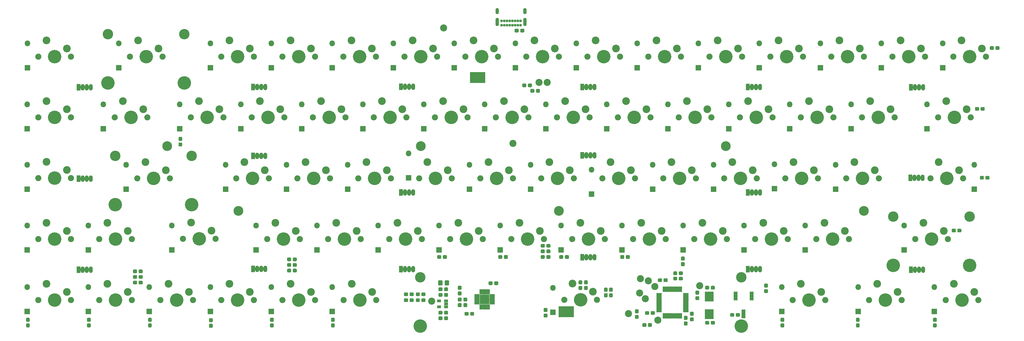
<source format=gbr>
%TF.GenerationSoftware,KiCad,Pcbnew,(5.1.4)-1*%
%TF.CreationDate,2021-05-19T18:10:11-04:00*%
%TF.ProjectId,QAZ_65,51415a5f-3635-42e6-9b69-6361645f7063,v1.1*%
%TF.SameCoordinates,Original*%
%TF.FileFunction,Soldermask,Top*%
%TF.FilePolarity,Negative*%
%FSLAX46Y46*%
G04 Gerber Fmt 4.6, Leading zero omitted, Abs format (unit mm)*
G04 Created by KiCad (PCBNEW (5.1.4)-1) date 2021-05-19 18:10:11*
%MOMM*%
%LPD*%
G04 APERTURE LIST*
%ADD10C,2.400000*%
%ADD11C,4.200000*%
%ADD12C,1.900000*%
%ADD13C,3.250000*%
%ADD14C,0.100000*%
%ADD15C,1.150000*%
%ADD16C,0.850000*%
%ADD17O,1.100000X2.600000*%
%ADD18O,1.100000X1.900000*%
%ADD19R,1.800000X1.800000*%
%ADD20O,1.800000X1.800000*%
%ADD21C,2.200000*%
%ADD22C,3.044800*%
%ADD23C,1.724000*%
%ADD24C,0.400000*%
%ADD25C,3.000000*%
%ADD26R,1.270000X2.000000*%
%ADD27O,1.270000X2.000000*%
%ADD28R,1.200000X2.700000*%
%ADD29C,1.350000*%
%ADD30R,4.800000X3.500000*%
%ADD31C,0.500000*%
%ADD32R,1.260000X0.850000*%
%ADD33R,2.800000X3.100000*%
G04 APERTURE END LIST*
D10*
%TO.C,SW29*%
X230776000Y-170228000D03*
X237126000Y-172768000D03*
D11*
X233316000Y-175308000D03*
D12*
X238396000Y-175308000D03*
X228236000Y-175308000D03*
D11*
X183316000Y-183548000D03*
X283316000Y-183548000D03*
D13*
X283316000Y-168308000D03*
X183316000Y-168308000D03*
%TD*%
D10*
%TO.C,SW47*%
X142951000Y-170298000D03*
X149301000Y-172838000D03*
D11*
X145491000Y-175378000D03*
D12*
X150571000Y-175378000D03*
X140411000Y-175378000D03*
%TD*%
%TO.C,SW52*%
X121361000Y-175378000D03*
X131521000Y-175378000D03*
D11*
X126441000Y-175378000D03*
D10*
X130251000Y-172838000D03*
X123901000Y-170298000D03*
%TD*%
D14*
%TO.C,R16*%
G36*
X96616680Y-169354384D02*
G01*
X96644588Y-169358524D01*
X96671957Y-169365380D01*
X96698521Y-169374885D01*
X96724027Y-169386948D01*
X96748226Y-169401452D01*
X96770888Y-169418259D01*
X96791793Y-169437207D01*
X96810741Y-169458112D01*
X96827548Y-169480774D01*
X96842052Y-169504973D01*
X96854115Y-169530479D01*
X96863620Y-169557043D01*
X96870476Y-169584412D01*
X96874616Y-169612320D01*
X96876000Y-169640500D01*
X96876000Y-170215500D01*
X96874616Y-170243680D01*
X96870476Y-170271588D01*
X96863620Y-170298957D01*
X96854115Y-170325521D01*
X96842052Y-170351027D01*
X96827548Y-170375226D01*
X96810741Y-170397888D01*
X96791793Y-170418793D01*
X96770888Y-170437741D01*
X96748226Y-170454548D01*
X96724027Y-170469052D01*
X96698521Y-170481115D01*
X96671957Y-170490620D01*
X96644588Y-170497476D01*
X96616680Y-170501616D01*
X96588500Y-170503000D01*
X95913500Y-170503000D01*
X95885320Y-170501616D01*
X95857412Y-170497476D01*
X95830043Y-170490620D01*
X95803479Y-170481115D01*
X95777973Y-170469052D01*
X95753774Y-170454548D01*
X95731112Y-170437741D01*
X95710207Y-170418793D01*
X95691259Y-170397888D01*
X95674452Y-170375226D01*
X95659948Y-170351027D01*
X95647885Y-170325521D01*
X95638380Y-170298957D01*
X95631524Y-170271588D01*
X95627384Y-170243680D01*
X95626000Y-170215500D01*
X95626000Y-169640500D01*
X95627384Y-169612320D01*
X95631524Y-169584412D01*
X95638380Y-169557043D01*
X95647885Y-169530479D01*
X95659948Y-169504973D01*
X95674452Y-169480774D01*
X95691259Y-169458112D01*
X95710207Y-169437207D01*
X95731112Y-169418259D01*
X95753774Y-169401452D01*
X95777973Y-169386948D01*
X95803479Y-169374885D01*
X95830043Y-169365380D01*
X95857412Y-169358524D01*
X95885320Y-169354384D01*
X95913500Y-169353000D01*
X96588500Y-169353000D01*
X96616680Y-169354384D01*
X96616680Y-169354384D01*
G37*
D15*
X96251000Y-169928000D03*
D14*
G36*
X94866680Y-169354384D02*
G01*
X94894588Y-169358524D01*
X94921957Y-169365380D01*
X94948521Y-169374885D01*
X94974027Y-169386948D01*
X94998226Y-169401452D01*
X95020888Y-169418259D01*
X95041793Y-169437207D01*
X95060741Y-169458112D01*
X95077548Y-169480774D01*
X95092052Y-169504973D01*
X95104115Y-169530479D01*
X95113620Y-169557043D01*
X95120476Y-169584412D01*
X95124616Y-169612320D01*
X95126000Y-169640500D01*
X95126000Y-170215500D01*
X95124616Y-170243680D01*
X95120476Y-170271588D01*
X95113620Y-170298957D01*
X95104115Y-170325521D01*
X95092052Y-170351027D01*
X95077548Y-170375226D01*
X95060741Y-170397888D01*
X95041793Y-170418793D01*
X95020888Y-170437741D01*
X94998226Y-170454548D01*
X94974027Y-170469052D01*
X94948521Y-170481115D01*
X94921957Y-170490620D01*
X94894588Y-170497476D01*
X94866680Y-170501616D01*
X94838500Y-170503000D01*
X94163500Y-170503000D01*
X94135320Y-170501616D01*
X94107412Y-170497476D01*
X94080043Y-170490620D01*
X94053479Y-170481115D01*
X94027973Y-170469052D01*
X94003774Y-170454548D01*
X93981112Y-170437741D01*
X93960207Y-170418793D01*
X93941259Y-170397888D01*
X93924452Y-170375226D01*
X93909948Y-170351027D01*
X93897885Y-170325521D01*
X93888380Y-170298957D01*
X93881524Y-170271588D01*
X93877384Y-170243680D01*
X93876000Y-170215500D01*
X93876000Y-169640500D01*
X93877384Y-169612320D01*
X93881524Y-169584412D01*
X93888380Y-169557043D01*
X93897885Y-169530479D01*
X93909948Y-169504973D01*
X93924452Y-169480774D01*
X93941259Y-169458112D01*
X93960207Y-169437207D01*
X93981112Y-169418259D01*
X94003774Y-169401452D01*
X94027973Y-169386948D01*
X94053479Y-169374885D01*
X94080043Y-169365380D01*
X94107412Y-169358524D01*
X94135320Y-169354384D01*
X94163500Y-169353000D01*
X94838500Y-169353000D01*
X94866680Y-169354384D01*
X94866680Y-169354384D01*
G37*
D15*
X94501000Y-169928000D03*
%TD*%
D14*
%TO.C,SB9*%
G36*
X218616680Y-109454384D02*
G01*
X218644588Y-109458524D01*
X218671957Y-109465380D01*
X218698521Y-109474885D01*
X218724027Y-109486948D01*
X218748226Y-109501452D01*
X218770888Y-109518259D01*
X218791793Y-109537207D01*
X218810741Y-109558112D01*
X218827548Y-109580774D01*
X218842052Y-109604973D01*
X218854115Y-109630479D01*
X218863620Y-109657043D01*
X218870476Y-109684412D01*
X218874616Y-109712320D01*
X218876000Y-109740500D01*
X218876000Y-110315500D01*
X218874616Y-110343680D01*
X218870476Y-110371588D01*
X218863620Y-110398957D01*
X218854115Y-110425521D01*
X218842052Y-110451027D01*
X218827548Y-110475226D01*
X218810741Y-110497888D01*
X218791793Y-110518793D01*
X218770888Y-110537741D01*
X218748226Y-110554548D01*
X218724027Y-110569052D01*
X218698521Y-110581115D01*
X218671957Y-110590620D01*
X218644588Y-110597476D01*
X218616680Y-110601616D01*
X218588500Y-110603000D01*
X217913500Y-110603000D01*
X217885320Y-110601616D01*
X217857412Y-110597476D01*
X217830043Y-110590620D01*
X217803479Y-110581115D01*
X217777973Y-110569052D01*
X217753774Y-110554548D01*
X217731112Y-110537741D01*
X217710207Y-110518793D01*
X217691259Y-110497888D01*
X217674452Y-110475226D01*
X217659948Y-110451027D01*
X217647885Y-110425521D01*
X217638380Y-110398957D01*
X217631524Y-110371588D01*
X217627384Y-110343680D01*
X217626000Y-110315500D01*
X217626000Y-109740500D01*
X217627384Y-109712320D01*
X217631524Y-109684412D01*
X217638380Y-109657043D01*
X217647885Y-109630479D01*
X217659948Y-109604973D01*
X217674452Y-109580774D01*
X217691259Y-109558112D01*
X217710207Y-109537207D01*
X217731112Y-109518259D01*
X217753774Y-109501452D01*
X217777973Y-109486948D01*
X217803479Y-109474885D01*
X217830043Y-109465380D01*
X217857412Y-109458524D01*
X217885320Y-109454384D01*
X217913500Y-109453000D01*
X218588500Y-109453000D01*
X218616680Y-109454384D01*
X218616680Y-109454384D01*
G37*
D15*
X218251000Y-110028000D03*
D14*
G36*
X220366680Y-109454384D02*
G01*
X220394588Y-109458524D01*
X220421957Y-109465380D01*
X220448521Y-109474885D01*
X220474027Y-109486948D01*
X220498226Y-109501452D01*
X220520888Y-109518259D01*
X220541793Y-109537207D01*
X220560741Y-109558112D01*
X220577548Y-109580774D01*
X220592052Y-109604973D01*
X220604115Y-109630479D01*
X220613620Y-109657043D01*
X220620476Y-109684412D01*
X220624616Y-109712320D01*
X220626000Y-109740500D01*
X220626000Y-110315500D01*
X220624616Y-110343680D01*
X220620476Y-110371588D01*
X220613620Y-110398957D01*
X220604115Y-110425521D01*
X220592052Y-110451027D01*
X220577548Y-110475226D01*
X220560741Y-110497888D01*
X220541793Y-110518793D01*
X220520888Y-110537741D01*
X220498226Y-110554548D01*
X220474027Y-110569052D01*
X220448521Y-110581115D01*
X220421957Y-110590620D01*
X220394588Y-110597476D01*
X220366680Y-110601616D01*
X220338500Y-110603000D01*
X219663500Y-110603000D01*
X219635320Y-110601616D01*
X219607412Y-110597476D01*
X219580043Y-110590620D01*
X219553479Y-110581115D01*
X219527973Y-110569052D01*
X219503774Y-110554548D01*
X219481112Y-110537741D01*
X219460207Y-110518793D01*
X219441259Y-110497888D01*
X219424452Y-110475226D01*
X219409948Y-110451027D01*
X219397885Y-110425521D01*
X219388380Y-110398957D01*
X219381524Y-110371588D01*
X219377384Y-110343680D01*
X219376000Y-110315500D01*
X219376000Y-109740500D01*
X219377384Y-109712320D01*
X219381524Y-109684412D01*
X219388380Y-109657043D01*
X219397885Y-109630479D01*
X219409948Y-109604973D01*
X219424452Y-109580774D01*
X219441259Y-109558112D01*
X219460207Y-109537207D01*
X219481112Y-109518259D01*
X219503774Y-109501452D01*
X219527973Y-109486948D01*
X219553479Y-109474885D01*
X219580043Y-109465380D01*
X219607412Y-109458524D01*
X219635320Y-109454384D01*
X219663500Y-109453000D01*
X220338500Y-109453000D01*
X220366680Y-109454384D01*
X220366680Y-109454384D01*
G37*
D15*
X220001000Y-110028000D03*
%TD*%
D14*
%TO.C,SB8*%
G36*
X216116680Y-107754384D02*
G01*
X216144588Y-107758524D01*
X216171957Y-107765380D01*
X216198521Y-107774885D01*
X216224027Y-107786948D01*
X216248226Y-107801452D01*
X216270888Y-107818259D01*
X216291793Y-107837207D01*
X216310741Y-107858112D01*
X216327548Y-107880774D01*
X216342052Y-107904973D01*
X216354115Y-107930479D01*
X216363620Y-107957043D01*
X216370476Y-107984412D01*
X216374616Y-108012320D01*
X216376000Y-108040500D01*
X216376000Y-108615500D01*
X216374616Y-108643680D01*
X216370476Y-108671588D01*
X216363620Y-108698957D01*
X216354115Y-108725521D01*
X216342052Y-108751027D01*
X216327548Y-108775226D01*
X216310741Y-108797888D01*
X216291793Y-108818793D01*
X216270888Y-108837741D01*
X216248226Y-108854548D01*
X216224027Y-108869052D01*
X216198521Y-108881115D01*
X216171957Y-108890620D01*
X216144588Y-108897476D01*
X216116680Y-108901616D01*
X216088500Y-108903000D01*
X215413500Y-108903000D01*
X215385320Y-108901616D01*
X215357412Y-108897476D01*
X215330043Y-108890620D01*
X215303479Y-108881115D01*
X215277973Y-108869052D01*
X215253774Y-108854548D01*
X215231112Y-108837741D01*
X215210207Y-108818793D01*
X215191259Y-108797888D01*
X215174452Y-108775226D01*
X215159948Y-108751027D01*
X215147885Y-108725521D01*
X215138380Y-108698957D01*
X215131524Y-108671588D01*
X215127384Y-108643680D01*
X215126000Y-108615500D01*
X215126000Y-108040500D01*
X215127384Y-108012320D01*
X215131524Y-107984412D01*
X215138380Y-107957043D01*
X215147885Y-107930479D01*
X215159948Y-107904973D01*
X215174452Y-107880774D01*
X215191259Y-107858112D01*
X215210207Y-107837207D01*
X215231112Y-107818259D01*
X215253774Y-107801452D01*
X215277973Y-107786948D01*
X215303479Y-107774885D01*
X215330043Y-107765380D01*
X215357412Y-107758524D01*
X215385320Y-107754384D01*
X215413500Y-107753000D01*
X216088500Y-107753000D01*
X216116680Y-107754384D01*
X216116680Y-107754384D01*
G37*
D15*
X215751000Y-108328000D03*
D14*
G36*
X217866680Y-107754384D02*
G01*
X217894588Y-107758524D01*
X217921957Y-107765380D01*
X217948521Y-107774885D01*
X217974027Y-107786948D01*
X217998226Y-107801452D01*
X218020888Y-107818259D01*
X218041793Y-107837207D01*
X218060741Y-107858112D01*
X218077548Y-107880774D01*
X218092052Y-107904973D01*
X218104115Y-107930479D01*
X218113620Y-107957043D01*
X218120476Y-107984412D01*
X218124616Y-108012320D01*
X218126000Y-108040500D01*
X218126000Y-108615500D01*
X218124616Y-108643680D01*
X218120476Y-108671588D01*
X218113620Y-108698957D01*
X218104115Y-108725521D01*
X218092052Y-108751027D01*
X218077548Y-108775226D01*
X218060741Y-108797888D01*
X218041793Y-108818793D01*
X218020888Y-108837741D01*
X217998226Y-108854548D01*
X217974027Y-108869052D01*
X217948521Y-108881115D01*
X217921957Y-108890620D01*
X217894588Y-108897476D01*
X217866680Y-108901616D01*
X217838500Y-108903000D01*
X217163500Y-108903000D01*
X217135320Y-108901616D01*
X217107412Y-108897476D01*
X217080043Y-108890620D01*
X217053479Y-108881115D01*
X217027973Y-108869052D01*
X217003774Y-108854548D01*
X216981112Y-108837741D01*
X216960207Y-108818793D01*
X216941259Y-108797888D01*
X216924452Y-108775226D01*
X216909948Y-108751027D01*
X216897885Y-108725521D01*
X216888380Y-108698957D01*
X216881524Y-108671588D01*
X216877384Y-108643680D01*
X216876000Y-108615500D01*
X216876000Y-108040500D01*
X216877384Y-108012320D01*
X216881524Y-107984412D01*
X216888380Y-107957043D01*
X216897885Y-107930479D01*
X216909948Y-107904973D01*
X216924452Y-107880774D01*
X216941259Y-107858112D01*
X216960207Y-107837207D01*
X216981112Y-107818259D01*
X217003774Y-107801452D01*
X217027973Y-107786948D01*
X217053479Y-107774885D01*
X217080043Y-107765380D01*
X217107412Y-107758524D01*
X217135320Y-107754384D01*
X217163500Y-107753000D01*
X217838500Y-107753000D01*
X217866680Y-107754384D01*
X217866680Y-107754384D01*
G37*
D15*
X217501000Y-108328000D03*
%TD*%
D10*
%TO.C,SW20*%
X271201000Y-151248000D03*
X277551000Y-153788000D03*
D11*
X273741000Y-156328000D03*
D12*
X278821000Y-156328000D03*
X268661000Y-156328000D03*
%TD*%
D14*
%TO.C,R9*%
G36*
X215466680Y-90654384D02*
G01*
X215494588Y-90658524D01*
X215521957Y-90665380D01*
X215548521Y-90674885D01*
X215574027Y-90686948D01*
X215598226Y-90701452D01*
X215620888Y-90718259D01*
X215641793Y-90737207D01*
X215660741Y-90758112D01*
X215677548Y-90780774D01*
X215692052Y-90804973D01*
X215704115Y-90830479D01*
X215713620Y-90857043D01*
X215720476Y-90884412D01*
X215724616Y-90912320D01*
X215726000Y-90940500D01*
X215726000Y-91515500D01*
X215724616Y-91543680D01*
X215720476Y-91571588D01*
X215713620Y-91598957D01*
X215704115Y-91625521D01*
X215692052Y-91651027D01*
X215677548Y-91675226D01*
X215660741Y-91697888D01*
X215641793Y-91718793D01*
X215620888Y-91737741D01*
X215598226Y-91754548D01*
X215574027Y-91769052D01*
X215548521Y-91781115D01*
X215521957Y-91790620D01*
X215494588Y-91797476D01*
X215466680Y-91801616D01*
X215438500Y-91803000D01*
X214763500Y-91803000D01*
X214735320Y-91801616D01*
X214707412Y-91797476D01*
X214680043Y-91790620D01*
X214653479Y-91781115D01*
X214627973Y-91769052D01*
X214603774Y-91754548D01*
X214581112Y-91737741D01*
X214560207Y-91718793D01*
X214541259Y-91697888D01*
X214524452Y-91675226D01*
X214509948Y-91651027D01*
X214497885Y-91625521D01*
X214488380Y-91598957D01*
X214481524Y-91571588D01*
X214477384Y-91543680D01*
X214476000Y-91515500D01*
X214476000Y-90940500D01*
X214477384Y-90912320D01*
X214481524Y-90884412D01*
X214488380Y-90857043D01*
X214497885Y-90830479D01*
X214509948Y-90804973D01*
X214524452Y-90780774D01*
X214541259Y-90758112D01*
X214560207Y-90737207D01*
X214581112Y-90718259D01*
X214603774Y-90701452D01*
X214627973Y-90686948D01*
X214653479Y-90674885D01*
X214680043Y-90665380D01*
X214707412Y-90658524D01*
X214735320Y-90654384D01*
X214763500Y-90653000D01*
X215438500Y-90653000D01*
X215466680Y-90654384D01*
X215466680Y-90654384D01*
G37*
D15*
X215101000Y-91228000D03*
D14*
G36*
X213716680Y-90654384D02*
G01*
X213744588Y-90658524D01*
X213771957Y-90665380D01*
X213798521Y-90674885D01*
X213824027Y-90686948D01*
X213848226Y-90701452D01*
X213870888Y-90718259D01*
X213891793Y-90737207D01*
X213910741Y-90758112D01*
X213927548Y-90780774D01*
X213942052Y-90804973D01*
X213954115Y-90830479D01*
X213963620Y-90857043D01*
X213970476Y-90884412D01*
X213974616Y-90912320D01*
X213976000Y-90940500D01*
X213976000Y-91515500D01*
X213974616Y-91543680D01*
X213970476Y-91571588D01*
X213963620Y-91598957D01*
X213954115Y-91625521D01*
X213942052Y-91651027D01*
X213927548Y-91675226D01*
X213910741Y-91697888D01*
X213891793Y-91718793D01*
X213870888Y-91737741D01*
X213848226Y-91754548D01*
X213824027Y-91769052D01*
X213798521Y-91781115D01*
X213771957Y-91790620D01*
X213744588Y-91797476D01*
X213716680Y-91801616D01*
X213688500Y-91803000D01*
X213013500Y-91803000D01*
X212985320Y-91801616D01*
X212957412Y-91797476D01*
X212930043Y-91790620D01*
X212903479Y-91781115D01*
X212877973Y-91769052D01*
X212853774Y-91754548D01*
X212831112Y-91737741D01*
X212810207Y-91718793D01*
X212791259Y-91697888D01*
X212774452Y-91675226D01*
X212759948Y-91651027D01*
X212747885Y-91625521D01*
X212738380Y-91598957D01*
X212731524Y-91571588D01*
X212727384Y-91543680D01*
X212726000Y-91515500D01*
X212726000Y-90940500D01*
X212727384Y-90912320D01*
X212731524Y-90884412D01*
X212738380Y-90857043D01*
X212747885Y-90830479D01*
X212759948Y-90804973D01*
X212774452Y-90780774D01*
X212791259Y-90758112D01*
X212810207Y-90737207D01*
X212831112Y-90718259D01*
X212853774Y-90701452D01*
X212877973Y-90686948D01*
X212903479Y-90674885D01*
X212930043Y-90665380D01*
X212957412Y-90658524D01*
X212985320Y-90654384D01*
X213013500Y-90653000D01*
X213688500Y-90653000D01*
X213716680Y-90654384D01*
X213716680Y-90654384D01*
G37*
D15*
X213351000Y-91228000D03*
%TD*%
D16*
%TO.C,CN1*%
X212901000Y-89528000D03*
X214601000Y-89528000D03*
X213751000Y-89528000D03*
X212051000Y-89528000D03*
X211201000Y-89528000D03*
X210351000Y-89528000D03*
X209501000Y-89528000D03*
X208651000Y-89528000D03*
X214601000Y-88203000D03*
X213746000Y-88203000D03*
X212896000Y-88203000D03*
X212046000Y-88203000D03*
X211196000Y-88203000D03*
X210346000Y-88203000D03*
X209496000Y-88203000D03*
X208646000Y-88203000D03*
D17*
X215951000Y-88548000D03*
X207301000Y-88548000D03*
D18*
X215951000Y-85168000D03*
X207301000Y-85168000D03*
%TD*%
D19*
%TO.C,D27*%
X250942000Y-102822000D03*
D20*
X250942000Y-95202000D03*
%TD*%
D21*
%TO.C,TP15*%
X257376000Y-181678000D03*
%TD*%
%TO.C,TP14*%
X248176000Y-179628000D03*
%TD*%
%TO.C,TP11*%
X253426000Y-174978000D03*
%TD*%
D14*
%TO.C,R3*%
G36*
X253491680Y-182604384D02*
G01*
X253519588Y-182608524D01*
X253546957Y-182615380D01*
X253573521Y-182624885D01*
X253599027Y-182636948D01*
X253623226Y-182651452D01*
X253645888Y-182668259D01*
X253666793Y-182687207D01*
X253685741Y-182708112D01*
X253702548Y-182730774D01*
X253717052Y-182754973D01*
X253729115Y-182780479D01*
X253738620Y-182807043D01*
X253745476Y-182834412D01*
X253749616Y-182862320D01*
X253751000Y-182890500D01*
X253751000Y-183465500D01*
X253749616Y-183493680D01*
X253745476Y-183521588D01*
X253738620Y-183548957D01*
X253729115Y-183575521D01*
X253717052Y-183601027D01*
X253702548Y-183625226D01*
X253685741Y-183647888D01*
X253666793Y-183668793D01*
X253645888Y-183687741D01*
X253623226Y-183704548D01*
X253599027Y-183719052D01*
X253573521Y-183731115D01*
X253546957Y-183740620D01*
X253519588Y-183747476D01*
X253491680Y-183751616D01*
X253463500Y-183753000D01*
X252788500Y-183753000D01*
X252760320Y-183751616D01*
X252732412Y-183747476D01*
X252705043Y-183740620D01*
X252678479Y-183731115D01*
X252652973Y-183719052D01*
X252628774Y-183704548D01*
X252606112Y-183687741D01*
X252585207Y-183668793D01*
X252566259Y-183647888D01*
X252549452Y-183625226D01*
X252534948Y-183601027D01*
X252522885Y-183575521D01*
X252513380Y-183548957D01*
X252506524Y-183521588D01*
X252502384Y-183493680D01*
X252501000Y-183465500D01*
X252501000Y-182890500D01*
X252502384Y-182862320D01*
X252506524Y-182834412D01*
X252513380Y-182807043D01*
X252522885Y-182780479D01*
X252534948Y-182754973D01*
X252549452Y-182730774D01*
X252566259Y-182708112D01*
X252585207Y-182687207D01*
X252606112Y-182668259D01*
X252628774Y-182651452D01*
X252652973Y-182636948D01*
X252678479Y-182624885D01*
X252705043Y-182615380D01*
X252732412Y-182608524D01*
X252760320Y-182604384D01*
X252788500Y-182603000D01*
X253463500Y-182603000D01*
X253491680Y-182604384D01*
X253491680Y-182604384D01*
G37*
D15*
X253126000Y-183178000D03*
D14*
G36*
X255241680Y-182604384D02*
G01*
X255269588Y-182608524D01*
X255296957Y-182615380D01*
X255323521Y-182624885D01*
X255349027Y-182636948D01*
X255373226Y-182651452D01*
X255395888Y-182668259D01*
X255416793Y-182687207D01*
X255435741Y-182708112D01*
X255452548Y-182730774D01*
X255467052Y-182754973D01*
X255479115Y-182780479D01*
X255488620Y-182807043D01*
X255495476Y-182834412D01*
X255499616Y-182862320D01*
X255501000Y-182890500D01*
X255501000Y-183465500D01*
X255499616Y-183493680D01*
X255495476Y-183521588D01*
X255488620Y-183548957D01*
X255479115Y-183575521D01*
X255467052Y-183601027D01*
X255452548Y-183625226D01*
X255435741Y-183647888D01*
X255416793Y-183668793D01*
X255395888Y-183687741D01*
X255373226Y-183704548D01*
X255349027Y-183719052D01*
X255323521Y-183731115D01*
X255296957Y-183740620D01*
X255269588Y-183747476D01*
X255241680Y-183751616D01*
X255213500Y-183753000D01*
X254538500Y-183753000D01*
X254510320Y-183751616D01*
X254482412Y-183747476D01*
X254455043Y-183740620D01*
X254428479Y-183731115D01*
X254402973Y-183719052D01*
X254378774Y-183704548D01*
X254356112Y-183687741D01*
X254335207Y-183668793D01*
X254316259Y-183647888D01*
X254299452Y-183625226D01*
X254284948Y-183601027D01*
X254272885Y-183575521D01*
X254263380Y-183548957D01*
X254256524Y-183521588D01*
X254252384Y-183493680D01*
X254251000Y-183465500D01*
X254251000Y-182890500D01*
X254252384Y-182862320D01*
X254256524Y-182834412D01*
X254263380Y-182807043D01*
X254272885Y-182780479D01*
X254284948Y-182754973D01*
X254299452Y-182730774D01*
X254316259Y-182708112D01*
X254335207Y-182687207D01*
X254356112Y-182668259D01*
X254378774Y-182651452D01*
X254402973Y-182636948D01*
X254428479Y-182624885D01*
X254455043Y-182615380D01*
X254482412Y-182608524D01*
X254510320Y-182604384D01*
X254538500Y-182603000D01*
X255213500Y-182603000D01*
X255241680Y-182604384D01*
X255241680Y-182604384D01*
G37*
D15*
X254876000Y-183178000D03*
%TD*%
D14*
%TO.C,R2*%
G36*
X251091680Y-178279384D02*
G01*
X251119588Y-178283524D01*
X251146957Y-178290380D01*
X251173521Y-178299885D01*
X251199027Y-178311948D01*
X251223226Y-178326452D01*
X251245888Y-178343259D01*
X251266793Y-178362207D01*
X251285741Y-178383112D01*
X251302548Y-178405774D01*
X251317052Y-178429973D01*
X251329115Y-178455479D01*
X251338620Y-178482043D01*
X251345476Y-178509412D01*
X251349616Y-178537320D01*
X251351000Y-178565500D01*
X251351000Y-179240500D01*
X251349616Y-179268680D01*
X251345476Y-179296588D01*
X251338620Y-179323957D01*
X251329115Y-179350521D01*
X251317052Y-179376027D01*
X251302548Y-179400226D01*
X251285741Y-179422888D01*
X251266793Y-179443793D01*
X251245888Y-179462741D01*
X251223226Y-179479548D01*
X251199027Y-179494052D01*
X251173521Y-179506115D01*
X251146957Y-179515620D01*
X251119588Y-179522476D01*
X251091680Y-179526616D01*
X251063500Y-179528000D01*
X250488500Y-179528000D01*
X250460320Y-179526616D01*
X250432412Y-179522476D01*
X250405043Y-179515620D01*
X250378479Y-179506115D01*
X250352973Y-179494052D01*
X250328774Y-179479548D01*
X250306112Y-179462741D01*
X250285207Y-179443793D01*
X250266259Y-179422888D01*
X250249452Y-179400226D01*
X250234948Y-179376027D01*
X250222885Y-179350521D01*
X250213380Y-179323957D01*
X250206524Y-179296588D01*
X250202384Y-179268680D01*
X250201000Y-179240500D01*
X250201000Y-178565500D01*
X250202384Y-178537320D01*
X250206524Y-178509412D01*
X250213380Y-178482043D01*
X250222885Y-178455479D01*
X250234948Y-178429973D01*
X250249452Y-178405774D01*
X250266259Y-178383112D01*
X250285207Y-178362207D01*
X250306112Y-178343259D01*
X250328774Y-178326452D01*
X250352973Y-178311948D01*
X250378479Y-178299885D01*
X250405043Y-178290380D01*
X250432412Y-178283524D01*
X250460320Y-178279384D01*
X250488500Y-178278000D01*
X251063500Y-178278000D01*
X251091680Y-178279384D01*
X251091680Y-178279384D01*
G37*
D15*
X250776000Y-178903000D03*
D14*
G36*
X251091680Y-180029384D02*
G01*
X251119588Y-180033524D01*
X251146957Y-180040380D01*
X251173521Y-180049885D01*
X251199027Y-180061948D01*
X251223226Y-180076452D01*
X251245888Y-180093259D01*
X251266793Y-180112207D01*
X251285741Y-180133112D01*
X251302548Y-180155774D01*
X251317052Y-180179973D01*
X251329115Y-180205479D01*
X251338620Y-180232043D01*
X251345476Y-180259412D01*
X251349616Y-180287320D01*
X251351000Y-180315500D01*
X251351000Y-180990500D01*
X251349616Y-181018680D01*
X251345476Y-181046588D01*
X251338620Y-181073957D01*
X251329115Y-181100521D01*
X251317052Y-181126027D01*
X251302548Y-181150226D01*
X251285741Y-181172888D01*
X251266793Y-181193793D01*
X251245888Y-181212741D01*
X251223226Y-181229548D01*
X251199027Y-181244052D01*
X251173521Y-181256115D01*
X251146957Y-181265620D01*
X251119588Y-181272476D01*
X251091680Y-181276616D01*
X251063500Y-181278000D01*
X250488500Y-181278000D01*
X250460320Y-181276616D01*
X250432412Y-181272476D01*
X250405043Y-181265620D01*
X250378479Y-181256115D01*
X250352973Y-181244052D01*
X250328774Y-181229548D01*
X250306112Y-181212741D01*
X250285207Y-181193793D01*
X250266259Y-181172888D01*
X250249452Y-181150226D01*
X250234948Y-181126027D01*
X250222885Y-181100521D01*
X250213380Y-181073957D01*
X250206524Y-181046588D01*
X250202384Y-181018680D01*
X250201000Y-180990500D01*
X250201000Y-180315500D01*
X250202384Y-180287320D01*
X250206524Y-180259412D01*
X250213380Y-180232043D01*
X250222885Y-180205479D01*
X250234948Y-180179973D01*
X250249452Y-180155774D01*
X250266259Y-180133112D01*
X250285207Y-180112207D01*
X250306112Y-180093259D01*
X250328774Y-180076452D01*
X250352973Y-180061948D01*
X250378479Y-180049885D01*
X250405043Y-180040380D01*
X250432412Y-180033524D01*
X250460320Y-180029384D01*
X250488500Y-180028000D01*
X251063500Y-180028000D01*
X251091680Y-180029384D01*
X251091680Y-180029384D01*
G37*
D15*
X250776000Y-180653000D03*
%TD*%
D14*
%TO.C,R5*%
G36*
X264866680Y-168104384D02*
G01*
X264894588Y-168108524D01*
X264921957Y-168115380D01*
X264948521Y-168124885D01*
X264974027Y-168136948D01*
X264998226Y-168151452D01*
X265020888Y-168168259D01*
X265041793Y-168187207D01*
X265060741Y-168208112D01*
X265077548Y-168230774D01*
X265092052Y-168254973D01*
X265104115Y-168280479D01*
X265113620Y-168307043D01*
X265120476Y-168334412D01*
X265124616Y-168362320D01*
X265126000Y-168390500D01*
X265126000Y-168965500D01*
X265124616Y-168993680D01*
X265120476Y-169021588D01*
X265113620Y-169048957D01*
X265104115Y-169075521D01*
X265092052Y-169101027D01*
X265077548Y-169125226D01*
X265060741Y-169147888D01*
X265041793Y-169168793D01*
X265020888Y-169187741D01*
X264998226Y-169204548D01*
X264974027Y-169219052D01*
X264948521Y-169231115D01*
X264921957Y-169240620D01*
X264894588Y-169247476D01*
X264866680Y-169251616D01*
X264838500Y-169253000D01*
X264163500Y-169253000D01*
X264135320Y-169251616D01*
X264107412Y-169247476D01*
X264080043Y-169240620D01*
X264053479Y-169231115D01*
X264027973Y-169219052D01*
X264003774Y-169204548D01*
X263981112Y-169187741D01*
X263960207Y-169168793D01*
X263941259Y-169147888D01*
X263924452Y-169125226D01*
X263909948Y-169101027D01*
X263897885Y-169075521D01*
X263888380Y-169048957D01*
X263881524Y-169021588D01*
X263877384Y-168993680D01*
X263876000Y-168965500D01*
X263876000Y-168390500D01*
X263877384Y-168362320D01*
X263881524Y-168334412D01*
X263888380Y-168307043D01*
X263897885Y-168280479D01*
X263909948Y-168254973D01*
X263924452Y-168230774D01*
X263941259Y-168208112D01*
X263960207Y-168187207D01*
X263981112Y-168168259D01*
X264003774Y-168151452D01*
X264027973Y-168136948D01*
X264053479Y-168124885D01*
X264080043Y-168115380D01*
X264107412Y-168108524D01*
X264135320Y-168104384D01*
X264163500Y-168103000D01*
X264838500Y-168103000D01*
X264866680Y-168104384D01*
X264866680Y-168104384D01*
G37*
D15*
X264501000Y-168678000D03*
D14*
G36*
X263116680Y-168104384D02*
G01*
X263144588Y-168108524D01*
X263171957Y-168115380D01*
X263198521Y-168124885D01*
X263224027Y-168136948D01*
X263248226Y-168151452D01*
X263270888Y-168168259D01*
X263291793Y-168187207D01*
X263310741Y-168208112D01*
X263327548Y-168230774D01*
X263342052Y-168254973D01*
X263354115Y-168280479D01*
X263363620Y-168307043D01*
X263370476Y-168334412D01*
X263374616Y-168362320D01*
X263376000Y-168390500D01*
X263376000Y-168965500D01*
X263374616Y-168993680D01*
X263370476Y-169021588D01*
X263363620Y-169048957D01*
X263354115Y-169075521D01*
X263342052Y-169101027D01*
X263327548Y-169125226D01*
X263310741Y-169147888D01*
X263291793Y-169168793D01*
X263270888Y-169187741D01*
X263248226Y-169204548D01*
X263224027Y-169219052D01*
X263198521Y-169231115D01*
X263171957Y-169240620D01*
X263144588Y-169247476D01*
X263116680Y-169251616D01*
X263088500Y-169253000D01*
X262413500Y-169253000D01*
X262385320Y-169251616D01*
X262357412Y-169247476D01*
X262330043Y-169240620D01*
X262303479Y-169231115D01*
X262277973Y-169219052D01*
X262253774Y-169204548D01*
X262231112Y-169187741D01*
X262210207Y-169168793D01*
X262191259Y-169147888D01*
X262174452Y-169125226D01*
X262159948Y-169101027D01*
X262147885Y-169075521D01*
X262138380Y-169048957D01*
X262131524Y-169021588D01*
X262127384Y-168993680D01*
X262126000Y-168965500D01*
X262126000Y-168390500D01*
X262127384Y-168362320D01*
X262131524Y-168334412D01*
X262138380Y-168307043D01*
X262147885Y-168280479D01*
X262159948Y-168254973D01*
X262174452Y-168230774D01*
X262191259Y-168208112D01*
X262210207Y-168187207D01*
X262231112Y-168168259D01*
X262253774Y-168151452D01*
X262277973Y-168136948D01*
X262303479Y-168124885D01*
X262330043Y-168115380D01*
X262357412Y-168108524D01*
X262385320Y-168104384D01*
X262413500Y-168103000D01*
X263088500Y-168103000D01*
X263116680Y-168104384D01*
X263116680Y-168104384D01*
G37*
D15*
X262751000Y-168678000D03*
%TD*%
D14*
%TO.C,D3*%
G36*
X263116680Y-166454384D02*
G01*
X263144588Y-166458524D01*
X263171957Y-166465380D01*
X263198521Y-166474885D01*
X263224027Y-166486948D01*
X263248226Y-166501452D01*
X263270888Y-166518259D01*
X263291793Y-166537207D01*
X263310741Y-166558112D01*
X263327548Y-166580774D01*
X263342052Y-166604973D01*
X263354115Y-166630479D01*
X263363620Y-166657043D01*
X263370476Y-166684412D01*
X263374616Y-166712320D01*
X263376000Y-166740500D01*
X263376000Y-167315500D01*
X263374616Y-167343680D01*
X263370476Y-167371588D01*
X263363620Y-167398957D01*
X263354115Y-167425521D01*
X263342052Y-167451027D01*
X263327548Y-167475226D01*
X263310741Y-167497888D01*
X263291793Y-167518793D01*
X263270888Y-167537741D01*
X263248226Y-167554548D01*
X263224027Y-167569052D01*
X263198521Y-167581115D01*
X263171957Y-167590620D01*
X263144588Y-167597476D01*
X263116680Y-167601616D01*
X263088500Y-167603000D01*
X262413500Y-167603000D01*
X262385320Y-167601616D01*
X262357412Y-167597476D01*
X262330043Y-167590620D01*
X262303479Y-167581115D01*
X262277973Y-167569052D01*
X262253774Y-167554548D01*
X262231112Y-167537741D01*
X262210207Y-167518793D01*
X262191259Y-167497888D01*
X262174452Y-167475226D01*
X262159948Y-167451027D01*
X262147885Y-167425521D01*
X262138380Y-167398957D01*
X262131524Y-167371588D01*
X262127384Y-167343680D01*
X262126000Y-167315500D01*
X262126000Y-166740500D01*
X262127384Y-166712320D01*
X262131524Y-166684412D01*
X262138380Y-166657043D01*
X262147885Y-166630479D01*
X262159948Y-166604973D01*
X262174452Y-166580774D01*
X262191259Y-166558112D01*
X262210207Y-166537207D01*
X262231112Y-166518259D01*
X262253774Y-166501452D01*
X262277973Y-166486948D01*
X262303479Y-166474885D01*
X262330043Y-166465380D01*
X262357412Y-166458524D01*
X262385320Y-166454384D01*
X262413500Y-166453000D01*
X263088500Y-166453000D01*
X263116680Y-166454384D01*
X263116680Y-166454384D01*
G37*
D15*
X262751000Y-167028000D03*
D14*
G36*
X264866680Y-166454384D02*
G01*
X264894588Y-166458524D01*
X264921957Y-166465380D01*
X264948521Y-166474885D01*
X264974027Y-166486948D01*
X264998226Y-166501452D01*
X265020888Y-166518259D01*
X265041793Y-166537207D01*
X265060741Y-166558112D01*
X265077548Y-166580774D01*
X265092052Y-166604973D01*
X265104115Y-166630479D01*
X265113620Y-166657043D01*
X265120476Y-166684412D01*
X265124616Y-166712320D01*
X265126000Y-166740500D01*
X265126000Y-167315500D01*
X265124616Y-167343680D01*
X265120476Y-167371588D01*
X265113620Y-167398957D01*
X265104115Y-167425521D01*
X265092052Y-167451027D01*
X265077548Y-167475226D01*
X265060741Y-167497888D01*
X265041793Y-167518793D01*
X265020888Y-167537741D01*
X264998226Y-167554548D01*
X264974027Y-167569052D01*
X264948521Y-167581115D01*
X264921957Y-167590620D01*
X264894588Y-167597476D01*
X264866680Y-167601616D01*
X264838500Y-167603000D01*
X264163500Y-167603000D01*
X264135320Y-167601616D01*
X264107412Y-167597476D01*
X264080043Y-167590620D01*
X264053479Y-167581115D01*
X264027973Y-167569052D01*
X264003774Y-167554548D01*
X263981112Y-167537741D01*
X263960207Y-167518793D01*
X263941259Y-167497888D01*
X263924452Y-167475226D01*
X263909948Y-167451027D01*
X263897885Y-167425521D01*
X263888380Y-167398957D01*
X263881524Y-167371588D01*
X263877384Y-167343680D01*
X263876000Y-167315500D01*
X263876000Y-166740500D01*
X263877384Y-166712320D01*
X263881524Y-166684412D01*
X263888380Y-166657043D01*
X263897885Y-166630479D01*
X263909948Y-166604973D01*
X263924452Y-166580774D01*
X263941259Y-166558112D01*
X263960207Y-166537207D01*
X263981112Y-166518259D01*
X264003774Y-166501452D01*
X264027973Y-166486948D01*
X264053479Y-166474885D01*
X264080043Y-166465380D01*
X264107412Y-166458524D01*
X264135320Y-166454384D01*
X264163500Y-166453000D01*
X264838500Y-166453000D01*
X264866680Y-166454384D01*
X264866680Y-166454384D01*
G37*
D15*
X264501000Y-167028000D03*
%TD*%
D22*
%TO.C,REF\002A\002A*%
X183476000Y-127278000D03*
%TD*%
%TO.C,REF\002A\002A*%
X321476000Y-147528000D03*
%TD*%
%TO.C,REF\002A\002A*%
X126726000Y-147528000D03*
%TD*%
%TO.C,REF\002A\002A*%
X104476000Y-127278000D03*
%TD*%
%TO.C,REF\002A\002A*%
X226476000Y-147528000D03*
%TD*%
%TO.C,REF\002A\002A*%
X278476000Y-127278000D03*
%TD*%
D23*
%TO.C,U3*%
X203376000Y-175178000D03*
D14*
G36*
X202885802Y-172028482D02*
G01*
X202895509Y-172029921D01*
X202905028Y-172032306D01*
X202914268Y-172035612D01*
X202923140Y-172039808D01*
X202931557Y-172044853D01*
X202939439Y-172050699D01*
X202946711Y-172057289D01*
X202953301Y-172064561D01*
X202959147Y-172072443D01*
X202964192Y-172080860D01*
X202968388Y-172089732D01*
X202971694Y-172098972D01*
X202974079Y-172108491D01*
X202975518Y-172118198D01*
X202976000Y-172128000D01*
X202976000Y-173528000D01*
X202975518Y-173537802D01*
X202974079Y-173547509D01*
X202971694Y-173557028D01*
X202968388Y-173566268D01*
X202964192Y-173575140D01*
X202959147Y-173583557D01*
X202953301Y-173591439D01*
X202946711Y-173598711D01*
X202939439Y-173605301D01*
X202931557Y-173611147D01*
X202923140Y-173616192D01*
X202914268Y-173620388D01*
X202905028Y-173623694D01*
X202895509Y-173626079D01*
X202885802Y-173627518D01*
X202876000Y-173628000D01*
X202676000Y-173628000D01*
X202666198Y-173627518D01*
X202656491Y-173626079D01*
X202646972Y-173623694D01*
X202637732Y-173620388D01*
X202628860Y-173616192D01*
X202620443Y-173611147D01*
X202612561Y-173605301D01*
X202605289Y-173598711D01*
X202598699Y-173591439D01*
X202592853Y-173583557D01*
X202587808Y-173575140D01*
X202583612Y-173566268D01*
X202580306Y-173557028D01*
X202577921Y-173547509D01*
X202576482Y-173537802D01*
X202576000Y-173528000D01*
X202576000Y-172128000D01*
X202576482Y-172118198D01*
X202577921Y-172108491D01*
X202580306Y-172098972D01*
X202583612Y-172089732D01*
X202587808Y-172080860D01*
X202592853Y-172072443D01*
X202598699Y-172064561D01*
X202605289Y-172057289D01*
X202612561Y-172050699D01*
X202620443Y-172044853D01*
X202628860Y-172039808D01*
X202637732Y-172035612D01*
X202646972Y-172032306D01*
X202656491Y-172029921D01*
X202666198Y-172028482D01*
X202676000Y-172028000D01*
X202876000Y-172028000D01*
X202885802Y-172028482D01*
X202885802Y-172028482D01*
G37*
D24*
X202776000Y-172828000D03*
D14*
G36*
X201735802Y-173978482D02*
G01*
X201745509Y-173979921D01*
X201755028Y-173982306D01*
X201764268Y-173985612D01*
X201773140Y-173989808D01*
X201781557Y-173994853D01*
X201789439Y-174000699D01*
X201796711Y-174007289D01*
X201803301Y-174014561D01*
X201809147Y-174022443D01*
X201814192Y-174030860D01*
X201818388Y-174039732D01*
X201821694Y-174048972D01*
X201824079Y-174058491D01*
X201825518Y-174068198D01*
X201826000Y-174078000D01*
X201826000Y-174278000D01*
X201825518Y-174287802D01*
X201824079Y-174297509D01*
X201821694Y-174307028D01*
X201818388Y-174316268D01*
X201814192Y-174325140D01*
X201809147Y-174333557D01*
X201803301Y-174341439D01*
X201796711Y-174348711D01*
X201789439Y-174355301D01*
X201781557Y-174361147D01*
X201773140Y-174366192D01*
X201764268Y-174370388D01*
X201755028Y-174373694D01*
X201745509Y-174376079D01*
X201735802Y-174377518D01*
X201726000Y-174378000D01*
X200326000Y-174378000D01*
X200316198Y-174377518D01*
X200306491Y-174376079D01*
X200296972Y-174373694D01*
X200287732Y-174370388D01*
X200278860Y-174366192D01*
X200270443Y-174361147D01*
X200262561Y-174355301D01*
X200255289Y-174348711D01*
X200248699Y-174341439D01*
X200242853Y-174333557D01*
X200237808Y-174325140D01*
X200233612Y-174316268D01*
X200230306Y-174307028D01*
X200227921Y-174297509D01*
X200226482Y-174287802D01*
X200226000Y-174278000D01*
X200226000Y-174078000D01*
X200226482Y-174068198D01*
X200227921Y-174058491D01*
X200230306Y-174048972D01*
X200233612Y-174039732D01*
X200237808Y-174030860D01*
X200242853Y-174022443D01*
X200248699Y-174014561D01*
X200255289Y-174007289D01*
X200262561Y-174000699D01*
X200270443Y-173994853D01*
X200278860Y-173989808D01*
X200287732Y-173985612D01*
X200296972Y-173982306D01*
X200306491Y-173979921D01*
X200316198Y-173978482D01*
X200326000Y-173978000D01*
X201726000Y-173978000D01*
X201735802Y-173978482D01*
X201735802Y-173978482D01*
G37*
D24*
X201026000Y-174178000D03*
D14*
G36*
X201735802Y-175178482D02*
G01*
X201745509Y-175179921D01*
X201755028Y-175182306D01*
X201764268Y-175185612D01*
X201773140Y-175189808D01*
X201781557Y-175194853D01*
X201789439Y-175200699D01*
X201796711Y-175207289D01*
X201803301Y-175214561D01*
X201809147Y-175222443D01*
X201814192Y-175230860D01*
X201818388Y-175239732D01*
X201821694Y-175248972D01*
X201824079Y-175258491D01*
X201825518Y-175268198D01*
X201826000Y-175278000D01*
X201826000Y-175478000D01*
X201825518Y-175487802D01*
X201824079Y-175497509D01*
X201821694Y-175507028D01*
X201818388Y-175516268D01*
X201814192Y-175525140D01*
X201809147Y-175533557D01*
X201803301Y-175541439D01*
X201796711Y-175548711D01*
X201789439Y-175555301D01*
X201781557Y-175561147D01*
X201773140Y-175566192D01*
X201764268Y-175570388D01*
X201755028Y-175573694D01*
X201745509Y-175576079D01*
X201735802Y-175577518D01*
X201726000Y-175578000D01*
X200326000Y-175578000D01*
X200316198Y-175577518D01*
X200306491Y-175576079D01*
X200296972Y-175573694D01*
X200287732Y-175570388D01*
X200278860Y-175566192D01*
X200270443Y-175561147D01*
X200262561Y-175555301D01*
X200255289Y-175548711D01*
X200248699Y-175541439D01*
X200242853Y-175533557D01*
X200237808Y-175525140D01*
X200233612Y-175516268D01*
X200230306Y-175507028D01*
X200227921Y-175497509D01*
X200226482Y-175487802D01*
X200226000Y-175478000D01*
X200226000Y-175278000D01*
X200226482Y-175268198D01*
X200227921Y-175258491D01*
X200230306Y-175248972D01*
X200233612Y-175239732D01*
X200237808Y-175230860D01*
X200242853Y-175222443D01*
X200248699Y-175214561D01*
X200255289Y-175207289D01*
X200262561Y-175200699D01*
X200270443Y-175194853D01*
X200278860Y-175189808D01*
X200287732Y-175185612D01*
X200296972Y-175182306D01*
X200306491Y-175179921D01*
X200316198Y-175178482D01*
X200326000Y-175178000D01*
X201726000Y-175178000D01*
X201735802Y-175178482D01*
X201735802Y-175178482D01*
G37*
D24*
X201026000Y-175378000D03*
D14*
G36*
X201735802Y-175578482D02*
G01*
X201745509Y-175579921D01*
X201755028Y-175582306D01*
X201764268Y-175585612D01*
X201773140Y-175589808D01*
X201781557Y-175594853D01*
X201789439Y-175600699D01*
X201796711Y-175607289D01*
X201803301Y-175614561D01*
X201809147Y-175622443D01*
X201814192Y-175630860D01*
X201818388Y-175639732D01*
X201821694Y-175648972D01*
X201824079Y-175658491D01*
X201825518Y-175668198D01*
X201826000Y-175678000D01*
X201826000Y-175878000D01*
X201825518Y-175887802D01*
X201824079Y-175897509D01*
X201821694Y-175907028D01*
X201818388Y-175916268D01*
X201814192Y-175925140D01*
X201809147Y-175933557D01*
X201803301Y-175941439D01*
X201796711Y-175948711D01*
X201789439Y-175955301D01*
X201781557Y-175961147D01*
X201773140Y-175966192D01*
X201764268Y-175970388D01*
X201755028Y-175973694D01*
X201745509Y-175976079D01*
X201735802Y-175977518D01*
X201726000Y-175978000D01*
X200326000Y-175978000D01*
X200316198Y-175977518D01*
X200306491Y-175976079D01*
X200296972Y-175973694D01*
X200287732Y-175970388D01*
X200278860Y-175966192D01*
X200270443Y-175961147D01*
X200262561Y-175955301D01*
X200255289Y-175948711D01*
X200248699Y-175941439D01*
X200242853Y-175933557D01*
X200237808Y-175925140D01*
X200233612Y-175916268D01*
X200230306Y-175907028D01*
X200227921Y-175897509D01*
X200226482Y-175887802D01*
X200226000Y-175878000D01*
X200226000Y-175678000D01*
X200226482Y-175668198D01*
X200227921Y-175658491D01*
X200230306Y-175648972D01*
X200233612Y-175639732D01*
X200237808Y-175630860D01*
X200242853Y-175622443D01*
X200248699Y-175614561D01*
X200255289Y-175607289D01*
X200262561Y-175600699D01*
X200270443Y-175594853D01*
X200278860Y-175589808D01*
X200287732Y-175585612D01*
X200296972Y-175582306D01*
X200306491Y-175579921D01*
X200316198Y-175578482D01*
X200326000Y-175578000D01*
X201726000Y-175578000D01*
X201735802Y-175578482D01*
X201735802Y-175578482D01*
G37*
D24*
X201026000Y-175778000D03*
D14*
G36*
X203285802Y-176728482D02*
G01*
X203295509Y-176729921D01*
X203305028Y-176732306D01*
X203314268Y-176735612D01*
X203323140Y-176739808D01*
X203331557Y-176744853D01*
X203339439Y-176750699D01*
X203346711Y-176757289D01*
X203353301Y-176764561D01*
X203359147Y-176772443D01*
X203364192Y-176780860D01*
X203368388Y-176789732D01*
X203371694Y-176798972D01*
X203374079Y-176808491D01*
X203375518Y-176818198D01*
X203376000Y-176828000D01*
X203376000Y-178228000D01*
X203375518Y-178237802D01*
X203374079Y-178247509D01*
X203371694Y-178257028D01*
X203368388Y-178266268D01*
X203364192Y-178275140D01*
X203359147Y-178283557D01*
X203353301Y-178291439D01*
X203346711Y-178298711D01*
X203339439Y-178305301D01*
X203331557Y-178311147D01*
X203323140Y-178316192D01*
X203314268Y-178320388D01*
X203305028Y-178323694D01*
X203295509Y-178326079D01*
X203285802Y-178327518D01*
X203276000Y-178328000D01*
X203076000Y-178328000D01*
X203066198Y-178327518D01*
X203056491Y-178326079D01*
X203046972Y-178323694D01*
X203037732Y-178320388D01*
X203028860Y-178316192D01*
X203020443Y-178311147D01*
X203012561Y-178305301D01*
X203005289Y-178298711D01*
X202998699Y-178291439D01*
X202992853Y-178283557D01*
X202987808Y-178275140D01*
X202983612Y-178266268D01*
X202980306Y-178257028D01*
X202977921Y-178247509D01*
X202976482Y-178237802D01*
X202976000Y-178228000D01*
X202976000Y-176828000D01*
X202976482Y-176818198D01*
X202977921Y-176808491D01*
X202980306Y-176798972D01*
X202983612Y-176789732D01*
X202987808Y-176780860D01*
X202992853Y-176772443D01*
X202998699Y-176764561D01*
X203005289Y-176757289D01*
X203012561Y-176750699D01*
X203020443Y-176744853D01*
X203028860Y-176739808D01*
X203037732Y-176735612D01*
X203046972Y-176732306D01*
X203056491Y-176729921D01*
X203066198Y-176728482D01*
X203076000Y-176728000D01*
X203276000Y-176728000D01*
X203285802Y-176728482D01*
X203285802Y-176728482D01*
G37*
D24*
X203176000Y-177528000D03*
D14*
G36*
X204485802Y-176728482D02*
G01*
X204495509Y-176729921D01*
X204505028Y-176732306D01*
X204514268Y-176735612D01*
X204523140Y-176739808D01*
X204531557Y-176744853D01*
X204539439Y-176750699D01*
X204546711Y-176757289D01*
X204553301Y-176764561D01*
X204559147Y-176772443D01*
X204564192Y-176780860D01*
X204568388Y-176789732D01*
X204571694Y-176798972D01*
X204574079Y-176808491D01*
X204575518Y-176818198D01*
X204576000Y-176828000D01*
X204576000Y-178228000D01*
X204575518Y-178237802D01*
X204574079Y-178247509D01*
X204571694Y-178257028D01*
X204568388Y-178266268D01*
X204564192Y-178275140D01*
X204559147Y-178283557D01*
X204553301Y-178291439D01*
X204546711Y-178298711D01*
X204539439Y-178305301D01*
X204531557Y-178311147D01*
X204523140Y-178316192D01*
X204514268Y-178320388D01*
X204505028Y-178323694D01*
X204495509Y-178326079D01*
X204485802Y-178327518D01*
X204476000Y-178328000D01*
X204276000Y-178328000D01*
X204266198Y-178327518D01*
X204256491Y-178326079D01*
X204246972Y-178323694D01*
X204237732Y-178320388D01*
X204228860Y-178316192D01*
X204220443Y-178311147D01*
X204212561Y-178305301D01*
X204205289Y-178298711D01*
X204198699Y-178291439D01*
X204192853Y-178283557D01*
X204187808Y-178275140D01*
X204183612Y-178266268D01*
X204180306Y-178257028D01*
X204177921Y-178247509D01*
X204176482Y-178237802D01*
X204176000Y-178228000D01*
X204176000Y-176828000D01*
X204176482Y-176818198D01*
X204177921Y-176808491D01*
X204180306Y-176798972D01*
X204183612Y-176789732D01*
X204187808Y-176780860D01*
X204192853Y-176772443D01*
X204198699Y-176764561D01*
X204205289Y-176757289D01*
X204212561Y-176750699D01*
X204220443Y-176744853D01*
X204228860Y-176739808D01*
X204237732Y-176735612D01*
X204246972Y-176732306D01*
X204256491Y-176729921D01*
X204266198Y-176728482D01*
X204276000Y-176728000D01*
X204476000Y-176728000D01*
X204485802Y-176728482D01*
X204485802Y-176728482D01*
G37*
D24*
X204376000Y-177528000D03*
D14*
G36*
X206435802Y-175578482D02*
G01*
X206445509Y-175579921D01*
X206455028Y-175582306D01*
X206464268Y-175585612D01*
X206473140Y-175589808D01*
X206481557Y-175594853D01*
X206489439Y-175600699D01*
X206496711Y-175607289D01*
X206503301Y-175614561D01*
X206509147Y-175622443D01*
X206514192Y-175630860D01*
X206518388Y-175639732D01*
X206521694Y-175648972D01*
X206524079Y-175658491D01*
X206525518Y-175668198D01*
X206526000Y-175678000D01*
X206526000Y-175878000D01*
X206525518Y-175887802D01*
X206524079Y-175897509D01*
X206521694Y-175907028D01*
X206518388Y-175916268D01*
X206514192Y-175925140D01*
X206509147Y-175933557D01*
X206503301Y-175941439D01*
X206496711Y-175948711D01*
X206489439Y-175955301D01*
X206481557Y-175961147D01*
X206473140Y-175966192D01*
X206464268Y-175970388D01*
X206455028Y-175973694D01*
X206445509Y-175976079D01*
X206435802Y-175977518D01*
X206426000Y-175978000D01*
X205026000Y-175978000D01*
X205016198Y-175977518D01*
X205006491Y-175976079D01*
X204996972Y-175973694D01*
X204987732Y-175970388D01*
X204978860Y-175966192D01*
X204970443Y-175961147D01*
X204962561Y-175955301D01*
X204955289Y-175948711D01*
X204948699Y-175941439D01*
X204942853Y-175933557D01*
X204937808Y-175925140D01*
X204933612Y-175916268D01*
X204930306Y-175907028D01*
X204927921Y-175897509D01*
X204926482Y-175887802D01*
X204926000Y-175878000D01*
X204926000Y-175678000D01*
X204926482Y-175668198D01*
X204927921Y-175658491D01*
X204930306Y-175648972D01*
X204933612Y-175639732D01*
X204937808Y-175630860D01*
X204942853Y-175622443D01*
X204948699Y-175614561D01*
X204955289Y-175607289D01*
X204962561Y-175600699D01*
X204970443Y-175594853D01*
X204978860Y-175589808D01*
X204987732Y-175585612D01*
X204996972Y-175582306D01*
X205006491Y-175579921D01*
X205016198Y-175578482D01*
X205026000Y-175578000D01*
X206426000Y-175578000D01*
X206435802Y-175578482D01*
X206435802Y-175578482D01*
G37*
D24*
X205726000Y-175778000D03*
D14*
G36*
X206435802Y-174778482D02*
G01*
X206445509Y-174779921D01*
X206455028Y-174782306D01*
X206464268Y-174785612D01*
X206473140Y-174789808D01*
X206481557Y-174794853D01*
X206489439Y-174800699D01*
X206496711Y-174807289D01*
X206503301Y-174814561D01*
X206509147Y-174822443D01*
X206514192Y-174830860D01*
X206518388Y-174839732D01*
X206521694Y-174848972D01*
X206524079Y-174858491D01*
X206525518Y-174868198D01*
X206526000Y-174878000D01*
X206526000Y-175078000D01*
X206525518Y-175087802D01*
X206524079Y-175097509D01*
X206521694Y-175107028D01*
X206518388Y-175116268D01*
X206514192Y-175125140D01*
X206509147Y-175133557D01*
X206503301Y-175141439D01*
X206496711Y-175148711D01*
X206489439Y-175155301D01*
X206481557Y-175161147D01*
X206473140Y-175166192D01*
X206464268Y-175170388D01*
X206455028Y-175173694D01*
X206445509Y-175176079D01*
X206435802Y-175177518D01*
X206426000Y-175178000D01*
X205026000Y-175178000D01*
X205016198Y-175177518D01*
X205006491Y-175176079D01*
X204996972Y-175173694D01*
X204987732Y-175170388D01*
X204978860Y-175166192D01*
X204970443Y-175161147D01*
X204962561Y-175155301D01*
X204955289Y-175148711D01*
X204948699Y-175141439D01*
X204942853Y-175133557D01*
X204937808Y-175125140D01*
X204933612Y-175116268D01*
X204930306Y-175107028D01*
X204927921Y-175097509D01*
X204926482Y-175087802D01*
X204926000Y-175078000D01*
X204926000Y-174878000D01*
X204926482Y-174868198D01*
X204927921Y-174858491D01*
X204930306Y-174848972D01*
X204933612Y-174839732D01*
X204937808Y-174830860D01*
X204942853Y-174822443D01*
X204948699Y-174814561D01*
X204955289Y-174807289D01*
X204962561Y-174800699D01*
X204970443Y-174794853D01*
X204978860Y-174789808D01*
X204987732Y-174785612D01*
X204996972Y-174782306D01*
X205006491Y-174779921D01*
X205016198Y-174778482D01*
X205026000Y-174778000D01*
X206426000Y-174778000D01*
X206435802Y-174778482D01*
X206435802Y-174778482D01*
G37*
D24*
X205726000Y-174978000D03*
D14*
G36*
X204885802Y-172028482D02*
G01*
X204895509Y-172029921D01*
X204905028Y-172032306D01*
X204914268Y-172035612D01*
X204923140Y-172039808D01*
X204931557Y-172044853D01*
X204939439Y-172050699D01*
X204946711Y-172057289D01*
X204953301Y-172064561D01*
X204959147Y-172072443D01*
X204964192Y-172080860D01*
X204968388Y-172089732D01*
X204971694Y-172098972D01*
X204974079Y-172108491D01*
X204975518Y-172118198D01*
X204976000Y-172128000D01*
X204976000Y-173528000D01*
X204975518Y-173537802D01*
X204974079Y-173547509D01*
X204971694Y-173557028D01*
X204968388Y-173566268D01*
X204964192Y-173575140D01*
X204959147Y-173583557D01*
X204953301Y-173591439D01*
X204946711Y-173598711D01*
X204939439Y-173605301D01*
X204931557Y-173611147D01*
X204923140Y-173616192D01*
X204914268Y-173620388D01*
X204905028Y-173623694D01*
X204895509Y-173626079D01*
X204885802Y-173627518D01*
X204876000Y-173628000D01*
X204676000Y-173628000D01*
X204666198Y-173627518D01*
X204656491Y-173626079D01*
X204646972Y-173623694D01*
X204637732Y-173620388D01*
X204628860Y-173616192D01*
X204620443Y-173611147D01*
X204612561Y-173605301D01*
X204605289Y-173598711D01*
X204598699Y-173591439D01*
X204592853Y-173583557D01*
X204587808Y-173575140D01*
X204583612Y-173566268D01*
X204580306Y-173557028D01*
X204577921Y-173547509D01*
X204576482Y-173537802D01*
X204576000Y-173528000D01*
X204576000Y-172128000D01*
X204576482Y-172118198D01*
X204577921Y-172108491D01*
X204580306Y-172098972D01*
X204583612Y-172089732D01*
X204587808Y-172080860D01*
X204592853Y-172072443D01*
X204598699Y-172064561D01*
X204605289Y-172057289D01*
X204612561Y-172050699D01*
X204620443Y-172044853D01*
X204628860Y-172039808D01*
X204637732Y-172035612D01*
X204646972Y-172032306D01*
X204656491Y-172029921D01*
X204666198Y-172028482D01*
X204676000Y-172028000D01*
X204876000Y-172028000D01*
X204885802Y-172028482D01*
X204885802Y-172028482D01*
G37*
D24*
X204776000Y-172828000D03*
D14*
G36*
X203685802Y-172028482D02*
G01*
X203695509Y-172029921D01*
X203705028Y-172032306D01*
X203714268Y-172035612D01*
X203723140Y-172039808D01*
X203731557Y-172044853D01*
X203739439Y-172050699D01*
X203746711Y-172057289D01*
X203753301Y-172064561D01*
X203759147Y-172072443D01*
X203764192Y-172080860D01*
X203768388Y-172089732D01*
X203771694Y-172098972D01*
X203774079Y-172108491D01*
X203775518Y-172118198D01*
X203776000Y-172128000D01*
X203776000Y-173528000D01*
X203775518Y-173537802D01*
X203774079Y-173547509D01*
X203771694Y-173557028D01*
X203768388Y-173566268D01*
X203764192Y-173575140D01*
X203759147Y-173583557D01*
X203753301Y-173591439D01*
X203746711Y-173598711D01*
X203739439Y-173605301D01*
X203731557Y-173611147D01*
X203723140Y-173616192D01*
X203714268Y-173620388D01*
X203705028Y-173623694D01*
X203695509Y-173626079D01*
X203685802Y-173627518D01*
X203676000Y-173628000D01*
X203476000Y-173628000D01*
X203466198Y-173627518D01*
X203456491Y-173626079D01*
X203446972Y-173623694D01*
X203437732Y-173620388D01*
X203428860Y-173616192D01*
X203420443Y-173611147D01*
X203412561Y-173605301D01*
X203405289Y-173598711D01*
X203398699Y-173591439D01*
X203392853Y-173583557D01*
X203387808Y-173575140D01*
X203383612Y-173566268D01*
X203380306Y-173557028D01*
X203377921Y-173547509D01*
X203376482Y-173537802D01*
X203376000Y-173528000D01*
X203376000Y-172128000D01*
X203376482Y-172118198D01*
X203377921Y-172108491D01*
X203380306Y-172098972D01*
X203383612Y-172089732D01*
X203387808Y-172080860D01*
X203392853Y-172072443D01*
X203398699Y-172064561D01*
X203405289Y-172057289D01*
X203412561Y-172050699D01*
X203420443Y-172044853D01*
X203428860Y-172039808D01*
X203437732Y-172035612D01*
X203446972Y-172032306D01*
X203456491Y-172029921D01*
X203466198Y-172028482D01*
X203476000Y-172028000D01*
X203676000Y-172028000D01*
X203685802Y-172028482D01*
X203685802Y-172028482D01*
G37*
D24*
X203576000Y-172828000D03*
D14*
G36*
X206435802Y-175178482D02*
G01*
X206445509Y-175179921D01*
X206455028Y-175182306D01*
X206464268Y-175185612D01*
X206473140Y-175189808D01*
X206481557Y-175194853D01*
X206489439Y-175200699D01*
X206496711Y-175207289D01*
X206503301Y-175214561D01*
X206509147Y-175222443D01*
X206514192Y-175230860D01*
X206518388Y-175239732D01*
X206521694Y-175248972D01*
X206524079Y-175258491D01*
X206525518Y-175268198D01*
X206526000Y-175278000D01*
X206526000Y-175478000D01*
X206525518Y-175487802D01*
X206524079Y-175497509D01*
X206521694Y-175507028D01*
X206518388Y-175516268D01*
X206514192Y-175525140D01*
X206509147Y-175533557D01*
X206503301Y-175541439D01*
X206496711Y-175548711D01*
X206489439Y-175555301D01*
X206481557Y-175561147D01*
X206473140Y-175566192D01*
X206464268Y-175570388D01*
X206455028Y-175573694D01*
X206445509Y-175576079D01*
X206435802Y-175577518D01*
X206426000Y-175578000D01*
X205026000Y-175578000D01*
X205016198Y-175577518D01*
X205006491Y-175576079D01*
X204996972Y-175573694D01*
X204987732Y-175570388D01*
X204978860Y-175566192D01*
X204970443Y-175561147D01*
X204962561Y-175555301D01*
X204955289Y-175548711D01*
X204948699Y-175541439D01*
X204942853Y-175533557D01*
X204937808Y-175525140D01*
X204933612Y-175516268D01*
X204930306Y-175507028D01*
X204927921Y-175497509D01*
X204926482Y-175487802D01*
X204926000Y-175478000D01*
X204926000Y-175278000D01*
X204926482Y-175268198D01*
X204927921Y-175258491D01*
X204930306Y-175248972D01*
X204933612Y-175239732D01*
X204937808Y-175230860D01*
X204942853Y-175222443D01*
X204948699Y-175214561D01*
X204955289Y-175207289D01*
X204962561Y-175200699D01*
X204970443Y-175194853D01*
X204978860Y-175189808D01*
X204987732Y-175185612D01*
X204996972Y-175182306D01*
X205006491Y-175179921D01*
X205016198Y-175178482D01*
X205026000Y-175178000D01*
X206426000Y-175178000D01*
X206435802Y-175178482D01*
X206435802Y-175178482D01*
G37*
D24*
X205726000Y-175378000D03*
D14*
G36*
X202485802Y-172028482D02*
G01*
X202495509Y-172029921D01*
X202505028Y-172032306D01*
X202514268Y-172035612D01*
X202523140Y-172039808D01*
X202531557Y-172044853D01*
X202539439Y-172050699D01*
X202546711Y-172057289D01*
X202553301Y-172064561D01*
X202559147Y-172072443D01*
X202564192Y-172080860D01*
X202568388Y-172089732D01*
X202571694Y-172098972D01*
X202574079Y-172108491D01*
X202575518Y-172118198D01*
X202576000Y-172128000D01*
X202576000Y-173528000D01*
X202575518Y-173537802D01*
X202574079Y-173547509D01*
X202571694Y-173557028D01*
X202568388Y-173566268D01*
X202564192Y-173575140D01*
X202559147Y-173583557D01*
X202553301Y-173591439D01*
X202546711Y-173598711D01*
X202539439Y-173605301D01*
X202531557Y-173611147D01*
X202523140Y-173616192D01*
X202514268Y-173620388D01*
X202505028Y-173623694D01*
X202495509Y-173626079D01*
X202485802Y-173627518D01*
X202476000Y-173628000D01*
X202276000Y-173628000D01*
X202266198Y-173627518D01*
X202256491Y-173626079D01*
X202246972Y-173623694D01*
X202237732Y-173620388D01*
X202228860Y-173616192D01*
X202220443Y-173611147D01*
X202212561Y-173605301D01*
X202205289Y-173598711D01*
X202198699Y-173591439D01*
X202192853Y-173583557D01*
X202187808Y-173575140D01*
X202183612Y-173566268D01*
X202180306Y-173557028D01*
X202177921Y-173547509D01*
X202176482Y-173537802D01*
X202176000Y-173528000D01*
X202176000Y-172128000D01*
X202176482Y-172118198D01*
X202177921Y-172108491D01*
X202180306Y-172098972D01*
X202183612Y-172089732D01*
X202187808Y-172080860D01*
X202192853Y-172072443D01*
X202198699Y-172064561D01*
X202205289Y-172057289D01*
X202212561Y-172050699D01*
X202220443Y-172044853D01*
X202228860Y-172039808D01*
X202237732Y-172035612D01*
X202246972Y-172032306D01*
X202256491Y-172029921D01*
X202266198Y-172028482D01*
X202276000Y-172028000D01*
X202476000Y-172028000D01*
X202485802Y-172028482D01*
X202485802Y-172028482D01*
G37*
D24*
X202376000Y-172828000D03*
D14*
G36*
X202085802Y-172028482D02*
G01*
X202095509Y-172029921D01*
X202105028Y-172032306D01*
X202114268Y-172035612D01*
X202123140Y-172039808D01*
X202131557Y-172044853D01*
X202139439Y-172050699D01*
X202146711Y-172057289D01*
X202153301Y-172064561D01*
X202159147Y-172072443D01*
X202164192Y-172080860D01*
X202168388Y-172089732D01*
X202171694Y-172098972D01*
X202174079Y-172108491D01*
X202175518Y-172118198D01*
X202176000Y-172128000D01*
X202176000Y-173528000D01*
X202175518Y-173537802D01*
X202174079Y-173547509D01*
X202171694Y-173557028D01*
X202168388Y-173566268D01*
X202164192Y-173575140D01*
X202159147Y-173583557D01*
X202153301Y-173591439D01*
X202146711Y-173598711D01*
X202139439Y-173605301D01*
X202131557Y-173611147D01*
X202123140Y-173616192D01*
X202114268Y-173620388D01*
X202105028Y-173623694D01*
X202095509Y-173626079D01*
X202085802Y-173627518D01*
X202076000Y-173628000D01*
X201876000Y-173628000D01*
X201866198Y-173627518D01*
X201856491Y-173626079D01*
X201846972Y-173623694D01*
X201837732Y-173620388D01*
X201828860Y-173616192D01*
X201820443Y-173611147D01*
X201812561Y-173605301D01*
X201805289Y-173598711D01*
X201798699Y-173591439D01*
X201792853Y-173583557D01*
X201787808Y-173575140D01*
X201783612Y-173566268D01*
X201780306Y-173557028D01*
X201777921Y-173547509D01*
X201776482Y-173537802D01*
X201776000Y-173528000D01*
X201776000Y-172128000D01*
X201776482Y-172118198D01*
X201777921Y-172108491D01*
X201780306Y-172098972D01*
X201783612Y-172089732D01*
X201787808Y-172080860D01*
X201792853Y-172072443D01*
X201798699Y-172064561D01*
X201805289Y-172057289D01*
X201812561Y-172050699D01*
X201820443Y-172044853D01*
X201828860Y-172039808D01*
X201837732Y-172035612D01*
X201846972Y-172032306D01*
X201856491Y-172029921D01*
X201866198Y-172028482D01*
X201876000Y-172028000D01*
X202076000Y-172028000D01*
X202085802Y-172028482D01*
X202085802Y-172028482D01*
G37*
D24*
X201976000Y-172828000D03*
D14*
G36*
X201735802Y-173578482D02*
G01*
X201745509Y-173579921D01*
X201755028Y-173582306D01*
X201764268Y-173585612D01*
X201773140Y-173589808D01*
X201781557Y-173594853D01*
X201789439Y-173600699D01*
X201796711Y-173607289D01*
X201803301Y-173614561D01*
X201809147Y-173622443D01*
X201814192Y-173630860D01*
X201818388Y-173639732D01*
X201821694Y-173648972D01*
X201824079Y-173658491D01*
X201825518Y-173668198D01*
X201826000Y-173678000D01*
X201826000Y-173878000D01*
X201825518Y-173887802D01*
X201824079Y-173897509D01*
X201821694Y-173907028D01*
X201818388Y-173916268D01*
X201814192Y-173925140D01*
X201809147Y-173933557D01*
X201803301Y-173941439D01*
X201796711Y-173948711D01*
X201789439Y-173955301D01*
X201781557Y-173961147D01*
X201773140Y-173966192D01*
X201764268Y-173970388D01*
X201755028Y-173973694D01*
X201745509Y-173976079D01*
X201735802Y-173977518D01*
X201726000Y-173978000D01*
X200326000Y-173978000D01*
X200316198Y-173977518D01*
X200306491Y-173976079D01*
X200296972Y-173973694D01*
X200287732Y-173970388D01*
X200278860Y-173966192D01*
X200270443Y-173961147D01*
X200262561Y-173955301D01*
X200255289Y-173948711D01*
X200248699Y-173941439D01*
X200242853Y-173933557D01*
X200237808Y-173925140D01*
X200233612Y-173916268D01*
X200230306Y-173907028D01*
X200227921Y-173897509D01*
X200226482Y-173887802D01*
X200226000Y-173878000D01*
X200226000Y-173678000D01*
X200226482Y-173668198D01*
X200227921Y-173658491D01*
X200230306Y-173648972D01*
X200233612Y-173639732D01*
X200237808Y-173630860D01*
X200242853Y-173622443D01*
X200248699Y-173614561D01*
X200255289Y-173607289D01*
X200262561Y-173600699D01*
X200270443Y-173594853D01*
X200278860Y-173589808D01*
X200287732Y-173585612D01*
X200296972Y-173582306D01*
X200306491Y-173579921D01*
X200316198Y-173578482D01*
X200326000Y-173578000D01*
X201726000Y-173578000D01*
X201735802Y-173578482D01*
X201735802Y-173578482D01*
G37*
D24*
X201026000Y-173778000D03*
D14*
G36*
X201735802Y-176378482D02*
G01*
X201745509Y-176379921D01*
X201755028Y-176382306D01*
X201764268Y-176385612D01*
X201773140Y-176389808D01*
X201781557Y-176394853D01*
X201789439Y-176400699D01*
X201796711Y-176407289D01*
X201803301Y-176414561D01*
X201809147Y-176422443D01*
X201814192Y-176430860D01*
X201818388Y-176439732D01*
X201821694Y-176448972D01*
X201824079Y-176458491D01*
X201825518Y-176468198D01*
X201826000Y-176478000D01*
X201826000Y-176678000D01*
X201825518Y-176687802D01*
X201824079Y-176697509D01*
X201821694Y-176707028D01*
X201818388Y-176716268D01*
X201814192Y-176725140D01*
X201809147Y-176733557D01*
X201803301Y-176741439D01*
X201796711Y-176748711D01*
X201789439Y-176755301D01*
X201781557Y-176761147D01*
X201773140Y-176766192D01*
X201764268Y-176770388D01*
X201755028Y-176773694D01*
X201745509Y-176776079D01*
X201735802Y-176777518D01*
X201726000Y-176778000D01*
X200326000Y-176778000D01*
X200316198Y-176777518D01*
X200306491Y-176776079D01*
X200296972Y-176773694D01*
X200287732Y-176770388D01*
X200278860Y-176766192D01*
X200270443Y-176761147D01*
X200262561Y-176755301D01*
X200255289Y-176748711D01*
X200248699Y-176741439D01*
X200242853Y-176733557D01*
X200237808Y-176725140D01*
X200233612Y-176716268D01*
X200230306Y-176707028D01*
X200227921Y-176697509D01*
X200226482Y-176687802D01*
X200226000Y-176678000D01*
X200226000Y-176478000D01*
X200226482Y-176468198D01*
X200227921Y-176458491D01*
X200230306Y-176448972D01*
X200233612Y-176439732D01*
X200237808Y-176430860D01*
X200242853Y-176422443D01*
X200248699Y-176414561D01*
X200255289Y-176407289D01*
X200262561Y-176400699D01*
X200270443Y-176394853D01*
X200278860Y-176389808D01*
X200287732Y-176385612D01*
X200296972Y-176382306D01*
X200306491Y-176379921D01*
X200316198Y-176378482D01*
X200326000Y-176378000D01*
X201726000Y-176378000D01*
X201735802Y-176378482D01*
X201735802Y-176378482D01*
G37*
D24*
X201026000Y-176578000D03*
D14*
G36*
X204885802Y-176728482D02*
G01*
X204895509Y-176729921D01*
X204905028Y-176732306D01*
X204914268Y-176735612D01*
X204923140Y-176739808D01*
X204931557Y-176744853D01*
X204939439Y-176750699D01*
X204946711Y-176757289D01*
X204953301Y-176764561D01*
X204959147Y-176772443D01*
X204964192Y-176780860D01*
X204968388Y-176789732D01*
X204971694Y-176798972D01*
X204974079Y-176808491D01*
X204975518Y-176818198D01*
X204976000Y-176828000D01*
X204976000Y-178228000D01*
X204975518Y-178237802D01*
X204974079Y-178247509D01*
X204971694Y-178257028D01*
X204968388Y-178266268D01*
X204964192Y-178275140D01*
X204959147Y-178283557D01*
X204953301Y-178291439D01*
X204946711Y-178298711D01*
X204939439Y-178305301D01*
X204931557Y-178311147D01*
X204923140Y-178316192D01*
X204914268Y-178320388D01*
X204905028Y-178323694D01*
X204895509Y-178326079D01*
X204885802Y-178327518D01*
X204876000Y-178328000D01*
X204676000Y-178328000D01*
X204666198Y-178327518D01*
X204656491Y-178326079D01*
X204646972Y-178323694D01*
X204637732Y-178320388D01*
X204628860Y-178316192D01*
X204620443Y-178311147D01*
X204612561Y-178305301D01*
X204605289Y-178298711D01*
X204598699Y-178291439D01*
X204592853Y-178283557D01*
X204587808Y-178275140D01*
X204583612Y-178266268D01*
X204580306Y-178257028D01*
X204577921Y-178247509D01*
X204576482Y-178237802D01*
X204576000Y-178228000D01*
X204576000Y-176828000D01*
X204576482Y-176818198D01*
X204577921Y-176808491D01*
X204580306Y-176798972D01*
X204583612Y-176789732D01*
X204587808Y-176780860D01*
X204592853Y-176772443D01*
X204598699Y-176764561D01*
X204605289Y-176757289D01*
X204612561Y-176750699D01*
X204620443Y-176744853D01*
X204628860Y-176739808D01*
X204637732Y-176735612D01*
X204646972Y-176732306D01*
X204656491Y-176729921D01*
X204666198Y-176728482D01*
X204676000Y-176728000D01*
X204876000Y-176728000D01*
X204885802Y-176728482D01*
X204885802Y-176728482D01*
G37*
D24*
X204776000Y-177528000D03*
D14*
G36*
X206435802Y-175978482D02*
G01*
X206445509Y-175979921D01*
X206455028Y-175982306D01*
X206464268Y-175985612D01*
X206473140Y-175989808D01*
X206481557Y-175994853D01*
X206489439Y-176000699D01*
X206496711Y-176007289D01*
X206503301Y-176014561D01*
X206509147Y-176022443D01*
X206514192Y-176030860D01*
X206518388Y-176039732D01*
X206521694Y-176048972D01*
X206524079Y-176058491D01*
X206525518Y-176068198D01*
X206526000Y-176078000D01*
X206526000Y-176278000D01*
X206525518Y-176287802D01*
X206524079Y-176297509D01*
X206521694Y-176307028D01*
X206518388Y-176316268D01*
X206514192Y-176325140D01*
X206509147Y-176333557D01*
X206503301Y-176341439D01*
X206496711Y-176348711D01*
X206489439Y-176355301D01*
X206481557Y-176361147D01*
X206473140Y-176366192D01*
X206464268Y-176370388D01*
X206455028Y-176373694D01*
X206445509Y-176376079D01*
X206435802Y-176377518D01*
X206426000Y-176378000D01*
X205026000Y-176378000D01*
X205016198Y-176377518D01*
X205006491Y-176376079D01*
X204996972Y-176373694D01*
X204987732Y-176370388D01*
X204978860Y-176366192D01*
X204970443Y-176361147D01*
X204962561Y-176355301D01*
X204955289Y-176348711D01*
X204948699Y-176341439D01*
X204942853Y-176333557D01*
X204937808Y-176325140D01*
X204933612Y-176316268D01*
X204930306Y-176307028D01*
X204927921Y-176297509D01*
X204926482Y-176287802D01*
X204926000Y-176278000D01*
X204926000Y-176078000D01*
X204926482Y-176068198D01*
X204927921Y-176058491D01*
X204930306Y-176048972D01*
X204933612Y-176039732D01*
X204937808Y-176030860D01*
X204942853Y-176022443D01*
X204948699Y-176014561D01*
X204955289Y-176007289D01*
X204962561Y-176000699D01*
X204970443Y-175994853D01*
X204978860Y-175989808D01*
X204987732Y-175985612D01*
X204996972Y-175982306D01*
X205006491Y-175979921D01*
X205016198Y-175978482D01*
X205026000Y-175978000D01*
X206426000Y-175978000D01*
X206435802Y-175978482D01*
X206435802Y-175978482D01*
G37*
D24*
X205726000Y-176178000D03*
D14*
G36*
X202885802Y-176728482D02*
G01*
X202895509Y-176729921D01*
X202905028Y-176732306D01*
X202914268Y-176735612D01*
X202923140Y-176739808D01*
X202931557Y-176744853D01*
X202939439Y-176750699D01*
X202946711Y-176757289D01*
X202953301Y-176764561D01*
X202959147Y-176772443D01*
X202964192Y-176780860D01*
X202968388Y-176789732D01*
X202971694Y-176798972D01*
X202974079Y-176808491D01*
X202975518Y-176818198D01*
X202976000Y-176828000D01*
X202976000Y-178228000D01*
X202975518Y-178237802D01*
X202974079Y-178247509D01*
X202971694Y-178257028D01*
X202968388Y-178266268D01*
X202964192Y-178275140D01*
X202959147Y-178283557D01*
X202953301Y-178291439D01*
X202946711Y-178298711D01*
X202939439Y-178305301D01*
X202931557Y-178311147D01*
X202923140Y-178316192D01*
X202914268Y-178320388D01*
X202905028Y-178323694D01*
X202895509Y-178326079D01*
X202885802Y-178327518D01*
X202876000Y-178328000D01*
X202676000Y-178328000D01*
X202666198Y-178327518D01*
X202656491Y-178326079D01*
X202646972Y-178323694D01*
X202637732Y-178320388D01*
X202628860Y-178316192D01*
X202620443Y-178311147D01*
X202612561Y-178305301D01*
X202605289Y-178298711D01*
X202598699Y-178291439D01*
X202592853Y-178283557D01*
X202587808Y-178275140D01*
X202583612Y-178266268D01*
X202580306Y-178257028D01*
X202577921Y-178247509D01*
X202576482Y-178237802D01*
X202576000Y-178228000D01*
X202576000Y-176828000D01*
X202576482Y-176818198D01*
X202577921Y-176808491D01*
X202580306Y-176798972D01*
X202583612Y-176789732D01*
X202587808Y-176780860D01*
X202592853Y-176772443D01*
X202598699Y-176764561D01*
X202605289Y-176757289D01*
X202612561Y-176750699D01*
X202620443Y-176744853D01*
X202628860Y-176739808D01*
X202637732Y-176735612D01*
X202646972Y-176732306D01*
X202656491Y-176729921D01*
X202666198Y-176728482D01*
X202676000Y-176728000D01*
X202876000Y-176728000D01*
X202885802Y-176728482D01*
X202885802Y-176728482D01*
G37*
D24*
X202776000Y-177528000D03*
D14*
G36*
X206435802Y-173578482D02*
G01*
X206445509Y-173579921D01*
X206455028Y-173582306D01*
X206464268Y-173585612D01*
X206473140Y-173589808D01*
X206481557Y-173594853D01*
X206489439Y-173600699D01*
X206496711Y-173607289D01*
X206503301Y-173614561D01*
X206509147Y-173622443D01*
X206514192Y-173630860D01*
X206518388Y-173639732D01*
X206521694Y-173648972D01*
X206524079Y-173658491D01*
X206525518Y-173668198D01*
X206526000Y-173678000D01*
X206526000Y-173878000D01*
X206525518Y-173887802D01*
X206524079Y-173897509D01*
X206521694Y-173907028D01*
X206518388Y-173916268D01*
X206514192Y-173925140D01*
X206509147Y-173933557D01*
X206503301Y-173941439D01*
X206496711Y-173948711D01*
X206489439Y-173955301D01*
X206481557Y-173961147D01*
X206473140Y-173966192D01*
X206464268Y-173970388D01*
X206455028Y-173973694D01*
X206445509Y-173976079D01*
X206435802Y-173977518D01*
X206426000Y-173978000D01*
X205026000Y-173978000D01*
X205016198Y-173977518D01*
X205006491Y-173976079D01*
X204996972Y-173973694D01*
X204987732Y-173970388D01*
X204978860Y-173966192D01*
X204970443Y-173961147D01*
X204962561Y-173955301D01*
X204955289Y-173948711D01*
X204948699Y-173941439D01*
X204942853Y-173933557D01*
X204937808Y-173925140D01*
X204933612Y-173916268D01*
X204930306Y-173907028D01*
X204927921Y-173897509D01*
X204926482Y-173887802D01*
X204926000Y-173878000D01*
X204926000Y-173678000D01*
X204926482Y-173668198D01*
X204927921Y-173658491D01*
X204930306Y-173648972D01*
X204933612Y-173639732D01*
X204937808Y-173630860D01*
X204942853Y-173622443D01*
X204948699Y-173614561D01*
X204955289Y-173607289D01*
X204962561Y-173600699D01*
X204970443Y-173594853D01*
X204978860Y-173589808D01*
X204987732Y-173585612D01*
X204996972Y-173582306D01*
X205006491Y-173579921D01*
X205016198Y-173578482D01*
X205026000Y-173578000D01*
X206426000Y-173578000D01*
X206435802Y-173578482D01*
X206435802Y-173578482D01*
G37*
D24*
X205726000Y-173778000D03*
D14*
G36*
X201735802Y-174378482D02*
G01*
X201745509Y-174379921D01*
X201755028Y-174382306D01*
X201764268Y-174385612D01*
X201773140Y-174389808D01*
X201781557Y-174394853D01*
X201789439Y-174400699D01*
X201796711Y-174407289D01*
X201803301Y-174414561D01*
X201809147Y-174422443D01*
X201814192Y-174430860D01*
X201818388Y-174439732D01*
X201821694Y-174448972D01*
X201824079Y-174458491D01*
X201825518Y-174468198D01*
X201826000Y-174478000D01*
X201826000Y-174678000D01*
X201825518Y-174687802D01*
X201824079Y-174697509D01*
X201821694Y-174707028D01*
X201818388Y-174716268D01*
X201814192Y-174725140D01*
X201809147Y-174733557D01*
X201803301Y-174741439D01*
X201796711Y-174748711D01*
X201789439Y-174755301D01*
X201781557Y-174761147D01*
X201773140Y-174766192D01*
X201764268Y-174770388D01*
X201755028Y-174773694D01*
X201745509Y-174776079D01*
X201735802Y-174777518D01*
X201726000Y-174778000D01*
X200326000Y-174778000D01*
X200316198Y-174777518D01*
X200306491Y-174776079D01*
X200296972Y-174773694D01*
X200287732Y-174770388D01*
X200278860Y-174766192D01*
X200270443Y-174761147D01*
X200262561Y-174755301D01*
X200255289Y-174748711D01*
X200248699Y-174741439D01*
X200242853Y-174733557D01*
X200237808Y-174725140D01*
X200233612Y-174716268D01*
X200230306Y-174707028D01*
X200227921Y-174697509D01*
X200226482Y-174687802D01*
X200226000Y-174678000D01*
X200226000Y-174478000D01*
X200226482Y-174468198D01*
X200227921Y-174458491D01*
X200230306Y-174448972D01*
X200233612Y-174439732D01*
X200237808Y-174430860D01*
X200242853Y-174422443D01*
X200248699Y-174414561D01*
X200255289Y-174407289D01*
X200262561Y-174400699D01*
X200270443Y-174394853D01*
X200278860Y-174389808D01*
X200287732Y-174385612D01*
X200296972Y-174382306D01*
X200306491Y-174379921D01*
X200316198Y-174378482D01*
X200326000Y-174378000D01*
X201726000Y-174378000D01*
X201735802Y-174378482D01*
X201735802Y-174378482D01*
G37*
D24*
X201026000Y-174578000D03*
D14*
G36*
X201735802Y-174778482D02*
G01*
X201745509Y-174779921D01*
X201755028Y-174782306D01*
X201764268Y-174785612D01*
X201773140Y-174789808D01*
X201781557Y-174794853D01*
X201789439Y-174800699D01*
X201796711Y-174807289D01*
X201803301Y-174814561D01*
X201809147Y-174822443D01*
X201814192Y-174830860D01*
X201818388Y-174839732D01*
X201821694Y-174848972D01*
X201824079Y-174858491D01*
X201825518Y-174868198D01*
X201826000Y-174878000D01*
X201826000Y-175078000D01*
X201825518Y-175087802D01*
X201824079Y-175097509D01*
X201821694Y-175107028D01*
X201818388Y-175116268D01*
X201814192Y-175125140D01*
X201809147Y-175133557D01*
X201803301Y-175141439D01*
X201796711Y-175148711D01*
X201789439Y-175155301D01*
X201781557Y-175161147D01*
X201773140Y-175166192D01*
X201764268Y-175170388D01*
X201755028Y-175173694D01*
X201745509Y-175176079D01*
X201735802Y-175177518D01*
X201726000Y-175178000D01*
X200326000Y-175178000D01*
X200316198Y-175177518D01*
X200306491Y-175176079D01*
X200296972Y-175173694D01*
X200287732Y-175170388D01*
X200278860Y-175166192D01*
X200270443Y-175161147D01*
X200262561Y-175155301D01*
X200255289Y-175148711D01*
X200248699Y-175141439D01*
X200242853Y-175133557D01*
X200237808Y-175125140D01*
X200233612Y-175116268D01*
X200230306Y-175107028D01*
X200227921Y-175097509D01*
X200226482Y-175087802D01*
X200226000Y-175078000D01*
X200226000Y-174878000D01*
X200226482Y-174868198D01*
X200227921Y-174858491D01*
X200230306Y-174848972D01*
X200233612Y-174839732D01*
X200237808Y-174830860D01*
X200242853Y-174822443D01*
X200248699Y-174814561D01*
X200255289Y-174807289D01*
X200262561Y-174800699D01*
X200270443Y-174794853D01*
X200278860Y-174789808D01*
X200287732Y-174785612D01*
X200296972Y-174782306D01*
X200306491Y-174779921D01*
X200316198Y-174778482D01*
X200326000Y-174778000D01*
X201726000Y-174778000D01*
X201735802Y-174778482D01*
X201735802Y-174778482D01*
G37*
D24*
X201026000Y-174978000D03*
D14*
G36*
X201735802Y-175978482D02*
G01*
X201745509Y-175979921D01*
X201755028Y-175982306D01*
X201764268Y-175985612D01*
X201773140Y-175989808D01*
X201781557Y-175994853D01*
X201789439Y-176000699D01*
X201796711Y-176007289D01*
X201803301Y-176014561D01*
X201809147Y-176022443D01*
X201814192Y-176030860D01*
X201818388Y-176039732D01*
X201821694Y-176048972D01*
X201824079Y-176058491D01*
X201825518Y-176068198D01*
X201826000Y-176078000D01*
X201826000Y-176278000D01*
X201825518Y-176287802D01*
X201824079Y-176297509D01*
X201821694Y-176307028D01*
X201818388Y-176316268D01*
X201814192Y-176325140D01*
X201809147Y-176333557D01*
X201803301Y-176341439D01*
X201796711Y-176348711D01*
X201789439Y-176355301D01*
X201781557Y-176361147D01*
X201773140Y-176366192D01*
X201764268Y-176370388D01*
X201755028Y-176373694D01*
X201745509Y-176376079D01*
X201735802Y-176377518D01*
X201726000Y-176378000D01*
X200326000Y-176378000D01*
X200316198Y-176377518D01*
X200306491Y-176376079D01*
X200296972Y-176373694D01*
X200287732Y-176370388D01*
X200278860Y-176366192D01*
X200270443Y-176361147D01*
X200262561Y-176355301D01*
X200255289Y-176348711D01*
X200248699Y-176341439D01*
X200242853Y-176333557D01*
X200237808Y-176325140D01*
X200233612Y-176316268D01*
X200230306Y-176307028D01*
X200227921Y-176297509D01*
X200226482Y-176287802D01*
X200226000Y-176278000D01*
X200226000Y-176078000D01*
X200226482Y-176068198D01*
X200227921Y-176058491D01*
X200230306Y-176048972D01*
X200233612Y-176039732D01*
X200237808Y-176030860D01*
X200242853Y-176022443D01*
X200248699Y-176014561D01*
X200255289Y-176007289D01*
X200262561Y-176000699D01*
X200270443Y-175994853D01*
X200278860Y-175989808D01*
X200287732Y-175985612D01*
X200296972Y-175982306D01*
X200306491Y-175979921D01*
X200316198Y-175978482D01*
X200326000Y-175978000D01*
X201726000Y-175978000D01*
X201735802Y-175978482D01*
X201735802Y-175978482D01*
G37*
D24*
X201026000Y-176178000D03*
D14*
G36*
X203685802Y-176728482D02*
G01*
X203695509Y-176729921D01*
X203705028Y-176732306D01*
X203714268Y-176735612D01*
X203723140Y-176739808D01*
X203731557Y-176744853D01*
X203739439Y-176750699D01*
X203746711Y-176757289D01*
X203753301Y-176764561D01*
X203759147Y-176772443D01*
X203764192Y-176780860D01*
X203768388Y-176789732D01*
X203771694Y-176798972D01*
X203774079Y-176808491D01*
X203775518Y-176818198D01*
X203776000Y-176828000D01*
X203776000Y-178228000D01*
X203775518Y-178237802D01*
X203774079Y-178247509D01*
X203771694Y-178257028D01*
X203768388Y-178266268D01*
X203764192Y-178275140D01*
X203759147Y-178283557D01*
X203753301Y-178291439D01*
X203746711Y-178298711D01*
X203739439Y-178305301D01*
X203731557Y-178311147D01*
X203723140Y-178316192D01*
X203714268Y-178320388D01*
X203705028Y-178323694D01*
X203695509Y-178326079D01*
X203685802Y-178327518D01*
X203676000Y-178328000D01*
X203476000Y-178328000D01*
X203466198Y-178327518D01*
X203456491Y-178326079D01*
X203446972Y-178323694D01*
X203437732Y-178320388D01*
X203428860Y-178316192D01*
X203420443Y-178311147D01*
X203412561Y-178305301D01*
X203405289Y-178298711D01*
X203398699Y-178291439D01*
X203392853Y-178283557D01*
X203387808Y-178275140D01*
X203383612Y-178266268D01*
X203380306Y-178257028D01*
X203377921Y-178247509D01*
X203376482Y-178237802D01*
X203376000Y-178228000D01*
X203376000Y-176828000D01*
X203376482Y-176818198D01*
X203377921Y-176808491D01*
X203380306Y-176798972D01*
X203383612Y-176789732D01*
X203387808Y-176780860D01*
X203392853Y-176772443D01*
X203398699Y-176764561D01*
X203405289Y-176757289D01*
X203412561Y-176750699D01*
X203420443Y-176744853D01*
X203428860Y-176739808D01*
X203437732Y-176735612D01*
X203446972Y-176732306D01*
X203456491Y-176729921D01*
X203466198Y-176728482D01*
X203476000Y-176728000D01*
X203676000Y-176728000D01*
X203685802Y-176728482D01*
X203685802Y-176728482D01*
G37*
D24*
X203576000Y-177528000D03*
D14*
G36*
X204485802Y-172028482D02*
G01*
X204495509Y-172029921D01*
X204505028Y-172032306D01*
X204514268Y-172035612D01*
X204523140Y-172039808D01*
X204531557Y-172044853D01*
X204539439Y-172050699D01*
X204546711Y-172057289D01*
X204553301Y-172064561D01*
X204559147Y-172072443D01*
X204564192Y-172080860D01*
X204568388Y-172089732D01*
X204571694Y-172098972D01*
X204574079Y-172108491D01*
X204575518Y-172118198D01*
X204576000Y-172128000D01*
X204576000Y-173528000D01*
X204575518Y-173537802D01*
X204574079Y-173547509D01*
X204571694Y-173557028D01*
X204568388Y-173566268D01*
X204564192Y-173575140D01*
X204559147Y-173583557D01*
X204553301Y-173591439D01*
X204546711Y-173598711D01*
X204539439Y-173605301D01*
X204531557Y-173611147D01*
X204523140Y-173616192D01*
X204514268Y-173620388D01*
X204505028Y-173623694D01*
X204495509Y-173626079D01*
X204485802Y-173627518D01*
X204476000Y-173628000D01*
X204276000Y-173628000D01*
X204266198Y-173627518D01*
X204256491Y-173626079D01*
X204246972Y-173623694D01*
X204237732Y-173620388D01*
X204228860Y-173616192D01*
X204220443Y-173611147D01*
X204212561Y-173605301D01*
X204205289Y-173598711D01*
X204198699Y-173591439D01*
X204192853Y-173583557D01*
X204187808Y-173575140D01*
X204183612Y-173566268D01*
X204180306Y-173557028D01*
X204177921Y-173547509D01*
X204176482Y-173537802D01*
X204176000Y-173528000D01*
X204176000Y-172128000D01*
X204176482Y-172118198D01*
X204177921Y-172108491D01*
X204180306Y-172098972D01*
X204183612Y-172089732D01*
X204187808Y-172080860D01*
X204192853Y-172072443D01*
X204198699Y-172064561D01*
X204205289Y-172057289D01*
X204212561Y-172050699D01*
X204220443Y-172044853D01*
X204228860Y-172039808D01*
X204237732Y-172035612D01*
X204246972Y-172032306D01*
X204256491Y-172029921D01*
X204266198Y-172028482D01*
X204276000Y-172028000D01*
X204476000Y-172028000D01*
X204485802Y-172028482D01*
X204485802Y-172028482D01*
G37*
D24*
X204376000Y-172828000D03*
D14*
G36*
X202085802Y-176728482D02*
G01*
X202095509Y-176729921D01*
X202105028Y-176732306D01*
X202114268Y-176735612D01*
X202123140Y-176739808D01*
X202131557Y-176744853D01*
X202139439Y-176750699D01*
X202146711Y-176757289D01*
X202153301Y-176764561D01*
X202159147Y-176772443D01*
X202164192Y-176780860D01*
X202168388Y-176789732D01*
X202171694Y-176798972D01*
X202174079Y-176808491D01*
X202175518Y-176818198D01*
X202176000Y-176828000D01*
X202176000Y-178228000D01*
X202175518Y-178237802D01*
X202174079Y-178247509D01*
X202171694Y-178257028D01*
X202168388Y-178266268D01*
X202164192Y-178275140D01*
X202159147Y-178283557D01*
X202153301Y-178291439D01*
X202146711Y-178298711D01*
X202139439Y-178305301D01*
X202131557Y-178311147D01*
X202123140Y-178316192D01*
X202114268Y-178320388D01*
X202105028Y-178323694D01*
X202095509Y-178326079D01*
X202085802Y-178327518D01*
X202076000Y-178328000D01*
X201876000Y-178328000D01*
X201866198Y-178327518D01*
X201856491Y-178326079D01*
X201846972Y-178323694D01*
X201837732Y-178320388D01*
X201828860Y-178316192D01*
X201820443Y-178311147D01*
X201812561Y-178305301D01*
X201805289Y-178298711D01*
X201798699Y-178291439D01*
X201792853Y-178283557D01*
X201787808Y-178275140D01*
X201783612Y-178266268D01*
X201780306Y-178257028D01*
X201777921Y-178247509D01*
X201776482Y-178237802D01*
X201776000Y-178228000D01*
X201776000Y-176828000D01*
X201776482Y-176818198D01*
X201777921Y-176808491D01*
X201780306Y-176798972D01*
X201783612Y-176789732D01*
X201787808Y-176780860D01*
X201792853Y-176772443D01*
X201798699Y-176764561D01*
X201805289Y-176757289D01*
X201812561Y-176750699D01*
X201820443Y-176744853D01*
X201828860Y-176739808D01*
X201837732Y-176735612D01*
X201846972Y-176732306D01*
X201856491Y-176729921D01*
X201866198Y-176728482D01*
X201876000Y-176728000D01*
X202076000Y-176728000D01*
X202085802Y-176728482D01*
X202085802Y-176728482D01*
G37*
D24*
X201976000Y-177528000D03*
D14*
G36*
X206435802Y-174378482D02*
G01*
X206445509Y-174379921D01*
X206455028Y-174382306D01*
X206464268Y-174385612D01*
X206473140Y-174389808D01*
X206481557Y-174394853D01*
X206489439Y-174400699D01*
X206496711Y-174407289D01*
X206503301Y-174414561D01*
X206509147Y-174422443D01*
X206514192Y-174430860D01*
X206518388Y-174439732D01*
X206521694Y-174448972D01*
X206524079Y-174458491D01*
X206525518Y-174468198D01*
X206526000Y-174478000D01*
X206526000Y-174678000D01*
X206525518Y-174687802D01*
X206524079Y-174697509D01*
X206521694Y-174707028D01*
X206518388Y-174716268D01*
X206514192Y-174725140D01*
X206509147Y-174733557D01*
X206503301Y-174741439D01*
X206496711Y-174748711D01*
X206489439Y-174755301D01*
X206481557Y-174761147D01*
X206473140Y-174766192D01*
X206464268Y-174770388D01*
X206455028Y-174773694D01*
X206445509Y-174776079D01*
X206435802Y-174777518D01*
X206426000Y-174778000D01*
X205026000Y-174778000D01*
X205016198Y-174777518D01*
X205006491Y-174776079D01*
X204996972Y-174773694D01*
X204987732Y-174770388D01*
X204978860Y-174766192D01*
X204970443Y-174761147D01*
X204962561Y-174755301D01*
X204955289Y-174748711D01*
X204948699Y-174741439D01*
X204942853Y-174733557D01*
X204937808Y-174725140D01*
X204933612Y-174716268D01*
X204930306Y-174707028D01*
X204927921Y-174697509D01*
X204926482Y-174687802D01*
X204926000Y-174678000D01*
X204926000Y-174478000D01*
X204926482Y-174468198D01*
X204927921Y-174458491D01*
X204930306Y-174448972D01*
X204933612Y-174439732D01*
X204937808Y-174430860D01*
X204942853Y-174422443D01*
X204948699Y-174414561D01*
X204955289Y-174407289D01*
X204962561Y-174400699D01*
X204970443Y-174394853D01*
X204978860Y-174389808D01*
X204987732Y-174385612D01*
X204996972Y-174382306D01*
X205006491Y-174379921D01*
X205016198Y-174378482D01*
X205026000Y-174378000D01*
X206426000Y-174378000D01*
X206435802Y-174378482D01*
X206435802Y-174378482D01*
G37*
D24*
X205726000Y-174578000D03*
D14*
G36*
X202485802Y-176728482D02*
G01*
X202495509Y-176729921D01*
X202505028Y-176732306D01*
X202514268Y-176735612D01*
X202523140Y-176739808D01*
X202531557Y-176744853D01*
X202539439Y-176750699D01*
X202546711Y-176757289D01*
X202553301Y-176764561D01*
X202559147Y-176772443D01*
X202564192Y-176780860D01*
X202568388Y-176789732D01*
X202571694Y-176798972D01*
X202574079Y-176808491D01*
X202575518Y-176818198D01*
X202576000Y-176828000D01*
X202576000Y-178228000D01*
X202575518Y-178237802D01*
X202574079Y-178247509D01*
X202571694Y-178257028D01*
X202568388Y-178266268D01*
X202564192Y-178275140D01*
X202559147Y-178283557D01*
X202553301Y-178291439D01*
X202546711Y-178298711D01*
X202539439Y-178305301D01*
X202531557Y-178311147D01*
X202523140Y-178316192D01*
X202514268Y-178320388D01*
X202505028Y-178323694D01*
X202495509Y-178326079D01*
X202485802Y-178327518D01*
X202476000Y-178328000D01*
X202276000Y-178328000D01*
X202266198Y-178327518D01*
X202256491Y-178326079D01*
X202246972Y-178323694D01*
X202237732Y-178320388D01*
X202228860Y-178316192D01*
X202220443Y-178311147D01*
X202212561Y-178305301D01*
X202205289Y-178298711D01*
X202198699Y-178291439D01*
X202192853Y-178283557D01*
X202187808Y-178275140D01*
X202183612Y-178266268D01*
X202180306Y-178257028D01*
X202177921Y-178247509D01*
X202176482Y-178237802D01*
X202176000Y-178228000D01*
X202176000Y-176828000D01*
X202176482Y-176818198D01*
X202177921Y-176808491D01*
X202180306Y-176798972D01*
X202183612Y-176789732D01*
X202187808Y-176780860D01*
X202192853Y-176772443D01*
X202198699Y-176764561D01*
X202205289Y-176757289D01*
X202212561Y-176750699D01*
X202220443Y-176744853D01*
X202228860Y-176739808D01*
X202237732Y-176735612D01*
X202246972Y-176732306D01*
X202256491Y-176729921D01*
X202266198Y-176728482D01*
X202276000Y-176728000D01*
X202476000Y-176728000D01*
X202485802Y-176728482D01*
X202485802Y-176728482D01*
G37*
D24*
X202376000Y-177528000D03*
D14*
G36*
X206435802Y-173978482D02*
G01*
X206445509Y-173979921D01*
X206455028Y-173982306D01*
X206464268Y-173985612D01*
X206473140Y-173989808D01*
X206481557Y-173994853D01*
X206489439Y-174000699D01*
X206496711Y-174007289D01*
X206503301Y-174014561D01*
X206509147Y-174022443D01*
X206514192Y-174030860D01*
X206518388Y-174039732D01*
X206521694Y-174048972D01*
X206524079Y-174058491D01*
X206525518Y-174068198D01*
X206526000Y-174078000D01*
X206526000Y-174278000D01*
X206525518Y-174287802D01*
X206524079Y-174297509D01*
X206521694Y-174307028D01*
X206518388Y-174316268D01*
X206514192Y-174325140D01*
X206509147Y-174333557D01*
X206503301Y-174341439D01*
X206496711Y-174348711D01*
X206489439Y-174355301D01*
X206481557Y-174361147D01*
X206473140Y-174366192D01*
X206464268Y-174370388D01*
X206455028Y-174373694D01*
X206445509Y-174376079D01*
X206435802Y-174377518D01*
X206426000Y-174378000D01*
X205026000Y-174378000D01*
X205016198Y-174377518D01*
X205006491Y-174376079D01*
X204996972Y-174373694D01*
X204987732Y-174370388D01*
X204978860Y-174366192D01*
X204970443Y-174361147D01*
X204962561Y-174355301D01*
X204955289Y-174348711D01*
X204948699Y-174341439D01*
X204942853Y-174333557D01*
X204937808Y-174325140D01*
X204933612Y-174316268D01*
X204930306Y-174307028D01*
X204927921Y-174297509D01*
X204926482Y-174287802D01*
X204926000Y-174278000D01*
X204926000Y-174078000D01*
X204926482Y-174068198D01*
X204927921Y-174058491D01*
X204930306Y-174048972D01*
X204933612Y-174039732D01*
X204937808Y-174030860D01*
X204942853Y-174022443D01*
X204948699Y-174014561D01*
X204955289Y-174007289D01*
X204962561Y-174000699D01*
X204970443Y-173994853D01*
X204978860Y-173989808D01*
X204987732Y-173985612D01*
X204996972Y-173982306D01*
X205006491Y-173979921D01*
X205016198Y-173978482D01*
X205026000Y-173978000D01*
X206426000Y-173978000D01*
X206435802Y-173978482D01*
X206435802Y-173978482D01*
G37*
D24*
X205726000Y-174178000D03*
D14*
G36*
X203285802Y-172028482D02*
G01*
X203295509Y-172029921D01*
X203305028Y-172032306D01*
X203314268Y-172035612D01*
X203323140Y-172039808D01*
X203331557Y-172044853D01*
X203339439Y-172050699D01*
X203346711Y-172057289D01*
X203353301Y-172064561D01*
X203359147Y-172072443D01*
X203364192Y-172080860D01*
X203368388Y-172089732D01*
X203371694Y-172098972D01*
X203374079Y-172108491D01*
X203375518Y-172118198D01*
X203376000Y-172128000D01*
X203376000Y-173528000D01*
X203375518Y-173537802D01*
X203374079Y-173547509D01*
X203371694Y-173557028D01*
X203368388Y-173566268D01*
X203364192Y-173575140D01*
X203359147Y-173583557D01*
X203353301Y-173591439D01*
X203346711Y-173598711D01*
X203339439Y-173605301D01*
X203331557Y-173611147D01*
X203323140Y-173616192D01*
X203314268Y-173620388D01*
X203305028Y-173623694D01*
X203295509Y-173626079D01*
X203285802Y-173627518D01*
X203276000Y-173628000D01*
X203076000Y-173628000D01*
X203066198Y-173627518D01*
X203056491Y-173626079D01*
X203046972Y-173623694D01*
X203037732Y-173620388D01*
X203028860Y-173616192D01*
X203020443Y-173611147D01*
X203012561Y-173605301D01*
X203005289Y-173598711D01*
X202998699Y-173591439D01*
X202992853Y-173583557D01*
X202987808Y-173575140D01*
X202983612Y-173566268D01*
X202980306Y-173557028D01*
X202977921Y-173547509D01*
X202976482Y-173537802D01*
X202976000Y-173528000D01*
X202976000Y-172128000D01*
X202976482Y-172118198D01*
X202977921Y-172108491D01*
X202980306Y-172098972D01*
X202983612Y-172089732D01*
X202987808Y-172080860D01*
X202992853Y-172072443D01*
X202998699Y-172064561D01*
X203005289Y-172057289D01*
X203012561Y-172050699D01*
X203020443Y-172044853D01*
X203028860Y-172039808D01*
X203037732Y-172035612D01*
X203046972Y-172032306D01*
X203056491Y-172029921D01*
X203066198Y-172028482D01*
X203076000Y-172028000D01*
X203276000Y-172028000D01*
X203285802Y-172028482D01*
X203285802Y-172028482D01*
G37*
D24*
X203176000Y-172828000D03*
D14*
G36*
X204643289Y-173679242D02*
G01*
X204668334Y-173682957D01*
X204692894Y-173689109D01*
X204716733Y-173697639D01*
X204739621Y-173708464D01*
X204761338Y-173721481D01*
X204781674Y-173736563D01*
X204800434Y-173753566D01*
X204817437Y-173772326D01*
X204832519Y-173792662D01*
X204845536Y-173814379D01*
X204856361Y-173837267D01*
X204864891Y-173861106D01*
X204871043Y-173885666D01*
X204874758Y-173910711D01*
X204876000Y-173935999D01*
X204876000Y-176420001D01*
X204874758Y-176445289D01*
X204871043Y-176470334D01*
X204864891Y-176494894D01*
X204856361Y-176518733D01*
X204845536Y-176541621D01*
X204832519Y-176563338D01*
X204817437Y-176583674D01*
X204800434Y-176602434D01*
X204781674Y-176619437D01*
X204761338Y-176634519D01*
X204739621Y-176647536D01*
X204716733Y-176658361D01*
X204692894Y-176666891D01*
X204668334Y-176673043D01*
X204643289Y-176676758D01*
X204618001Y-176678000D01*
X202133999Y-176678000D01*
X202108711Y-176676758D01*
X202083666Y-176673043D01*
X202059106Y-176666891D01*
X202035267Y-176658361D01*
X202012379Y-176647536D01*
X201990662Y-176634519D01*
X201970326Y-176619437D01*
X201951566Y-176602434D01*
X201934563Y-176583674D01*
X201919481Y-176563338D01*
X201906464Y-176541621D01*
X201895639Y-176518733D01*
X201887109Y-176494894D01*
X201880957Y-176470334D01*
X201877242Y-176445289D01*
X201876000Y-176420001D01*
X201876000Y-173935999D01*
X201877242Y-173910711D01*
X201880957Y-173885666D01*
X201887109Y-173861106D01*
X201895639Y-173837267D01*
X201906464Y-173814379D01*
X201919481Y-173792662D01*
X201934563Y-173772326D01*
X201951566Y-173753566D01*
X201970326Y-173736563D01*
X201990662Y-173721481D01*
X202012379Y-173708464D01*
X202035267Y-173697639D01*
X202059106Y-173689109D01*
X202083666Y-173682957D01*
X202108711Y-173679242D01*
X202133999Y-173678000D01*
X204618001Y-173678000D01*
X204643289Y-173679242D01*
X204643289Y-173679242D01*
G37*
D25*
X203376000Y-175178000D03*
D14*
G36*
X204085802Y-176728482D02*
G01*
X204095509Y-176729921D01*
X204105028Y-176732306D01*
X204114268Y-176735612D01*
X204123140Y-176739808D01*
X204131557Y-176744853D01*
X204139439Y-176750699D01*
X204146711Y-176757289D01*
X204153301Y-176764561D01*
X204159147Y-176772443D01*
X204164192Y-176780860D01*
X204168388Y-176789732D01*
X204171694Y-176798972D01*
X204174079Y-176808491D01*
X204175518Y-176818198D01*
X204176000Y-176828000D01*
X204176000Y-178228000D01*
X204175518Y-178237802D01*
X204174079Y-178247509D01*
X204171694Y-178257028D01*
X204168388Y-178266268D01*
X204164192Y-178275140D01*
X204159147Y-178283557D01*
X204153301Y-178291439D01*
X204146711Y-178298711D01*
X204139439Y-178305301D01*
X204131557Y-178311147D01*
X204123140Y-178316192D01*
X204114268Y-178320388D01*
X204105028Y-178323694D01*
X204095509Y-178326079D01*
X204085802Y-178327518D01*
X204076000Y-178328000D01*
X203876000Y-178328000D01*
X203866198Y-178327518D01*
X203856491Y-178326079D01*
X203846972Y-178323694D01*
X203837732Y-178320388D01*
X203828860Y-178316192D01*
X203820443Y-178311147D01*
X203812561Y-178305301D01*
X203805289Y-178298711D01*
X203798699Y-178291439D01*
X203792853Y-178283557D01*
X203787808Y-178275140D01*
X203783612Y-178266268D01*
X203780306Y-178257028D01*
X203777921Y-178247509D01*
X203776482Y-178237802D01*
X203776000Y-178228000D01*
X203776000Y-176828000D01*
X203776482Y-176818198D01*
X203777921Y-176808491D01*
X203780306Y-176798972D01*
X203783612Y-176789732D01*
X203787808Y-176780860D01*
X203792853Y-176772443D01*
X203798699Y-176764561D01*
X203805289Y-176757289D01*
X203812561Y-176750699D01*
X203820443Y-176744853D01*
X203828860Y-176739808D01*
X203837732Y-176735612D01*
X203846972Y-176732306D01*
X203856491Y-176729921D01*
X203866198Y-176728482D01*
X203876000Y-176728000D01*
X204076000Y-176728000D01*
X204085802Y-176728482D01*
X204085802Y-176728482D01*
G37*
D24*
X203976000Y-177528000D03*
D14*
G36*
X206435802Y-176378482D02*
G01*
X206445509Y-176379921D01*
X206455028Y-176382306D01*
X206464268Y-176385612D01*
X206473140Y-176389808D01*
X206481557Y-176394853D01*
X206489439Y-176400699D01*
X206496711Y-176407289D01*
X206503301Y-176414561D01*
X206509147Y-176422443D01*
X206514192Y-176430860D01*
X206518388Y-176439732D01*
X206521694Y-176448972D01*
X206524079Y-176458491D01*
X206525518Y-176468198D01*
X206526000Y-176478000D01*
X206526000Y-176678000D01*
X206525518Y-176687802D01*
X206524079Y-176697509D01*
X206521694Y-176707028D01*
X206518388Y-176716268D01*
X206514192Y-176725140D01*
X206509147Y-176733557D01*
X206503301Y-176741439D01*
X206496711Y-176748711D01*
X206489439Y-176755301D01*
X206481557Y-176761147D01*
X206473140Y-176766192D01*
X206464268Y-176770388D01*
X206455028Y-176773694D01*
X206445509Y-176776079D01*
X206435802Y-176777518D01*
X206426000Y-176778000D01*
X205026000Y-176778000D01*
X205016198Y-176777518D01*
X205006491Y-176776079D01*
X204996972Y-176773694D01*
X204987732Y-176770388D01*
X204978860Y-176766192D01*
X204970443Y-176761147D01*
X204962561Y-176755301D01*
X204955289Y-176748711D01*
X204948699Y-176741439D01*
X204942853Y-176733557D01*
X204937808Y-176725140D01*
X204933612Y-176716268D01*
X204930306Y-176707028D01*
X204927921Y-176697509D01*
X204926482Y-176687802D01*
X204926000Y-176678000D01*
X204926000Y-176478000D01*
X204926482Y-176468198D01*
X204927921Y-176458491D01*
X204930306Y-176448972D01*
X204933612Y-176439732D01*
X204937808Y-176430860D01*
X204942853Y-176422443D01*
X204948699Y-176414561D01*
X204955289Y-176407289D01*
X204962561Y-176400699D01*
X204970443Y-176394853D01*
X204978860Y-176389808D01*
X204987732Y-176385612D01*
X204996972Y-176382306D01*
X205006491Y-176379921D01*
X205016198Y-176378482D01*
X205026000Y-176378000D01*
X206426000Y-176378000D01*
X206435802Y-176378482D01*
X206435802Y-176378482D01*
G37*
D24*
X205726000Y-176578000D03*
D14*
G36*
X204085802Y-172028482D02*
G01*
X204095509Y-172029921D01*
X204105028Y-172032306D01*
X204114268Y-172035612D01*
X204123140Y-172039808D01*
X204131557Y-172044853D01*
X204139439Y-172050699D01*
X204146711Y-172057289D01*
X204153301Y-172064561D01*
X204159147Y-172072443D01*
X204164192Y-172080860D01*
X204168388Y-172089732D01*
X204171694Y-172098972D01*
X204174079Y-172108491D01*
X204175518Y-172118198D01*
X204176000Y-172128000D01*
X204176000Y-173528000D01*
X204175518Y-173537802D01*
X204174079Y-173547509D01*
X204171694Y-173557028D01*
X204168388Y-173566268D01*
X204164192Y-173575140D01*
X204159147Y-173583557D01*
X204153301Y-173591439D01*
X204146711Y-173598711D01*
X204139439Y-173605301D01*
X204131557Y-173611147D01*
X204123140Y-173616192D01*
X204114268Y-173620388D01*
X204105028Y-173623694D01*
X204095509Y-173626079D01*
X204085802Y-173627518D01*
X204076000Y-173628000D01*
X203876000Y-173628000D01*
X203866198Y-173627518D01*
X203856491Y-173626079D01*
X203846972Y-173623694D01*
X203837732Y-173620388D01*
X203828860Y-173616192D01*
X203820443Y-173611147D01*
X203812561Y-173605301D01*
X203805289Y-173598711D01*
X203798699Y-173591439D01*
X203792853Y-173583557D01*
X203787808Y-173575140D01*
X203783612Y-173566268D01*
X203780306Y-173557028D01*
X203777921Y-173547509D01*
X203776482Y-173537802D01*
X203776000Y-173528000D01*
X203776000Y-172128000D01*
X203776482Y-172118198D01*
X203777921Y-172108491D01*
X203780306Y-172098972D01*
X203783612Y-172089732D01*
X203787808Y-172080860D01*
X203792853Y-172072443D01*
X203798699Y-172064561D01*
X203805289Y-172057289D01*
X203812561Y-172050699D01*
X203820443Y-172044853D01*
X203828860Y-172039808D01*
X203837732Y-172035612D01*
X203846972Y-172032306D01*
X203856491Y-172029921D01*
X203866198Y-172028482D01*
X203876000Y-172028000D01*
X204076000Y-172028000D01*
X204085802Y-172028482D01*
X204085802Y-172028482D01*
G37*
D24*
X203976000Y-172828000D03*
%TD*%
D21*
%TO.C,TP10*%
X251626000Y-173228000D03*
%TD*%
D26*
%TO.C,D89*%
X336126000Y-108928000D03*
D27*
X337396000Y-108928000D03*
X338666000Y-108928000D03*
X339936000Y-108928000D03*
%TD*%
D26*
%TO.C,D88*%
X285326000Y-108828000D03*
D27*
X286596000Y-108828000D03*
X287866000Y-108828000D03*
X289136000Y-108828000D03*
%TD*%
D26*
%TO.C,D87*%
X233826000Y-108828000D03*
D27*
X235096000Y-108828000D03*
X236366000Y-108828000D03*
X237636000Y-108828000D03*
%TD*%
D26*
%TO.C,D86*%
X177326000Y-108728000D03*
D27*
X178596000Y-108728000D03*
X179866000Y-108728000D03*
X181136000Y-108728000D03*
%TD*%
D26*
%TO.C,D85*%
X131226000Y-108828000D03*
D27*
X132496000Y-108828000D03*
X133766000Y-108828000D03*
X135036000Y-108828000D03*
%TD*%
D26*
%TO.C,D84*%
X76876000Y-108928000D03*
D27*
X78146000Y-108928000D03*
X79416000Y-108928000D03*
X80686000Y-108928000D03*
%TD*%
D26*
%TO.C,D83*%
X336026000Y-137228000D03*
D27*
X337296000Y-137228000D03*
X338566000Y-137228000D03*
X339836000Y-137228000D03*
%TD*%
D26*
%TO.C,D82*%
X285326000Y-141828000D03*
D27*
X286596000Y-141828000D03*
X287866000Y-141828000D03*
X289136000Y-141828000D03*
%TD*%
D26*
%TO.C,D81*%
X233826000Y-130228000D03*
D27*
X235096000Y-130228000D03*
X236366000Y-130228000D03*
X237636000Y-130228000D03*
%TD*%
D26*
%TO.C,D80*%
X177326000Y-141828000D03*
D27*
X178596000Y-141828000D03*
X179866000Y-141828000D03*
X181136000Y-141828000D03*
%TD*%
D26*
%TO.C,D79*%
X131226000Y-130328000D03*
D27*
X132496000Y-130328000D03*
X133766000Y-130328000D03*
X135036000Y-130328000D03*
%TD*%
D26*
%TO.C,D78*%
X76876000Y-137428000D03*
D27*
X78146000Y-137428000D03*
X79416000Y-137428000D03*
X80686000Y-137428000D03*
%TD*%
D26*
%TO.C,D77*%
X336126000Y-165928000D03*
D27*
X337396000Y-165928000D03*
X338666000Y-165928000D03*
X339936000Y-165928000D03*
%TD*%
D26*
%TO.C,D76*%
X285326000Y-165728000D03*
D27*
X286596000Y-165728000D03*
X287866000Y-165728000D03*
X289136000Y-165728000D03*
%TD*%
D26*
%TO.C,D75*%
X233826000Y-162028000D03*
D27*
X235096000Y-162028000D03*
X236366000Y-162028000D03*
X237636000Y-162028000D03*
%TD*%
%TO.C,D74*%
X181136000Y-165728000D03*
X179866000Y-165728000D03*
X178596000Y-165728000D03*
D26*
X177326000Y-165728000D03*
%TD*%
%TO.C,D73*%
X131226000Y-165628000D03*
D27*
X132496000Y-165628000D03*
X133766000Y-165628000D03*
X135036000Y-165628000D03*
%TD*%
D26*
%TO.C,D72*%
X76876000Y-165928000D03*
D27*
X78146000Y-165928000D03*
X79416000Y-165928000D03*
X80686000Y-165928000D03*
%TD*%
D14*
%TO.C,SB21*%
G36*
X195941680Y-172679384D02*
G01*
X195969588Y-172683524D01*
X195996957Y-172690380D01*
X196023521Y-172699885D01*
X196049027Y-172711948D01*
X196073226Y-172726452D01*
X196095888Y-172743259D01*
X196116793Y-172762207D01*
X196135741Y-172783112D01*
X196152548Y-172805774D01*
X196167052Y-172829973D01*
X196179115Y-172855479D01*
X196188620Y-172882043D01*
X196195476Y-172909412D01*
X196199616Y-172937320D01*
X196201000Y-172965500D01*
X196201000Y-173640500D01*
X196199616Y-173668680D01*
X196195476Y-173696588D01*
X196188620Y-173723957D01*
X196179115Y-173750521D01*
X196167052Y-173776027D01*
X196152548Y-173800226D01*
X196135741Y-173822888D01*
X196116793Y-173843793D01*
X196095888Y-173862741D01*
X196073226Y-173879548D01*
X196049027Y-173894052D01*
X196023521Y-173906115D01*
X195996957Y-173915620D01*
X195969588Y-173922476D01*
X195941680Y-173926616D01*
X195913500Y-173928000D01*
X195338500Y-173928000D01*
X195310320Y-173926616D01*
X195282412Y-173922476D01*
X195255043Y-173915620D01*
X195228479Y-173906115D01*
X195202973Y-173894052D01*
X195178774Y-173879548D01*
X195156112Y-173862741D01*
X195135207Y-173843793D01*
X195116259Y-173822888D01*
X195099452Y-173800226D01*
X195084948Y-173776027D01*
X195072885Y-173750521D01*
X195063380Y-173723957D01*
X195056524Y-173696588D01*
X195052384Y-173668680D01*
X195051000Y-173640500D01*
X195051000Y-172965500D01*
X195052384Y-172937320D01*
X195056524Y-172909412D01*
X195063380Y-172882043D01*
X195072885Y-172855479D01*
X195084948Y-172829973D01*
X195099452Y-172805774D01*
X195116259Y-172783112D01*
X195135207Y-172762207D01*
X195156112Y-172743259D01*
X195178774Y-172726452D01*
X195202973Y-172711948D01*
X195228479Y-172699885D01*
X195255043Y-172690380D01*
X195282412Y-172683524D01*
X195310320Y-172679384D01*
X195338500Y-172678000D01*
X195913500Y-172678000D01*
X195941680Y-172679384D01*
X195941680Y-172679384D01*
G37*
D15*
X195626000Y-173303000D03*
D14*
G36*
X195941680Y-170929384D02*
G01*
X195969588Y-170933524D01*
X195996957Y-170940380D01*
X196023521Y-170949885D01*
X196049027Y-170961948D01*
X196073226Y-170976452D01*
X196095888Y-170993259D01*
X196116793Y-171012207D01*
X196135741Y-171033112D01*
X196152548Y-171055774D01*
X196167052Y-171079973D01*
X196179115Y-171105479D01*
X196188620Y-171132043D01*
X196195476Y-171159412D01*
X196199616Y-171187320D01*
X196201000Y-171215500D01*
X196201000Y-171890500D01*
X196199616Y-171918680D01*
X196195476Y-171946588D01*
X196188620Y-171973957D01*
X196179115Y-172000521D01*
X196167052Y-172026027D01*
X196152548Y-172050226D01*
X196135741Y-172072888D01*
X196116793Y-172093793D01*
X196095888Y-172112741D01*
X196073226Y-172129548D01*
X196049027Y-172144052D01*
X196023521Y-172156115D01*
X195996957Y-172165620D01*
X195969588Y-172172476D01*
X195941680Y-172176616D01*
X195913500Y-172178000D01*
X195338500Y-172178000D01*
X195310320Y-172176616D01*
X195282412Y-172172476D01*
X195255043Y-172165620D01*
X195228479Y-172156115D01*
X195202973Y-172144052D01*
X195178774Y-172129548D01*
X195156112Y-172112741D01*
X195135207Y-172093793D01*
X195116259Y-172072888D01*
X195099452Y-172050226D01*
X195084948Y-172026027D01*
X195072885Y-172000521D01*
X195063380Y-171973957D01*
X195056524Y-171946588D01*
X195052384Y-171918680D01*
X195051000Y-171890500D01*
X195051000Y-171215500D01*
X195052384Y-171187320D01*
X195056524Y-171159412D01*
X195063380Y-171132043D01*
X195072885Y-171105479D01*
X195084948Y-171079973D01*
X195099452Y-171055774D01*
X195116259Y-171033112D01*
X195135207Y-171012207D01*
X195156112Y-170993259D01*
X195178774Y-170976452D01*
X195202973Y-170961948D01*
X195228479Y-170949885D01*
X195255043Y-170940380D01*
X195282412Y-170933524D01*
X195310320Y-170929384D01*
X195338500Y-170928000D01*
X195913500Y-170928000D01*
X195941680Y-170929384D01*
X195941680Y-170929384D01*
G37*
D15*
X195626000Y-171553000D03*
%TD*%
D14*
%TO.C,SB20*%
G36*
X222691680Y-179604384D02*
G01*
X222719588Y-179608524D01*
X222746957Y-179615380D01*
X222773521Y-179624885D01*
X222799027Y-179636948D01*
X222823226Y-179651452D01*
X222845888Y-179668259D01*
X222866793Y-179687207D01*
X222885741Y-179708112D01*
X222902548Y-179730774D01*
X222917052Y-179754973D01*
X222929115Y-179780479D01*
X222938620Y-179807043D01*
X222945476Y-179834412D01*
X222949616Y-179862320D01*
X222951000Y-179890500D01*
X222951000Y-180565500D01*
X222949616Y-180593680D01*
X222945476Y-180621588D01*
X222938620Y-180648957D01*
X222929115Y-180675521D01*
X222917052Y-180701027D01*
X222902548Y-180725226D01*
X222885741Y-180747888D01*
X222866793Y-180768793D01*
X222845888Y-180787741D01*
X222823226Y-180804548D01*
X222799027Y-180819052D01*
X222773521Y-180831115D01*
X222746957Y-180840620D01*
X222719588Y-180847476D01*
X222691680Y-180851616D01*
X222663500Y-180853000D01*
X222088500Y-180853000D01*
X222060320Y-180851616D01*
X222032412Y-180847476D01*
X222005043Y-180840620D01*
X221978479Y-180831115D01*
X221952973Y-180819052D01*
X221928774Y-180804548D01*
X221906112Y-180787741D01*
X221885207Y-180768793D01*
X221866259Y-180747888D01*
X221849452Y-180725226D01*
X221834948Y-180701027D01*
X221822885Y-180675521D01*
X221813380Y-180648957D01*
X221806524Y-180621588D01*
X221802384Y-180593680D01*
X221801000Y-180565500D01*
X221801000Y-179890500D01*
X221802384Y-179862320D01*
X221806524Y-179834412D01*
X221813380Y-179807043D01*
X221822885Y-179780479D01*
X221834948Y-179754973D01*
X221849452Y-179730774D01*
X221866259Y-179708112D01*
X221885207Y-179687207D01*
X221906112Y-179668259D01*
X221928774Y-179651452D01*
X221952973Y-179636948D01*
X221978479Y-179624885D01*
X222005043Y-179615380D01*
X222032412Y-179608524D01*
X222060320Y-179604384D01*
X222088500Y-179603000D01*
X222663500Y-179603000D01*
X222691680Y-179604384D01*
X222691680Y-179604384D01*
G37*
D15*
X222376000Y-180228000D03*
D14*
G36*
X222691680Y-177854384D02*
G01*
X222719588Y-177858524D01*
X222746957Y-177865380D01*
X222773521Y-177874885D01*
X222799027Y-177886948D01*
X222823226Y-177901452D01*
X222845888Y-177918259D01*
X222866793Y-177937207D01*
X222885741Y-177958112D01*
X222902548Y-177980774D01*
X222917052Y-178004973D01*
X222929115Y-178030479D01*
X222938620Y-178057043D01*
X222945476Y-178084412D01*
X222949616Y-178112320D01*
X222951000Y-178140500D01*
X222951000Y-178815500D01*
X222949616Y-178843680D01*
X222945476Y-178871588D01*
X222938620Y-178898957D01*
X222929115Y-178925521D01*
X222917052Y-178951027D01*
X222902548Y-178975226D01*
X222885741Y-178997888D01*
X222866793Y-179018793D01*
X222845888Y-179037741D01*
X222823226Y-179054548D01*
X222799027Y-179069052D01*
X222773521Y-179081115D01*
X222746957Y-179090620D01*
X222719588Y-179097476D01*
X222691680Y-179101616D01*
X222663500Y-179103000D01*
X222088500Y-179103000D01*
X222060320Y-179101616D01*
X222032412Y-179097476D01*
X222005043Y-179090620D01*
X221978479Y-179081115D01*
X221952973Y-179069052D01*
X221928774Y-179054548D01*
X221906112Y-179037741D01*
X221885207Y-179018793D01*
X221866259Y-178997888D01*
X221849452Y-178975226D01*
X221834948Y-178951027D01*
X221822885Y-178925521D01*
X221813380Y-178898957D01*
X221806524Y-178871588D01*
X221802384Y-178843680D01*
X221801000Y-178815500D01*
X221801000Y-178140500D01*
X221802384Y-178112320D01*
X221806524Y-178084412D01*
X221813380Y-178057043D01*
X221822885Y-178030479D01*
X221834948Y-178004973D01*
X221849452Y-177980774D01*
X221866259Y-177958112D01*
X221885207Y-177937207D01*
X221906112Y-177918259D01*
X221928774Y-177901452D01*
X221952973Y-177886948D01*
X221978479Y-177874885D01*
X222005043Y-177865380D01*
X222032412Y-177858524D01*
X222060320Y-177854384D01*
X222088500Y-177853000D01*
X222663500Y-177853000D01*
X222691680Y-177854384D01*
X222691680Y-177854384D01*
G37*
D15*
X222376000Y-178478000D03*
%TD*%
D14*
%TO.C,R35*%
G36*
X198116680Y-179104384D02*
G01*
X198144588Y-179108524D01*
X198171957Y-179115380D01*
X198198521Y-179124885D01*
X198224027Y-179136948D01*
X198248226Y-179151452D01*
X198270888Y-179168259D01*
X198291793Y-179187207D01*
X198310741Y-179208112D01*
X198327548Y-179230774D01*
X198342052Y-179254973D01*
X198354115Y-179280479D01*
X198363620Y-179307043D01*
X198370476Y-179334412D01*
X198374616Y-179362320D01*
X198376000Y-179390500D01*
X198376000Y-179965500D01*
X198374616Y-179993680D01*
X198370476Y-180021588D01*
X198363620Y-180048957D01*
X198354115Y-180075521D01*
X198342052Y-180101027D01*
X198327548Y-180125226D01*
X198310741Y-180147888D01*
X198291793Y-180168793D01*
X198270888Y-180187741D01*
X198248226Y-180204548D01*
X198224027Y-180219052D01*
X198198521Y-180231115D01*
X198171957Y-180240620D01*
X198144588Y-180247476D01*
X198116680Y-180251616D01*
X198088500Y-180253000D01*
X197413500Y-180253000D01*
X197385320Y-180251616D01*
X197357412Y-180247476D01*
X197330043Y-180240620D01*
X197303479Y-180231115D01*
X197277973Y-180219052D01*
X197253774Y-180204548D01*
X197231112Y-180187741D01*
X197210207Y-180168793D01*
X197191259Y-180147888D01*
X197174452Y-180125226D01*
X197159948Y-180101027D01*
X197147885Y-180075521D01*
X197138380Y-180048957D01*
X197131524Y-180021588D01*
X197127384Y-179993680D01*
X197126000Y-179965500D01*
X197126000Y-179390500D01*
X197127384Y-179362320D01*
X197131524Y-179334412D01*
X197138380Y-179307043D01*
X197147885Y-179280479D01*
X197159948Y-179254973D01*
X197174452Y-179230774D01*
X197191259Y-179208112D01*
X197210207Y-179187207D01*
X197231112Y-179168259D01*
X197253774Y-179151452D01*
X197277973Y-179136948D01*
X197303479Y-179124885D01*
X197330043Y-179115380D01*
X197357412Y-179108524D01*
X197385320Y-179104384D01*
X197413500Y-179103000D01*
X198088500Y-179103000D01*
X198116680Y-179104384D01*
X198116680Y-179104384D01*
G37*
D15*
X197751000Y-179678000D03*
D14*
G36*
X199866680Y-179104384D02*
G01*
X199894588Y-179108524D01*
X199921957Y-179115380D01*
X199948521Y-179124885D01*
X199974027Y-179136948D01*
X199998226Y-179151452D01*
X200020888Y-179168259D01*
X200041793Y-179187207D01*
X200060741Y-179208112D01*
X200077548Y-179230774D01*
X200092052Y-179254973D01*
X200104115Y-179280479D01*
X200113620Y-179307043D01*
X200120476Y-179334412D01*
X200124616Y-179362320D01*
X200126000Y-179390500D01*
X200126000Y-179965500D01*
X200124616Y-179993680D01*
X200120476Y-180021588D01*
X200113620Y-180048957D01*
X200104115Y-180075521D01*
X200092052Y-180101027D01*
X200077548Y-180125226D01*
X200060741Y-180147888D01*
X200041793Y-180168793D01*
X200020888Y-180187741D01*
X199998226Y-180204548D01*
X199974027Y-180219052D01*
X199948521Y-180231115D01*
X199921957Y-180240620D01*
X199894588Y-180247476D01*
X199866680Y-180251616D01*
X199838500Y-180253000D01*
X199163500Y-180253000D01*
X199135320Y-180251616D01*
X199107412Y-180247476D01*
X199080043Y-180240620D01*
X199053479Y-180231115D01*
X199027973Y-180219052D01*
X199003774Y-180204548D01*
X198981112Y-180187741D01*
X198960207Y-180168793D01*
X198941259Y-180147888D01*
X198924452Y-180125226D01*
X198909948Y-180101027D01*
X198897885Y-180075521D01*
X198888380Y-180048957D01*
X198881524Y-180021588D01*
X198877384Y-179993680D01*
X198876000Y-179965500D01*
X198876000Y-179390500D01*
X198877384Y-179362320D01*
X198881524Y-179334412D01*
X198888380Y-179307043D01*
X198897885Y-179280479D01*
X198909948Y-179254973D01*
X198924452Y-179230774D01*
X198941259Y-179208112D01*
X198960207Y-179187207D01*
X198981112Y-179168259D01*
X199003774Y-179151452D01*
X199027973Y-179136948D01*
X199053479Y-179124885D01*
X199080043Y-179115380D01*
X199107412Y-179108524D01*
X199135320Y-179104384D01*
X199163500Y-179103000D01*
X199838500Y-179103000D01*
X199866680Y-179104384D01*
X199866680Y-179104384D01*
G37*
D15*
X199501000Y-179678000D03*
%TD*%
D14*
%TO.C,R34*%
G36*
X235241680Y-170979384D02*
G01*
X235269588Y-170983524D01*
X235296957Y-170990380D01*
X235323521Y-170999885D01*
X235349027Y-171011948D01*
X235373226Y-171026452D01*
X235395888Y-171043259D01*
X235416793Y-171062207D01*
X235435741Y-171083112D01*
X235452548Y-171105774D01*
X235467052Y-171129973D01*
X235479115Y-171155479D01*
X235488620Y-171182043D01*
X235495476Y-171209412D01*
X235499616Y-171237320D01*
X235501000Y-171265500D01*
X235501000Y-171940500D01*
X235499616Y-171968680D01*
X235495476Y-171996588D01*
X235488620Y-172023957D01*
X235479115Y-172050521D01*
X235467052Y-172076027D01*
X235452548Y-172100226D01*
X235435741Y-172122888D01*
X235416793Y-172143793D01*
X235395888Y-172162741D01*
X235373226Y-172179548D01*
X235349027Y-172194052D01*
X235323521Y-172206115D01*
X235296957Y-172215620D01*
X235269588Y-172222476D01*
X235241680Y-172226616D01*
X235213500Y-172228000D01*
X234638500Y-172228000D01*
X234610320Y-172226616D01*
X234582412Y-172222476D01*
X234555043Y-172215620D01*
X234528479Y-172206115D01*
X234502973Y-172194052D01*
X234478774Y-172179548D01*
X234456112Y-172162741D01*
X234435207Y-172143793D01*
X234416259Y-172122888D01*
X234399452Y-172100226D01*
X234384948Y-172076027D01*
X234372885Y-172050521D01*
X234363380Y-172023957D01*
X234356524Y-171996588D01*
X234352384Y-171968680D01*
X234351000Y-171940500D01*
X234351000Y-171265500D01*
X234352384Y-171237320D01*
X234356524Y-171209412D01*
X234363380Y-171182043D01*
X234372885Y-171155479D01*
X234384948Y-171129973D01*
X234399452Y-171105774D01*
X234416259Y-171083112D01*
X234435207Y-171062207D01*
X234456112Y-171043259D01*
X234478774Y-171026452D01*
X234502973Y-171011948D01*
X234528479Y-170999885D01*
X234555043Y-170990380D01*
X234582412Y-170983524D01*
X234610320Y-170979384D01*
X234638500Y-170978000D01*
X235213500Y-170978000D01*
X235241680Y-170979384D01*
X235241680Y-170979384D01*
G37*
D15*
X234926000Y-171603000D03*
D14*
G36*
X235241680Y-169229384D02*
G01*
X235269588Y-169233524D01*
X235296957Y-169240380D01*
X235323521Y-169249885D01*
X235349027Y-169261948D01*
X235373226Y-169276452D01*
X235395888Y-169293259D01*
X235416793Y-169312207D01*
X235435741Y-169333112D01*
X235452548Y-169355774D01*
X235467052Y-169379973D01*
X235479115Y-169405479D01*
X235488620Y-169432043D01*
X235495476Y-169459412D01*
X235499616Y-169487320D01*
X235501000Y-169515500D01*
X235501000Y-170190500D01*
X235499616Y-170218680D01*
X235495476Y-170246588D01*
X235488620Y-170273957D01*
X235479115Y-170300521D01*
X235467052Y-170326027D01*
X235452548Y-170350226D01*
X235435741Y-170372888D01*
X235416793Y-170393793D01*
X235395888Y-170412741D01*
X235373226Y-170429548D01*
X235349027Y-170444052D01*
X235323521Y-170456115D01*
X235296957Y-170465620D01*
X235269588Y-170472476D01*
X235241680Y-170476616D01*
X235213500Y-170478000D01*
X234638500Y-170478000D01*
X234610320Y-170476616D01*
X234582412Y-170472476D01*
X234555043Y-170465620D01*
X234528479Y-170456115D01*
X234502973Y-170444052D01*
X234478774Y-170429548D01*
X234456112Y-170412741D01*
X234435207Y-170393793D01*
X234416259Y-170372888D01*
X234399452Y-170350226D01*
X234384948Y-170326027D01*
X234372885Y-170300521D01*
X234363380Y-170273957D01*
X234356524Y-170246588D01*
X234352384Y-170218680D01*
X234351000Y-170190500D01*
X234351000Y-169515500D01*
X234352384Y-169487320D01*
X234356524Y-169459412D01*
X234363380Y-169432043D01*
X234372885Y-169405479D01*
X234384948Y-169379973D01*
X234399452Y-169355774D01*
X234416259Y-169333112D01*
X234435207Y-169312207D01*
X234456112Y-169293259D01*
X234478774Y-169276452D01*
X234502973Y-169261948D01*
X234528479Y-169249885D01*
X234555043Y-169240380D01*
X234582412Y-169233524D01*
X234610320Y-169229384D01*
X234638500Y-169228000D01*
X235213500Y-169228000D01*
X235241680Y-169229384D01*
X235241680Y-169229384D01*
G37*
D15*
X234926000Y-169853000D03*
%TD*%
D14*
%TO.C,R27*%
G36*
X221866680Y-159604384D02*
G01*
X221894588Y-159608524D01*
X221921957Y-159615380D01*
X221948521Y-159624885D01*
X221974027Y-159636948D01*
X221998226Y-159651452D01*
X222020888Y-159668259D01*
X222041793Y-159687207D01*
X222060741Y-159708112D01*
X222077548Y-159730774D01*
X222092052Y-159754973D01*
X222104115Y-159780479D01*
X222113620Y-159807043D01*
X222120476Y-159834412D01*
X222124616Y-159862320D01*
X222126000Y-159890500D01*
X222126000Y-160465500D01*
X222124616Y-160493680D01*
X222120476Y-160521588D01*
X222113620Y-160548957D01*
X222104115Y-160575521D01*
X222092052Y-160601027D01*
X222077548Y-160625226D01*
X222060741Y-160647888D01*
X222041793Y-160668793D01*
X222020888Y-160687741D01*
X221998226Y-160704548D01*
X221974027Y-160719052D01*
X221948521Y-160731115D01*
X221921957Y-160740620D01*
X221894588Y-160747476D01*
X221866680Y-160751616D01*
X221838500Y-160753000D01*
X221163500Y-160753000D01*
X221135320Y-160751616D01*
X221107412Y-160747476D01*
X221080043Y-160740620D01*
X221053479Y-160731115D01*
X221027973Y-160719052D01*
X221003774Y-160704548D01*
X220981112Y-160687741D01*
X220960207Y-160668793D01*
X220941259Y-160647888D01*
X220924452Y-160625226D01*
X220909948Y-160601027D01*
X220897885Y-160575521D01*
X220888380Y-160548957D01*
X220881524Y-160521588D01*
X220877384Y-160493680D01*
X220876000Y-160465500D01*
X220876000Y-159890500D01*
X220877384Y-159862320D01*
X220881524Y-159834412D01*
X220888380Y-159807043D01*
X220897885Y-159780479D01*
X220909948Y-159754973D01*
X220924452Y-159730774D01*
X220941259Y-159708112D01*
X220960207Y-159687207D01*
X220981112Y-159668259D01*
X221003774Y-159651452D01*
X221027973Y-159636948D01*
X221053479Y-159624885D01*
X221080043Y-159615380D01*
X221107412Y-159608524D01*
X221135320Y-159604384D01*
X221163500Y-159603000D01*
X221838500Y-159603000D01*
X221866680Y-159604384D01*
X221866680Y-159604384D01*
G37*
D15*
X221501000Y-160178000D03*
D14*
G36*
X223616680Y-159604384D02*
G01*
X223644588Y-159608524D01*
X223671957Y-159615380D01*
X223698521Y-159624885D01*
X223724027Y-159636948D01*
X223748226Y-159651452D01*
X223770888Y-159668259D01*
X223791793Y-159687207D01*
X223810741Y-159708112D01*
X223827548Y-159730774D01*
X223842052Y-159754973D01*
X223854115Y-159780479D01*
X223863620Y-159807043D01*
X223870476Y-159834412D01*
X223874616Y-159862320D01*
X223876000Y-159890500D01*
X223876000Y-160465500D01*
X223874616Y-160493680D01*
X223870476Y-160521588D01*
X223863620Y-160548957D01*
X223854115Y-160575521D01*
X223842052Y-160601027D01*
X223827548Y-160625226D01*
X223810741Y-160647888D01*
X223791793Y-160668793D01*
X223770888Y-160687741D01*
X223748226Y-160704548D01*
X223724027Y-160719052D01*
X223698521Y-160731115D01*
X223671957Y-160740620D01*
X223644588Y-160747476D01*
X223616680Y-160751616D01*
X223588500Y-160753000D01*
X222913500Y-160753000D01*
X222885320Y-160751616D01*
X222857412Y-160747476D01*
X222830043Y-160740620D01*
X222803479Y-160731115D01*
X222777973Y-160719052D01*
X222753774Y-160704548D01*
X222731112Y-160687741D01*
X222710207Y-160668793D01*
X222691259Y-160647888D01*
X222674452Y-160625226D01*
X222659948Y-160601027D01*
X222647885Y-160575521D01*
X222638380Y-160548957D01*
X222631524Y-160521588D01*
X222627384Y-160493680D01*
X222626000Y-160465500D01*
X222626000Y-159890500D01*
X222627384Y-159862320D01*
X222631524Y-159834412D01*
X222638380Y-159807043D01*
X222647885Y-159780479D01*
X222659948Y-159754973D01*
X222674452Y-159730774D01*
X222691259Y-159708112D01*
X222710207Y-159687207D01*
X222731112Y-159668259D01*
X222753774Y-159651452D01*
X222777973Y-159636948D01*
X222803479Y-159624885D01*
X222830043Y-159615380D01*
X222857412Y-159608524D01*
X222885320Y-159604384D01*
X222913500Y-159603000D01*
X223588500Y-159603000D01*
X223616680Y-159604384D01*
X223616680Y-159604384D01*
G37*
D15*
X223251000Y-160178000D03*
%TD*%
D14*
%TO.C,R26*%
G36*
X221866680Y-161354384D02*
G01*
X221894588Y-161358524D01*
X221921957Y-161365380D01*
X221948521Y-161374885D01*
X221974027Y-161386948D01*
X221998226Y-161401452D01*
X222020888Y-161418259D01*
X222041793Y-161437207D01*
X222060741Y-161458112D01*
X222077548Y-161480774D01*
X222092052Y-161504973D01*
X222104115Y-161530479D01*
X222113620Y-161557043D01*
X222120476Y-161584412D01*
X222124616Y-161612320D01*
X222126000Y-161640500D01*
X222126000Y-162215500D01*
X222124616Y-162243680D01*
X222120476Y-162271588D01*
X222113620Y-162298957D01*
X222104115Y-162325521D01*
X222092052Y-162351027D01*
X222077548Y-162375226D01*
X222060741Y-162397888D01*
X222041793Y-162418793D01*
X222020888Y-162437741D01*
X221998226Y-162454548D01*
X221974027Y-162469052D01*
X221948521Y-162481115D01*
X221921957Y-162490620D01*
X221894588Y-162497476D01*
X221866680Y-162501616D01*
X221838500Y-162503000D01*
X221163500Y-162503000D01*
X221135320Y-162501616D01*
X221107412Y-162497476D01*
X221080043Y-162490620D01*
X221053479Y-162481115D01*
X221027973Y-162469052D01*
X221003774Y-162454548D01*
X220981112Y-162437741D01*
X220960207Y-162418793D01*
X220941259Y-162397888D01*
X220924452Y-162375226D01*
X220909948Y-162351027D01*
X220897885Y-162325521D01*
X220888380Y-162298957D01*
X220881524Y-162271588D01*
X220877384Y-162243680D01*
X220876000Y-162215500D01*
X220876000Y-161640500D01*
X220877384Y-161612320D01*
X220881524Y-161584412D01*
X220888380Y-161557043D01*
X220897885Y-161530479D01*
X220909948Y-161504973D01*
X220924452Y-161480774D01*
X220941259Y-161458112D01*
X220960207Y-161437207D01*
X220981112Y-161418259D01*
X221003774Y-161401452D01*
X221027973Y-161386948D01*
X221053479Y-161374885D01*
X221080043Y-161365380D01*
X221107412Y-161358524D01*
X221135320Y-161354384D01*
X221163500Y-161353000D01*
X221838500Y-161353000D01*
X221866680Y-161354384D01*
X221866680Y-161354384D01*
G37*
D15*
X221501000Y-161928000D03*
D14*
G36*
X223616680Y-161354384D02*
G01*
X223644588Y-161358524D01*
X223671957Y-161365380D01*
X223698521Y-161374885D01*
X223724027Y-161386948D01*
X223748226Y-161401452D01*
X223770888Y-161418259D01*
X223791793Y-161437207D01*
X223810741Y-161458112D01*
X223827548Y-161480774D01*
X223842052Y-161504973D01*
X223854115Y-161530479D01*
X223863620Y-161557043D01*
X223870476Y-161584412D01*
X223874616Y-161612320D01*
X223876000Y-161640500D01*
X223876000Y-162215500D01*
X223874616Y-162243680D01*
X223870476Y-162271588D01*
X223863620Y-162298957D01*
X223854115Y-162325521D01*
X223842052Y-162351027D01*
X223827548Y-162375226D01*
X223810741Y-162397888D01*
X223791793Y-162418793D01*
X223770888Y-162437741D01*
X223748226Y-162454548D01*
X223724027Y-162469052D01*
X223698521Y-162481115D01*
X223671957Y-162490620D01*
X223644588Y-162497476D01*
X223616680Y-162501616D01*
X223588500Y-162503000D01*
X222913500Y-162503000D01*
X222885320Y-162501616D01*
X222857412Y-162497476D01*
X222830043Y-162490620D01*
X222803479Y-162481115D01*
X222777973Y-162469052D01*
X222753774Y-162454548D01*
X222731112Y-162437741D01*
X222710207Y-162418793D01*
X222691259Y-162397888D01*
X222674452Y-162375226D01*
X222659948Y-162351027D01*
X222647885Y-162325521D01*
X222638380Y-162298957D01*
X222631524Y-162271588D01*
X222627384Y-162243680D01*
X222626000Y-162215500D01*
X222626000Y-161640500D01*
X222627384Y-161612320D01*
X222631524Y-161584412D01*
X222638380Y-161557043D01*
X222647885Y-161530479D01*
X222659948Y-161504973D01*
X222674452Y-161480774D01*
X222691259Y-161458112D01*
X222710207Y-161437207D01*
X222731112Y-161418259D01*
X222753774Y-161401452D01*
X222777973Y-161386948D01*
X222803479Y-161374885D01*
X222830043Y-161365380D01*
X222857412Y-161358524D01*
X222885320Y-161354384D01*
X222913500Y-161353000D01*
X223588500Y-161353000D01*
X223616680Y-161354384D01*
X223616680Y-161354384D01*
G37*
D15*
X223251000Y-161928000D03*
%TD*%
D14*
%TO.C,R25*%
G36*
X221866680Y-157854384D02*
G01*
X221894588Y-157858524D01*
X221921957Y-157865380D01*
X221948521Y-157874885D01*
X221974027Y-157886948D01*
X221998226Y-157901452D01*
X222020888Y-157918259D01*
X222041793Y-157937207D01*
X222060741Y-157958112D01*
X222077548Y-157980774D01*
X222092052Y-158004973D01*
X222104115Y-158030479D01*
X222113620Y-158057043D01*
X222120476Y-158084412D01*
X222124616Y-158112320D01*
X222126000Y-158140500D01*
X222126000Y-158715500D01*
X222124616Y-158743680D01*
X222120476Y-158771588D01*
X222113620Y-158798957D01*
X222104115Y-158825521D01*
X222092052Y-158851027D01*
X222077548Y-158875226D01*
X222060741Y-158897888D01*
X222041793Y-158918793D01*
X222020888Y-158937741D01*
X221998226Y-158954548D01*
X221974027Y-158969052D01*
X221948521Y-158981115D01*
X221921957Y-158990620D01*
X221894588Y-158997476D01*
X221866680Y-159001616D01*
X221838500Y-159003000D01*
X221163500Y-159003000D01*
X221135320Y-159001616D01*
X221107412Y-158997476D01*
X221080043Y-158990620D01*
X221053479Y-158981115D01*
X221027973Y-158969052D01*
X221003774Y-158954548D01*
X220981112Y-158937741D01*
X220960207Y-158918793D01*
X220941259Y-158897888D01*
X220924452Y-158875226D01*
X220909948Y-158851027D01*
X220897885Y-158825521D01*
X220888380Y-158798957D01*
X220881524Y-158771588D01*
X220877384Y-158743680D01*
X220876000Y-158715500D01*
X220876000Y-158140500D01*
X220877384Y-158112320D01*
X220881524Y-158084412D01*
X220888380Y-158057043D01*
X220897885Y-158030479D01*
X220909948Y-158004973D01*
X220924452Y-157980774D01*
X220941259Y-157958112D01*
X220960207Y-157937207D01*
X220981112Y-157918259D01*
X221003774Y-157901452D01*
X221027973Y-157886948D01*
X221053479Y-157874885D01*
X221080043Y-157865380D01*
X221107412Y-157858524D01*
X221135320Y-157854384D01*
X221163500Y-157853000D01*
X221838500Y-157853000D01*
X221866680Y-157854384D01*
X221866680Y-157854384D01*
G37*
D15*
X221501000Y-158428000D03*
D14*
G36*
X223616680Y-157854384D02*
G01*
X223644588Y-157858524D01*
X223671957Y-157865380D01*
X223698521Y-157874885D01*
X223724027Y-157886948D01*
X223748226Y-157901452D01*
X223770888Y-157918259D01*
X223791793Y-157937207D01*
X223810741Y-157958112D01*
X223827548Y-157980774D01*
X223842052Y-158004973D01*
X223854115Y-158030479D01*
X223863620Y-158057043D01*
X223870476Y-158084412D01*
X223874616Y-158112320D01*
X223876000Y-158140500D01*
X223876000Y-158715500D01*
X223874616Y-158743680D01*
X223870476Y-158771588D01*
X223863620Y-158798957D01*
X223854115Y-158825521D01*
X223842052Y-158851027D01*
X223827548Y-158875226D01*
X223810741Y-158897888D01*
X223791793Y-158918793D01*
X223770888Y-158937741D01*
X223748226Y-158954548D01*
X223724027Y-158969052D01*
X223698521Y-158981115D01*
X223671957Y-158990620D01*
X223644588Y-158997476D01*
X223616680Y-159001616D01*
X223588500Y-159003000D01*
X222913500Y-159003000D01*
X222885320Y-159001616D01*
X222857412Y-158997476D01*
X222830043Y-158990620D01*
X222803479Y-158981115D01*
X222777973Y-158969052D01*
X222753774Y-158954548D01*
X222731112Y-158937741D01*
X222710207Y-158918793D01*
X222691259Y-158897888D01*
X222674452Y-158875226D01*
X222659948Y-158851027D01*
X222647885Y-158825521D01*
X222638380Y-158798957D01*
X222631524Y-158771588D01*
X222627384Y-158743680D01*
X222626000Y-158715500D01*
X222626000Y-158140500D01*
X222627384Y-158112320D01*
X222631524Y-158084412D01*
X222638380Y-158057043D01*
X222647885Y-158030479D01*
X222659948Y-158004973D01*
X222674452Y-157980774D01*
X222691259Y-157958112D01*
X222710207Y-157937207D01*
X222731112Y-157918259D01*
X222753774Y-157901452D01*
X222777973Y-157886948D01*
X222803479Y-157874885D01*
X222830043Y-157865380D01*
X222857412Y-157858524D01*
X222885320Y-157854384D01*
X222913500Y-157853000D01*
X223588500Y-157853000D01*
X223616680Y-157854384D01*
X223616680Y-157854384D01*
G37*
D15*
X223251000Y-158428000D03*
%TD*%
D14*
%TO.C,R21*%
G36*
X144616680Y-163854384D02*
G01*
X144644588Y-163858524D01*
X144671957Y-163865380D01*
X144698521Y-163874885D01*
X144724027Y-163886948D01*
X144748226Y-163901452D01*
X144770888Y-163918259D01*
X144791793Y-163937207D01*
X144810741Y-163958112D01*
X144827548Y-163980774D01*
X144842052Y-164004973D01*
X144854115Y-164030479D01*
X144863620Y-164057043D01*
X144870476Y-164084412D01*
X144874616Y-164112320D01*
X144876000Y-164140500D01*
X144876000Y-164715500D01*
X144874616Y-164743680D01*
X144870476Y-164771588D01*
X144863620Y-164798957D01*
X144854115Y-164825521D01*
X144842052Y-164851027D01*
X144827548Y-164875226D01*
X144810741Y-164897888D01*
X144791793Y-164918793D01*
X144770888Y-164937741D01*
X144748226Y-164954548D01*
X144724027Y-164969052D01*
X144698521Y-164981115D01*
X144671957Y-164990620D01*
X144644588Y-164997476D01*
X144616680Y-165001616D01*
X144588500Y-165003000D01*
X143913500Y-165003000D01*
X143885320Y-165001616D01*
X143857412Y-164997476D01*
X143830043Y-164990620D01*
X143803479Y-164981115D01*
X143777973Y-164969052D01*
X143753774Y-164954548D01*
X143731112Y-164937741D01*
X143710207Y-164918793D01*
X143691259Y-164897888D01*
X143674452Y-164875226D01*
X143659948Y-164851027D01*
X143647885Y-164825521D01*
X143638380Y-164798957D01*
X143631524Y-164771588D01*
X143627384Y-164743680D01*
X143626000Y-164715500D01*
X143626000Y-164140500D01*
X143627384Y-164112320D01*
X143631524Y-164084412D01*
X143638380Y-164057043D01*
X143647885Y-164030479D01*
X143659948Y-164004973D01*
X143674452Y-163980774D01*
X143691259Y-163958112D01*
X143710207Y-163937207D01*
X143731112Y-163918259D01*
X143753774Y-163901452D01*
X143777973Y-163886948D01*
X143803479Y-163874885D01*
X143830043Y-163865380D01*
X143857412Y-163858524D01*
X143885320Y-163854384D01*
X143913500Y-163853000D01*
X144588500Y-163853000D01*
X144616680Y-163854384D01*
X144616680Y-163854384D01*
G37*
D15*
X144251000Y-164428000D03*
D14*
G36*
X142866680Y-163854384D02*
G01*
X142894588Y-163858524D01*
X142921957Y-163865380D01*
X142948521Y-163874885D01*
X142974027Y-163886948D01*
X142998226Y-163901452D01*
X143020888Y-163918259D01*
X143041793Y-163937207D01*
X143060741Y-163958112D01*
X143077548Y-163980774D01*
X143092052Y-164004973D01*
X143104115Y-164030479D01*
X143113620Y-164057043D01*
X143120476Y-164084412D01*
X143124616Y-164112320D01*
X143126000Y-164140500D01*
X143126000Y-164715500D01*
X143124616Y-164743680D01*
X143120476Y-164771588D01*
X143113620Y-164798957D01*
X143104115Y-164825521D01*
X143092052Y-164851027D01*
X143077548Y-164875226D01*
X143060741Y-164897888D01*
X143041793Y-164918793D01*
X143020888Y-164937741D01*
X142998226Y-164954548D01*
X142974027Y-164969052D01*
X142948521Y-164981115D01*
X142921957Y-164990620D01*
X142894588Y-164997476D01*
X142866680Y-165001616D01*
X142838500Y-165003000D01*
X142163500Y-165003000D01*
X142135320Y-165001616D01*
X142107412Y-164997476D01*
X142080043Y-164990620D01*
X142053479Y-164981115D01*
X142027973Y-164969052D01*
X142003774Y-164954548D01*
X141981112Y-164937741D01*
X141960207Y-164918793D01*
X141941259Y-164897888D01*
X141924452Y-164875226D01*
X141909948Y-164851027D01*
X141897885Y-164825521D01*
X141888380Y-164798957D01*
X141881524Y-164771588D01*
X141877384Y-164743680D01*
X141876000Y-164715500D01*
X141876000Y-164140500D01*
X141877384Y-164112320D01*
X141881524Y-164084412D01*
X141888380Y-164057043D01*
X141897885Y-164030479D01*
X141909948Y-164004973D01*
X141924452Y-163980774D01*
X141941259Y-163958112D01*
X141960207Y-163937207D01*
X141981112Y-163918259D01*
X142003774Y-163901452D01*
X142027973Y-163886948D01*
X142053479Y-163874885D01*
X142080043Y-163865380D01*
X142107412Y-163858524D01*
X142135320Y-163854384D01*
X142163500Y-163853000D01*
X142838500Y-163853000D01*
X142866680Y-163854384D01*
X142866680Y-163854384D01*
G37*
D15*
X142501000Y-164428000D03*
%TD*%
D14*
%TO.C,R20*%
G36*
X144616680Y-162104384D02*
G01*
X144644588Y-162108524D01*
X144671957Y-162115380D01*
X144698521Y-162124885D01*
X144724027Y-162136948D01*
X144748226Y-162151452D01*
X144770888Y-162168259D01*
X144791793Y-162187207D01*
X144810741Y-162208112D01*
X144827548Y-162230774D01*
X144842052Y-162254973D01*
X144854115Y-162280479D01*
X144863620Y-162307043D01*
X144870476Y-162334412D01*
X144874616Y-162362320D01*
X144876000Y-162390500D01*
X144876000Y-162965500D01*
X144874616Y-162993680D01*
X144870476Y-163021588D01*
X144863620Y-163048957D01*
X144854115Y-163075521D01*
X144842052Y-163101027D01*
X144827548Y-163125226D01*
X144810741Y-163147888D01*
X144791793Y-163168793D01*
X144770888Y-163187741D01*
X144748226Y-163204548D01*
X144724027Y-163219052D01*
X144698521Y-163231115D01*
X144671957Y-163240620D01*
X144644588Y-163247476D01*
X144616680Y-163251616D01*
X144588500Y-163253000D01*
X143913500Y-163253000D01*
X143885320Y-163251616D01*
X143857412Y-163247476D01*
X143830043Y-163240620D01*
X143803479Y-163231115D01*
X143777973Y-163219052D01*
X143753774Y-163204548D01*
X143731112Y-163187741D01*
X143710207Y-163168793D01*
X143691259Y-163147888D01*
X143674452Y-163125226D01*
X143659948Y-163101027D01*
X143647885Y-163075521D01*
X143638380Y-163048957D01*
X143631524Y-163021588D01*
X143627384Y-162993680D01*
X143626000Y-162965500D01*
X143626000Y-162390500D01*
X143627384Y-162362320D01*
X143631524Y-162334412D01*
X143638380Y-162307043D01*
X143647885Y-162280479D01*
X143659948Y-162254973D01*
X143674452Y-162230774D01*
X143691259Y-162208112D01*
X143710207Y-162187207D01*
X143731112Y-162168259D01*
X143753774Y-162151452D01*
X143777973Y-162136948D01*
X143803479Y-162124885D01*
X143830043Y-162115380D01*
X143857412Y-162108524D01*
X143885320Y-162104384D01*
X143913500Y-162103000D01*
X144588500Y-162103000D01*
X144616680Y-162104384D01*
X144616680Y-162104384D01*
G37*
D15*
X144251000Y-162678000D03*
D14*
G36*
X142866680Y-162104384D02*
G01*
X142894588Y-162108524D01*
X142921957Y-162115380D01*
X142948521Y-162124885D01*
X142974027Y-162136948D01*
X142998226Y-162151452D01*
X143020888Y-162168259D01*
X143041793Y-162187207D01*
X143060741Y-162208112D01*
X143077548Y-162230774D01*
X143092052Y-162254973D01*
X143104115Y-162280479D01*
X143113620Y-162307043D01*
X143120476Y-162334412D01*
X143124616Y-162362320D01*
X143126000Y-162390500D01*
X143126000Y-162965500D01*
X143124616Y-162993680D01*
X143120476Y-163021588D01*
X143113620Y-163048957D01*
X143104115Y-163075521D01*
X143092052Y-163101027D01*
X143077548Y-163125226D01*
X143060741Y-163147888D01*
X143041793Y-163168793D01*
X143020888Y-163187741D01*
X142998226Y-163204548D01*
X142974027Y-163219052D01*
X142948521Y-163231115D01*
X142921957Y-163240620D01*
X142894588Y-163247476D01*
X142866680Y-163251616D01*
X142838500Y-163253000D01*
X142163500Y-163253000D01*
X142135320Y-163251616D01*
X142107412Y-163247476D01*
X142080043Y-163240620D01*
X142053479Y-163231115D01*
X142027973Y-163219052D01*
X142003774Y-163204548D01*
X141981112Y-163187741D01*
X141960207Y-163168793D01*
X141941259Y-163147888D01*
X141924452Y-163125226D01*
X141909948Y-163101027D01*
X141897885Y-163075521D01*
X141888380Y-163048957D01*
X141881524Y-163021588D01*
X141877384Y-162993680D01*
X141876000Y-162965500D01*
X141876000Y-162390500D01*
X141877384Y-162362320D01*
X141881524Y-162334412D01*
X141888380Y-162307043D01*
X141897885Y-162280479D01*
X141909948Y-162254973D01*
X141924452Y-162230774D01*
X141941259Y-162208112D01*
X141960207Y-162187207D01*
X141981112Y-162168259D01*
X142003774Y-162151452D01*
X142027973Y-162136948D01*
X142053479Y-162124885D01*
X142080043Y-162115380D01*
X142107412Y-162108524D01*
X142135320Y-162104384D01*
X142163500Y-162103000D01*
X142838500Y-162103000D01*
X142866680Y-162104384D01*
X142866680Y-162104384D01*
G37*
D15*
X142501000Y-162678000D03*
%TD*%
D14*
%TO.C,R19*%
G36*
X144616680Y-165604384D02*
G01*
X144644588Y-165608524D01*
X144671957Y-165615380D01*
X144698521Y-165624885D01*
X144724027Y-165636948D01*
X144748226Y-165651452D01*
X144770888Y-165668259D01*
X144791793Y-165687207D01*
X144810741Y-165708112D01*
X144827548Y-165730774D01*
X144842052Y-165754973D01*
X144854115Y-165780479D01*
X144863620Y-165807043D01*
X144870476Y-165834412D01*
X144874616Y-165862320D01*
X144876000Y-165890500D01*
X144876000Y-166465500D01*
X144874616Y-166493680D01*
X144870476Y-166521588D01*
X144863620Y-166548957D01*
X144854115Y-166575521D01*
X144842052Y-166601027D01*
X144827548Y-166625226D01*
X144810741Y-166647888D01*
X144791793Y-166668793D01*
X144770888Y-166687741D01*
X144748226Y-166704548D01*
X144724027Y-166719052D01*
X144698521Y-166731115D01*
X144671957Y-166740620D01*
X144644588Y-166747476D01*
X144616680Y-166751616D01*
X144588500Y-166753000D01*
X143913500Y-166753000D01*
X143885320Y-166751616D01*
X143857412Y-166747476D01*
X143830043Y-166740620D01*
X143803479Y-166731115D01*
X143777973Y-166719052D01*
X143753774Y-166704548D01*
X143731112Y-166687741D01*
X143710207Y-166668793D01*
X143691259Y-166647888D01*
X143674452Y-166625226D01*
X143659948Y-166601027D01*
X143647885Y-166575521D01*
X143638380Y-166548957D01*
X143631524Y-166521588D01*
X143627384Y-166493680D01*
X143626000Y-166465500D01*
X143626000Y-165890500D01*
X143627384Y-165862320D01*
X143631524Y-165834412D01*
X143638380Y-165807043D01*
X143647885Y-165780479D01*
X143659948Y-165754973D01*
X143674452Y-165730774D01*
X143691259Y-165708112D01*
X143710207Y-165687207D01*
X143731112Y-165668259D01*
X143753774Y-165651452D01*
X143777973Y-165636948D01*
X143803479Y-165624885D01*
X143830043Y-165615380D01*
X143857412Y-165608524D01*
X143885320Y-165604384D01*
X143913500Y-165603000D01*
X144588500Y-165603000D01*
X144616680Y-165604384D01*
X144616680Y-165604384D01*
G37*
D15*
X144251000Y-166178000D03*
D14*
G36*
X142866680Y-165604384D02*
G01*
X142894588Y-165608524D01*
X142921957Y-165615380D01*
X142948521Y-165624885D01*
X142974027Y-165636948D01*
X142998226Y-165651452D01*
X143020888Y-165668259D01*
X143041793Y-165687207D01*
X143060741Y-165708112D01*
X143077548Y-165730774D01*
X143092052Y-165754973D01*
X143104115Y-165780479D01*
X143113620Y-165807043D01*
X143120476Y-165834412D01*
X143124616Y-165862320D01*
X143126000Y-165890500D01*
X143126000Y-166465500D01*
X143124616Y-166493680D01*
X143120476Y-166521588D01*
X143113620Y-166548957D01*
X143104115Y-166575521D01*
X143092052Y-166601027D01*
X143077548Y-166625226D01*
X143060741Y-166647888D01*
X143041793Y-166668793D01*
X143020888Y-166687741D01*
X142998226Y-166704548D01*
X142974027Y-166719052D01*
X142948521Y-166731115D01*
X142921957Y-166740620D01*
X142894588Y-166747476D01*
X142866680Y-166751616D01*
X142838500Y-166753000D01*
X142163500Y-166753000D01*
X142135320Y-166751616D01*
X142107412Y-166747476D01*
X142080043Y-166740620D01*
X142053479Y-166731115D01*
X142027973Y-166719052D01*
X142003774Y-166704548D01*
X141981112Y-166687741D01*
X141960207Y-166668793D01*
X141941259Y-166647888D01*
X141924452Y-166625226D01*
X141909948Y-166601027D01*
X141897885Y-166575521D01*
X141888380Y-166548957D01*
X141881524Y-166521588D01*
X141877384Y-166493680D01*
X141876000Y-166465500D01*
X141876000Y-165890500D01*
X141877384Y-165862320D01*
X141881524Y-165834412D01*
X141888380Y-165807043D01*
X141897885Y-165780479D01*
X141909948Y-165754973D01*
X141924452Y-165730774D01*
X141941259Y-165708112D01*
X141960207Y-165687207D01*
X141981112Y-165668259D01*
X142003774Y-165651452D01*
X142027973Y-165636948D01*
X142053479Y-165624885D01*
X142080043Y-165615380D01*
X142107412Y-165608524D01*
X142135320Y-165604384D01*
X142163500Y-165603000D01*
X142838500Y-165603000D01*
X142866680Y-165604384D01*
X142866680Y-165604384D01*
G37*
D15*
X142501000Y-166178000D03*
%TD*%
D14*
%TO.C,R18*%
G36*
X96616680Y-167604384D02*
G01*
X96644588Y-167608524D01*
X96671957Y-167615380D01*
X96698521Y-167624885D01*
X96724027Y-167636948D01*
X96748226Y-167651452D01*
X96770888Y-167668259D01*
X96791793Y-167687207D01*
X96810741Y-167708112D01*
X96827548Y-167730774D01*
X96842052Y-167754973D01*
X96854115Y-167780479D01*
X96863620Y-167807043D01*
X96870476Y-167834412D01*
X96874616Y-167862320D01*
X96876000Y-167890500D01*
X96876000Y-168465500D01*
X96874616Y-168493680D01*
X96870476Y-168521588D01*
X96863620Y-168548957D01*
X96854115Y-168575521D01*
X96842052Y-168601027D01*
X96827548Y-168625226D01*
X96810741Y-168647888D01*
X96791793Y-168668793D01*
X96770888Y-168687741D01*
X96748226Y-168704548D01*
X96724027Y-168719052D01*
X96698521Y-168731115D01*
X96671957Y-168740620D01*
X96644588Y-168747476D01*
X96616680Y-168751616D01*
X96588500Y-168753000D01*
X95913500Y-168753000D01*
X95885320Y-168751616D01*
X95857412Y-168747476D01*
X95830043Y-168740620D01*
X95803479Y-168731115D01*
X95777973Y-168719052D01*
X95753774Y-168704548D01*
X95731112Y-168687741D01*
X95710207Y-168668793D01*
X95691259Y-168647888D01*
X95674452Y-168625226D01*
X95659948Y-168601027D01*
X95647885Y-168575521D01*
X95638380Y-168548957D01*
X95631524Y-168521588D01*
X95627384Y-168493680D01*
X95626000Y-168465500D01*
X95626000Y-167890500D01*
X95627384Y-167862320D01*
X95631524Y-167834412D01*
X95638380Y-167807043D01*
X95647885Y-167780479D01*
X95659948Y-167754973D01*
X95674452Y-167730774D01*
X95691259Y-167708112D01*
X95710207Y-167687207D01*
X95731112Y-167668259D01*
X95753774Y-167651452D01*
X95777973Y-167636948D01*
X95803479Y-167624885D01*
X95830043Y-167615380D01*
X95857412Y-167608524D01*
X95885320Y-167604384D01*
X95913500Y-167603000D01*
X96588500Y-167603000D01*
X96616680Y-167604384D01*
X96616680Y-167604384D01*
G37*
D15*
X96251000Y-168178000D03*
D14*
G36*
X94866680Y-167604384D02*
G01*
X94894588Y-167608524D01*
X94921957Y-167615380D01*
X94948521Y-167624885D01*
X94974027Y-167636948D01*
X94998226Y-167651452D01*
X95020888Y-167668259D01*
X95041793Y-167687207D01*
X95060741Y-167708112D01*
X95077548Y-167730774D01*
X95092052Y-167754973D01*
X95104115Y-167780479D01*
X95113620Y-167807043D01*
X95120476Y-167834412D01*
X95124616Y-167862320D01*
X95126000Y-167890500D01*
X95126000Y-168465500D01*
X95124616Y-168493680D01*
X95120476Y-168521588D01*
X95113620Y-168548957D01*
X95104115Y-168575521D01*
X95092052Y-168601027D01*
X95077548Y-168625226D01*
X95060741Y-168647888D01*
X95041793Y-168668793D01*
X95020888Y-168687741D01*
X94998226Y-168704548D01*
X94974027Y-168719052D01*
X94948521Y-168731115D01*
X94921957Y-168740620D01*
X94894588Y-168747476D01*
X94866680Y-168751616D01*
X94838500Y-168753000D01*
X94163500Y-168753000D01*
X94135320Y-168751616D01*
X94107412Y-168747476D01*
X94080043Y-168740620D01*
X94053479Y-168731115D01*
X94027973Y-168719052D01*
X94003774Y-168704548D01*
X93981112Y-168687741D01*
X93960207Y-168668793D01*
X93941259Y-168647888D01*
X93924452Y-168625226D01*
X93909948Y-168601027D01*
X93897885Y-168575521D01*
X93888380Y-168548957D01*
X93881524Y-168521588D01*
X93877384Y-168493680D01*
X93876000Y-168465500D01*
X93876000Y-167890500D01*
X93877384Y-167862320D01*
X93881524Y-167834412D01*
X93888380Y-167807043D01*
X93897885Y-167780479D01*
X93909948Y-167754973D01*
X93924452Y-167730774D01*
X93941259Y-167708112D01*
X93960207Y-167687207D01*
X93981112Y-167668259D01*
X94003774Y-167651452D01*
X94027973Y-167636948D01*
X94053479Y-167624885D01*
X94080043Y-167615380D01*
X94107412Y-167608524D01*
X94135320Y-167604384D01*
X94163500Y-167603000D01*
X94838500Y-167603000D01*
X94866680Y-167604384D01*
X94866680Y-167604384D01*
G37*
D15*
X94501000Y-168178000D03*
%TD*%
D14*
%TO.C,R17*%
G36*
X96616680Y-165854384D02*
G01*
X96644588Y-165858524D01*
X96671957Y-165865380D01*
X96698521Y-165874885D01*
X96724027Y-165886948D01*
X96748226Y-165901452D01*
X96770888Y-165918259D01*
X96791793Y-165937207D01*
X96810741Y-165958112D01*
X96827548Y-165980774D01*
X96842052Y-166004973D01*
X96854115Y-166030479D01*
X96863620Y-166057043D01*
X96870476Y-166084412D01*
X96874616Y-166112320D01*
X96876000Y-166140500D01*
X96876000Y-166715500D01*
X96874616Y-166743680D01*
X96870476Y-166771588D01*
X96863620Y-166798957D01*
X96854115Y-166825521D01*
X96842052Y-166851027D01*
X96827548Y-166875226D01*
X96810741Y-166897888D01*
X96791793Y-166918793D01*
X96770888Y-166937741D01*
X96748226Y-166954548D01*
X96724027Y-166969052D01*
X96698521Y-166981115D01*
X96671957Y-166990620D01*
X96644588Y-166997476D01*
X96616680Y-167001616D01*
X96588500Y-167003000D01*
X95913500Y-167003000D01*
X95885320Y-167001616D01*
X95857412Y-166997476D01*
X95830043Y-166990620D01*
X95803479Y-166981115D01*
X95777973Y-166969052D01*
X95753774Y-166954548D01*
X95731112Y-166937741D01*
X95710207Y-166918793D01*
X95691259Y-166897888D01*
X95674452Y-166875226D01*
X95659948Y-166851027D01*
X95647885Y-166825521D01*
X95638380Y-166798957D01*
X95631524Y-166771588D01*
X95627384Y-166743680D01*
X95626000Y-166715500D01*
X95626000Y-166140500D01*
X95627384Y-166112320D01*
X95631524Y-166084412D01*
X95638380Y-166057043D01*
X95647885Y-166030479D01*
X95659948Y-166004973D01*
X95674452Y-165980774D01*
X95691259Y-165958112D01*
X95710207Y-165937207D01*
X95731112Y-165918259D01*
X95753774Y-165901452D01*
X95777973Y-165886948D01*
X95803479Y-165874885D01*
X95830043Y-165865380D01*
X95857412Y-165858524D01*
X95885320Y-165854384D01*
X95913500Y-165853000D01*
X96588500Y-165853000D01*
X96616680Y-165854384D01*
X96616680Y-165854384D01*
G37*
D15*
X96251000Y-166428000D03*
D14*
G36*
X94866680Y-165854384D02*
G01*
X94894588Y-165858524D01*
X94921957Y-165865380D01*
X94948521Y-165874885D01*
X94974027Y-165886948D01*
X94998226Y-165901452D01*
X95020888Y-165918259D01*
X95041793Y-165937207D01*
X95060741Y-165958112D01*
X95077548Y-165980774D01*
X95092052Y-166004973D01*
X95104115Y-166030479D01*
X95113620Y-166057043D01*
X95120476Y-166084412D01*
X95124616Y-166112320D01*
X95126000Y-166140500D01*
X95126000Y-166715500D01*
X95124616Y-166743680D01*
X95120476Y-166771588D01*
X95113620Y-166798957D01*
X95104115Y-166825521D01*
X95092052Y-166851027D01*
X95077548Y-166875226D01*
X95060741Y-166897888D01*
X95041793Y-166918793D01*
X95020888Y-166937741D01*
X94998226Y-166954548D01*
X94974027Y-166969052D01*
X94948521Y-166981115D01*
X94921957Y-166990620D01*
X94894588Y-166997476D01*
X94866680Y-167001616D01*
X94838500Y-167003000D01*
X94163500Y-167003000D01*
X94135320Y-167001616D01*
X94107412Y-166997476D01*
X94080043Y-166990620D01*
X94053479Y-166981115D01*
X94027973Y-166969052D01*
X94003774Y-166954548D01*
X93981112Y-166937741D01*
X93960207Y-166918793D01*
X93941259Y-166897888D01*
X93924452Y-166875226D01*
X93909948Y-166851027D01*
X93897885Y-166825521D01*
X93888380Y-166798957D01*
X93881524Y-166771588D01*
X93877384Y-166743680D01*
X93876000Y-166715500D01*
X93876000Y-166140500D01*
X93877384Y-166112320D01*
X93881524Y-166084412D01*
X93888380Y-166057043D01*
X93897885Y-166030479D01*
X93909948Y-166004973D01*
X93924452Y-165980774D01*
X93941259Y-165958112D01*
X93960207Y-165937207D01*
X93981112Y-165918259D01*
X94003774Y-165901452D01*
X94027973Y-165886948D01*
X94053479Y-165874885D01*
X94080043Y-165865380D01*
X94107412Y-165858524D01*
X94135320Y-165854384D01*
X94163500Y-165853000D01*
X94838500Y-165853000D01*
X94866680Y-165854384D01*
X94866680Y-165854384D01*
G37*
D15*
X94501000Y-166428000D03*
%TD*%
D14*
%TO.C,R8*%
G36*
X243041680Y-171529384D02*
G01*
X243069588Y-171533524D01*
X243096957Y-171540380D01*
X243123521Y-171549885D01*
X243149027Y-171561948D01*
X243173226Y-171576452D01*
X243195888Y-171593259D01*
X243216793Y-171612207D01*
X243235741Y-171633112D01*
X243252548Y-171655774D01*
X243267052Y-171679973D01*
X243279115Y-171705479D01*
X243288620Y-171732043D01*
X243295476Y-171759412D01*
X243299616Y-171787320D01*
X243301000Y-171815500D01*
X243301000Y-172490500D01*
X243299616Y-172518680D01*
X243295476Y-172546588D01*
X243288620Y-172573957D01*
X243279115Y-172600521D01*
X243267052Y-172626027D01*
X243252548Y-172650226D01*
X243235741Y-172672888D01*
X243216793Y-172693793D01*
X243195888Y-172712741D01*
X243173226Y-172729548D01*
X243149027Y-172744052D01*
X243123521Y-172756115D01*
X243096957Y-172765620D01*
X243069588Y-172772476D01*
X243041680Y-172776616D01*
X243013500Y-172778000D01*
X242438500Y-172778000D01*
X242410320Y-172776616D01*
X242382412Y-172772476D01*
X242355043Y-172765620D01*
X242328479Y-172756115D01*
X242302973Y-172744052D01*
X242278774Y-172729548D01*
X242256112Y-172712741D01*
X242235207Y-172693793D01*
X242216259Y-172672888D01*
X242199452Y-172650226D01*
X242184948Y-172626027D01*
X242172885Y-172600521D01*
X242163380Y-172573957D01*
X242156524Y-172546588D01*
X242152384Y-172518680D01*
X242151000Y-172490500D01*
X242151000Y-171815500D01*
X242152384Y-171787320D01*
X242156524Y-171759412D01*
X242163380Y-171732043D01*
X242172885Y-171705479D01*
X242184948Y-171679973D01*
X242199452Y-171655774D01*
X242216259Y-171633112D01*
X242235207Y-171612207D01*
X242256112Y-171593259D01*
X242278774Y-171576452D01*
X242302973Y-171561948D01*
X242328479Y-171549885D01*
X242355043Y-171540380D01*
X242382412Y-171533524D01*
X242410320Y-171529384D01*
X242438500Y-171528000D01*
X243013500Y-171528000D01*
X243041680Y-171529384D01*
X243041680Y-171529384D01*
G37*
D15*
X242726000Y-172153000D03*
D14*
G36*
X243041680Y-173279384D02*
G01*
X243069588Y-173283524D01*
X243096957Y-173290380D01*
X243123521Y-173299885D01*
X243149027Y-173311948D01*
X243173226Y-173326452D01*
X243195888Y-173343259D01*
X243216793Y-173362207D01*
X243235741Y-173383112D01*
X243252548Y-173405774D01*
X243267052Y-173429973D01*
X243279115Y-173455479D01*
X243288620Y-173482043D01*
X243295476Y-173509412D01*
X243299616Y-173537320D01*
X243301000Y-173565500D01*
X243301000Y-174240500D01*
X243299616Y-174268680D01*
X243295476Y-174296588D01*
X243288620Y-174323957D01*
X243279115Y-174350521D01*
X243267052Y-174376027D01*
X243252548Y-174400226D01*
X243235741Y-174422888D01*
X243216793Y-174443793D01*
X243195888Y-174462741D01*
X243173226Y-174479548D01*
X243149027Y-174494052D01*
X243123521Y-174506115D01*
X243096957Y-174515620D01*
X243069588Y-174522476D01*
X243041680Y-174526616D01*
X243013500Y-174528000D01*
X242438500Y-174528000D01*
X242410320Y-174526616D01*
X242382412Y-174522476D01*
X242355043Y-174515620D01*
X242328479Y-174506115D01*
X242302973Y-174494052D01*
X242278774Y-174479548D01*
X242256112Y-174462741D01*
X242235207Y-174443793D01*
X242216259Y-174422888D01*
X242199452Y-174400226D01*
X242184948Y-174376027D01*
X242172885Y-174350521D01*
X242163380Y-174323957D01*
X242156524Y-174296588D01*
X242152384Y-174268680D01*
X242151000Y-174240500D01*
X242151000Y-173565500D01*
X242152384Y-173537320D01*
X242156524Y-173509412D01*
X242163380Y-173482043D01*
X242172885Y-173455479D01*
X242184948Y-173429973D01*
X242199452Y-173405774D01*
X242216259Y-173383112D01*
X242235207Y-173362207D01*
X242256112Y-173343259D01*
X242278774Y-173326452D01*
X242302973Y-173311948D01*
X242328479Y-173299885D01*
X242355043Y-173290380D01*
X242382412Y-173283524D01*
X242410320Y-173279384D01*
X242438500Y-173278000D01*
X243013500Y-173278000D01*
X243041680Y-173279384D01*
X243041680Y-173279384D01*
G37*
D15*
X242726000Y-173903000D03*
%TD*%
D14*
%TO.C,R7*%
G36*
X241441680Y-171529384D02*
G01*
X241469588Y-171533524D01*
X241496957Y-171540380D01*
X241523521Y-171549885D01*
X241549027Y-171561948D01*
X241573226Y-171576452D01*
X241595888Y-171593259D01*
X241616793Y-171612207D01*
X241635741Y-171633112D01*
X241652548Y-171655774D01*
X241667052Y-171679973D01*
X241679115Y-171705479D01*
X241688620Y-171732043D01*
X241695476Y-171759412D01*
X241699616Y-171787320D01*
X241701000Y-171815500D01*
X241701000Y-172490500D01*
X241699616Y-172518680D01*
X241695476Y-172546588D01*
X241688620Y-172573957D01*
X241679115Y-172600521D01*
X241667052Y-172626027D01*
X241652548Y-172650226D01*
X241635741Y-172672888D01*
X241616793Y-172693793D01*
X241595888Y-172712741D01*
X241573226Y-172729548D01*
X241549027Y-172744052D01*
X241523521Y-172756115D01*
X241496957Y-172765620D01*
X241469588Y-172772476D01*
X241441680Y-172776616D01*
X241413500Y-172778000D01*
X240838500Y-172778000D01*
X240810320Y-172776616D01*
X240782412Y-172772476D01*
X240755043Y-172765620D01*
X240728479Y-172756115D01*
X240702973Y-172744052D01*
X240678774Y-172729548D01*
X240656112Y-172712741D01*
X240635207Y-172693793D01*
X240616259Y-172672888D01*
X240599452Y-172650226D01*
X240584948Y-172626027D01*
X240572885Y-172600521D01*
X240563380Y-172573957D01*
X240556524Y-172546588D01*
X240552384Y-172518680D01*
X240551000Y-172490500D01*
X240551000Y-171815500D01*
X240552384Y-171787320D01*
X240556524Y-171759412D01*
X240563380Y-171732043D01*
X240572885Y-171705479D01*
X240584948Y-171679973D01*
X240599452Y-171655774D01*
X240616259Y-171633112D01*
X240635207Y-171612207D01*
X240656112Y-171593259D01*
X240678774Y-171576452D01*
X240702973Y-171561948D01*
X240728479Y-171549885D01*
X240755043Y-171540380D01*
X240782412Y-171533524D01*
X240810320Y-171529384D01*
X240838500Y-171528000D01*
X241413500Y-171528000D01*
X241441680Y-171529384D01*
X241441680Y-171529384D01*
G37*
D15*
X241126000Y-172153000D03*
D14*
G36*
X241441680Y-173279384D02*
G01*
X241469588Y-173283524D01*
X241496957Y-173290380D01*
X241523521Y-173299885D01*
X241549027Y-173311948D01*
X241573226Y-173326452D01*
X241595888Y-173343259D01*
X241616793Y-173362207D01*
X241635741Y-173383112D01*
X241652548Y-173405774D01*
X241667052Y-173429973D01*
X241679115Y-173455479D01*
X241688620Y-173482043D01*
X241695476Y-173509412D01*
X241699616Y-173537320D01*
X241701000Y-173565500D01*
X241701000Y-174240500D01*
X241699616Y-174268680D01*
X241695476Y-174296588D01*
X241688620Y-174323957D01*
X241679115Y-174350521D01*
X241667052Y-174376027D01*
X241652548Y-174400226D01*
X241635741Y-174422888D01*
X241616793Y-174443793D01*
X241595888Y-174462741D01*
X241573226Y-174479548D01*
X241549027Y-174494052D01*
X241523521Y-174506115D01*
X241496957Y-174515620D01*
X241469588Y-174522476D01*
X241441680Y-174526616D01*
X241413500Y-174528000D01*
X240838500Y-174528000D01*
X240810320Y-174526616D01*
X240782412Y-174522476D01*
X240755043Y-174515620D01*
X240728479Y-174506115D01*
X240702973Y-174494052D01*
X240678774Y-174479548D01*
X240656112Y-174462741D01*
X240635207Y-174443793D01*
X240616259Y-174422888D01*
X240599452Y-174400226D01*
X240584948Y-174376027D01*
X240572885Y-174350521D01*
X240563380Y-174323957D01*
X240556524Y-174296588D01*
X240552384Y-174268680D01*
X240551000Y-174240500D01*
X240551000Y-173565500D01*
X240552384Y-173537320D01*
X240556524Y-173509412D01*
X240563380Y-173482043D01*
X240572885Y-173455479D01*
X240584948Y-173429973D01*
X240599452Y-173405774D01*
X240616259Y-173383112D01*
X240635207Y-173362207D01*
X240656112Y-173343259D01*
X240678774Y-173326452D01*
X240702973Y-173311948D01*
X240728479Y-173299885D01*
X240755043Y-173290380D01*
X240782412Y-173283524D01*
X240810320Y-173279384D01*
X240838500Y-173278000D01*
X241413500Y-173278000D01*
X241441680Y-173279384D01*
X241441680Y-173279384D01*
G37*
D15*
X241126000Y-173903000D03*
%TD*%
D14*
%TO.C,C12*%
G36*
X195941680Y-176354384D02*
G01*
X195969588Y-176358524D01*
X195996957Y-176365380D01*
X196023521Y-176374885D01*
X196049027Y-176386948D01*
X196073226Y-176401452D01*
X196095888Y-176418259D01*
X196116793Y-176437207D01*
X196135741Y-176458112D01*
X196152548Y-176480774D01*
X196167052Y-176504973D01*
X196179115Y-176530479D01*
X196188620Y-176557043D01*
X196195476Y-176584412D01*
X196199616Y-176612320D01*
X196201000Y-176640500D01*
X196201000Y-177315500D01*
X196199616Y-177343680D01*
X196195476Y-177371588D01*
X196188620Y-177398957D01*
X196179115Y-177425521D01*
X196167052Y-177451027D01*
X196152548Y-177475226D01*
X196135741Y-177497888D01*
X196116793Y-177518793D01*
X196095888Y-177537741D01*
X196073226Y-177554548D01*
X196049027Y-177569052D01*
X196023521Y-177581115D01*
X195996957Y-177590620D01*
X195969588Y-177597476D01*
X195941680Y-177601616D01*
X195913500Y-177603000D01*
X195338500Y-177603000D01*
X195310320Y-177601616D01*
X195282412Y-177597476D01*
X195255043Y-177590620D01*
X195228479Y-177581115D01*
X195202973Y-177569052D01*
X195178774Y-177554548D01*
X195156112Y-177537741D01*
X195135207Y-177518793D01*
X195116259Y-177497888D01*
X195099452Y-177475226D01*
X195084948Y-177451027D01*
X195072885Y-177425521D01*
X195063380Y-177398957D01*
X195056524Y-177371588D01*
X195052384Y-177343680D01*
X195051000Y-177315500D01*
X195051000Y-176640500D01*
X195052384Y-176612320D01*
X195056524Y-176584412D01*
X195063380Y-176557043D01*
X195072885Y-176530479D01*
X195084948Y-176504973D01*
X195099452Y-176480774D01*
X195116259Y-176458112D01*
X195135207Y-176437207D01*
X195156112Y-176418259D01*
X195178774Y-176401452D01*
X195202973Y-176386948D01*
X195228479Y-176374885D01*
X195255043Y-176365380D01*
X195282412Y-176358524D01*
X195310320Y-176354384D01*
X195338500Y-176353000D01*
X195913500Y-176353000D01*
X195941680Y-176354384D01*
X195941680Y-176354384D01*
G37*
D15*
X195626000Y-176978000D03*
D14*
G36*
X195941680Y-174604384D02*
G01*
X195969588Y-174608524D01*
X195996957Y-174615380D01*
X196023521Y-174624885D01*
X196049027Y-174636948D01*
X196073226Y-174651452D01*
X196095888Y-174668259D01*
X196116793Y-174687207D01*
X196135741Y-174708112D01*
X196152548Y-174730774D01*
X196167052Y-174754973D01*
X196179115Y-174780479D01*
X196188620Y-174807043D01*
X196195476Y-174834412D01*
X196199616Y-174862320D01*
X196201000Y-174890500D01*
X196201000Y-175565500D01*
X196199616Y-175593680D01*
X196195476Y-175621588D01*
X196188620Y-175648957D01*
X196179115Y-175675521D01*
X196167052Y-175701027D01*
X196152548Y-175725226D01*
X196135741Y-175747888D01*
X196116793Y-175768793D01*
X196095888Y-175787741D01*
X196073226Y-175804548D01*
X196049027Y-175819052D01*
X196023521Y-175831115D01*
X195996957Y-175840620D01*
X195969588Y-175847476D01*
X195941680Y-175851616D01*
X195913500Y-175853000D01*
X195338500Y-175853000D01*
X195310320Y-175851616D01*
X195282412Y-175847476D01*
X195255043Y-175840620D01*
X195228479Y-175831115D01*
X195202973Y-175819052D01*
X195178774Y-175804548D01*
X195156112Y-175787741D01*
X195135207Y-175768793D01*
X195116259Y-175747888D01*
X195099452Y-175725226D01*
X195084948Y-175701027D01*
X195072885Y-175675521D01*
X195063380Y-175648957D01*
X195056524Y-175621588D01*
X195052384Y-175593680D01*
X195051000Y-175565500D01*
X195051000Y-174890500D01*
X195052384Y-174862320D01*
X195056524Y-174834412D01*
X195063380Y-174807043D01*
X195072885Y-174780479D01*
X195084948Y-174754973D01*
X195099452Y-174730774D01*
X195116259Y-174708112D01*
X195135207Y-174687207D01*
X195156112Y-174668259D01*
X195178774Y-174651452D01*
X195202973Y-174636948D01*
X195228479Y-174624885D01*
X195255043Y-174615380D01*
X195282412Y-174608524D01*
X195310320Y-174604384D01*
X195338500Y-174603000D01*
X195913500Y-174603000D01*
X195941680Y-174604384D01*
X195941680Y-174604384D01*
G37*
D15*
X195626000Y-175228000D03*
%TD*%
D14*
%TO.C,C14*%
G36*
X233541680Y-170979384D02*
G01*
X233569588Y-170983524D01*
X233596957Y-170990380D01*
X233623521Y-170999885D01*
X233649027Y-171011948D01*
X233673226Y-171026452D01*
X233695888Y-171043259D01*
X233716793Y-171062207D01*
X233735741Y-171083112D01*
X233752548Y-171105774D01*
X233767052Y-171129973D01*
X233779115Y-171155479D01*
X233788620Y-171182043D01*
X233795476Y-171209412D01*
X233799616Y-171237320D01*
X233801000Y-171265500D01*
X233801000Y-171940500D01*
X233799616Y-171968680D01*
X233795476Y-171996588D01*
X233788620Y-172023957D01*
X233779115Y-172050521D01*
X233767052Y-172076027D01*
X233752548Y-172100226D01*
X233735741Y-172122888D01*
X233716793Y-172143793D01*
X233695888Y-172162741D01*
X233673226Y-172179548D01*
X233649027Y-172194052D01*
X233623521Y-172206115D01*
X233596957Y-172215620D01*
X233569588Y-172222476D01*
X233541680Y-172226616D01*
X233513500Y-172228000D01*
X232938500Y-172228000D01*
X232910320Y-172226616D01*
X232882412Y-172222476D01*
X232855043Y-172215620D01*
X232828479Y-172206115D01*
X232802973Y-172194052D01*
X232778774Y-172179548D01*
X232756112Y-172162741D01*
X232735207Y-172143793D01*
X232716259Y-172122888D01*
X232699452Y-172100226D01*
X232684948Y-172076027D01*
X232672885Y-172050521D01*
X232663380Y-172023957D01*
X232656524Y-171996588D01*
X232652384Y-171968680D01*
X232651000Y-171940500D01*
X232651000Y-171265500D01*
X232652384Y-171237320D01*
X232656524Y-171209412D01*
X232663380Y-171182043D01*
X232672885Y-171155479D01*
X232684948Y-171129973D01*
X232699452Y-171105774D01*
X232716259Y-171083112D01*
X232735207Y-171062207D01*
X232756112Y-171043259D01*
X232778774Y-171026452D01*
X232802973Y-171011948D01*
X232828479Y-170999885D01*
X232855043Y-170990380D01*
X232882412Y-170983524D01*
X232910320Y-170979384D01*
X232938500Y-170978000D01*
X233513500Y-170978000D01*
X233541680Y-170979384D01*
X233541680Y-170979384D01*
G37*
D15*
X233226000Y-171603000D03*
D14*
G36*
X233541680Y-169229384D02*
G01*
X233569588Y-169233524D01*
X233596957Y-169240380D01*
X233623521Y-169249885D01*
X233649027Y-169261948D01*
X233673226Y-169276452D01*
X233695888Y-169293259D01*
X233716793Y-169312207D01*
X233735741Y-169333112D01*
X233752548Y-169355774D01*
X233767052Y-169379973D01*
X233779115Y-169405479D01*
X233788620Y-169432043D01*
X233795476Y-169459412D01*
X233799616Y-169487320D01*
X233801000Y-169515500D01*
X233801000Y-170190500D01*
X233799616Y-170218680D01*
X233795476Y-170246588D01*
X233788620Y-170273957D01*
X233779115Y-170300521D01*
X233767052Y-170326027D01*
X233752548Y-170350226D01*
X233735741Y-170372888D01*
X233716793Y-170393793D01*
X233695888Y-170412741D01*
X233673226Y-170429548D01*
X233649027Y-170444052D01*
X233623521Y-170456115D01*
X233596957Y-170465620D01*
X233569588Y-170472476D01*
X233541680Y-170476616D01*
X233513500Y-170478000D01*
X232938500Y-170478000D01*
X232910320Y-170476616D01*
X232882412Y-170472476D01*
X232855043Y-170465620D01*
X232828479Y-170456115D01*
X232802973Y-170444052D01*
X232778774Y-170429548D01*
X232756112Y-170412741D01*
X232735207Y-170393793D01*
X232716259Y-170372888D01*
X232699452Y-170350226D01*
X232684948Y-170326027D01*
X232672885Y-170300521D01*
X232663380Y-170273957D01*
X232656524Y-170246588D01*
X232652384Y-170218680D01*
X232651000Y-170190500D01*
X232651000Y-169515500D01*
X232652384Y-169487320D01*
X232656524Y-169459412D01*
X232663380Y-169432043D01*
X232672885Y-169405479D01*
X232684948Y-169379973D01*
X232699452Y-169355774D01*
X232716259Y-169333112D01*
X232735207Y-169312207D01*
X232756112Y-169293259D01*
X232778774Y-169276452D01*
X232802973Y-169261948D01*
X232828479Y-169249885D01*
X232855043Y-169240380D01*
X232882412Y-169233524D01*
X232910320Y-169229384D01*
X232938500Y-169228000D01*
X233513500Y-169228000D01*
X233541680Y-169229384D01*
X233541680Y-169229384D01*
G37*
D15*
X233226000Y-169853000D03*
%TD*%
D14*
%TO.C,C11*%
G36*
X207366680Y-169554384D02*
G01*
X207394588Y-169558524D01*
X207421957Y-169565380D01*
X207448521Y-169574885D01*
X207474027Y-169586948D01*
X207498226Y-169601452D01*
X207520888Y-169618259D01*
X207541793Y-169637207D01*
X207560741Y-169658112D01*
X207577548Y-169680774D01*
X207592052Y-169704973D01*
X207604115Y-169730479D01*
X207613620Y-169757043D01*
X207620476Y-169784412D01*
X207624616Y-169812320D01*
X207626000Y-169840500D01*
X207626000Y-170415500D01*
X207624616Y-170443680D01*
X207620476Y-170471588D01*
X207613620Y-170498957D01*
X207604115Y-170525521D01*
X207592052Y-170551027D01*
X207577548Y-170575226D01*
X207560741Y-170597888D01*
X207541793Y-170618793D01*
X207520888Y-170637741D01*
X207498226Y-170654548D01*
X207474027Y-170669052D01*
X207448521Y-170681115D01*
X207421957Y-170690620D01*
X207394588Y-170697476D01*
X207366680Y-170701616D01*
X207338500Y-170703000D01*
X206663500Y-170703000D01*
X206635320Y-170701616D01*
X206607412Y-170697476D01*
X206580043Y-170690620D01*
X206553479Y-170681115D01*
X206527973Y-170669052D01*
X206503774Y-170654548D01*
X206481112Y-170637741D01*
X206460207Y-170618793D01*
X206441259Y-170597888D01*
X206424452Y-170575226D01*
X206409948Y-170551027D01*
X206397885Y-170525521D01*
X206388380Y-170498957D01*
X206381524Y-170471588D01*
X206377384Y-170443680D01*
X206376000Y-170415500D01*
X206376000Y-169840500D01*
X206377384Y-169812320D01*
X206381524Y-169784412D01*
X206388380Y-169757043D01*
X206397885Y-169730479D01*
X206409948Y-169704973D01*
X206424452Y-169680774D01*
X206441259Y-169658112D01*
X206460207Y-169637207D01*
X206481112Y-169618259D01*
X206503774Y-169601452D01*
X206527973Y-169586948D01*
X206553479Y-169574885D01*
X206580043Y-169565380D01*
X206607412Y-169558524D01*
X206635320Y-169554384D01*
X206663500Y-169553000D01*
X207338500Y-169553000D01*
X207366680Y-169554384D01*
X207366680Y-169554384D01*
G37*
D15*
X207001000Y-170128000D03*
D14*
G36*
X205616680Y-169554384D02*
G01*
X205644588Y-169558524D01*
X205671957Y-169565380D01*
X205698521Y-169574885D01*
X205724027Y-169586948D01*
X205748226Y-169601452D01*
X205770888Y-169618259D01*
X205791793Y-169637207D01*
X205810741Y-169658112D01*
X205827548Y-169680774D01*
X205842052Y-169704973D01*
X205854115Y-169730479D01*
X205863620Y-169757043D01*
X205870476Y-169784412D01*
X205874616Y-169812320D01*
X205876000Y-169840500D01*
X205876000Y-170415500D01*
X205874616Y-170443680D01*
X205870476Y-170471588D01*
X205863620Y-170498957D01*
X205854115Y-170525521D01*
X205842052Y-170551027D01*
X205827548Y-170575226D01*
X205810741Y-170597888D01*
X205791793Y-170618793D01*
X205770888Y-170637741D01*
X205748226Y-170654548D01*
X205724027Y-170669052D01*
X205698521Y-170681115D01*
X205671957Y-170690620D01*
X205644588Y-170697476D01*
X205616680Y-170701616D01*
X205588500Y-170703000D01*
X204913500Y-170703000D01*
X204885320Y-170701616D01*
X204857412Y-170697476D01*
X204830043Y-170690620D01*
X204803479Y-170681115D01*
X204777973Y-170669052D01*
X204753774Y-170654548D01*
X204731112Y-170637741D01*
X204710207Y-170618793D01*
X204691259Y-170597888D01*
X204674452Y-170575226D01*
X204659948Y-170551027D01*
X204647885Y-170525521D01*
X204638380Y-170498957D01*
X204631524Y-170471588D01*
X204627384Y-170443680D01*
X204626000Y-170415500D01*
X204626000Y-169840500D01*
X204627384Y-169812320D01*
X204631524Y-169784412D01*
X204638380Y-169757043D01*
X204647885Y-169730479D01*
X204659948Y-169704973D01*
X204674452Y-169680774D01*
X204691259Y-169658112D01*
X204710207Y-169637207D01*
X204731112Y-169618259D01*
X204753774Y-169601452D01*
X204777973Y-169586948D01*
X204803479Y-169574885D01*
X204830043Y-169565380D01*
X204857412Y-169558524D01*
X204885320Y-169554384D01*
X204913500Y-169553000D01*
X205588500Y-169553000D01*
X205616680Y-169554384D01*
X205616680Y-169554384D01*
G37*
D15*
X205251000Y-170128000D03*
%TD*%
D14*
%TO.C,C13*%
G36*
X197691680Y-176354384D02*
G01*
X197719588Y-176358524D01*
X197746957Y-176365380D01*
X197773521Y-176374885D01*
X197799027Y-176386948D01*
X197823226Y-176401452D01*
X197845888Y-176418259D01*
X197866793Y-176437207D01*
X197885741Y-176458112D01*
X197902548Y-176480774D01*
X197917052Y-176504973D01*
X197929115Y-176530479D01*
X197938620Y-176557043D01*
X197945476Y-176584412D01*
X197949616Y-176612320D01*
X197951000Y-176640500D01*
X197951000Y-177315500D01*
X197949616Y-177343680D01*
X197945476Y-177371588D01*
X197938620Y-177398957D01*
X197929115Y-177425521D01*
X197917052Y-177451027D01*
X197902548Y-177475226D01*
X197885741Y-177497888D01*
X197866793Y-177518793D01*
X197845888Y-177537741D01*
X197823226Y-177554548D01*
X197799027Y-177569052D01*
X197773521Y-177581115D01*
X197746957Y-177590620D01*
X197719588Y-177597476D01*
X197691680Y-177601616D01*
X197663500Y-177603000D01*
X197088500Y-177603000D01*
X197060320Y-177601616D01*
X197032412Y-177597476D01*
X197005043Y-177590620D01*
X196978479Y-177581115D01*
X196952973Y-177569052D01*
X196928774Y-177554548D01*
X196906112Y-177537741D01*
X196885207Y-177518793D01*
X196866259Y-177497888D01*
X196849452Y-177475226D01*
X196834948Y-177451027D01*
X196822885Y-177425521D01*
X196813380Y-177398957D01*
X196806524Y-177371588D01*
X196802384Y-177343680D01*
X196801000Y-177315500D01*
X196801000Y-176640500D01*
X196802384Y-176612320D01*
X196806524Y-176584412D01*
X196813380Y-176557043D01*
X196822885Y-176530479D01*
X196834948Y-176504973D01*
X196849452Y-176480774D01*
X196866259Y-176458112D01*
X196885207Y-176437207D01*
X196906112Y-176418259D01*
X196928774Y-176401452D01*
X196952973Y-176386948D01*
X196978479Y-176374885D01*
X197005043Y-176365380D01*
X197032412Y-176358524D01*
X197060320Y-176354384D01*
X197088500Y-176353000D01*
X197663500Y-176353000D01*
X197691680Y-176354384D01*
X197691680Y-176354384D01*
G37*
D15*
X197376000Y-176978000D03*
D14*
G36*
X197691680Y-174604384D02*
G01*
X197719588Y-174608524D01*
X197746957Y-174615380D01*
X197773521Y-174624885D01*
X197799027Y-174636948D01*
X197823226Y-174651452D01*
X197845888Y-174668259D01*
X197866793Y-174687207D01*
X197885741Y-174708112D01*
X197902548Y-174730774D01*
X197917052Y-174754973D01*
X197929115Y-174780479D01*
X197938620Y-174807043D01*
X197945476Y-174834412D01*
X197949616Y-174862320D01*
X197951000Y-174890500D01*
X197951000Y-175565500D01*
X197949616Y-175593680D01*
X197945476Y-175621588D01*
X197938620Y-175648957D01*
X197929115Y-175675521D01*
X197917052Y-175701027D01*
X197902548Y-175725226D01*
X197885741Y-175747888D01*
X197866793Y-175768793D01*
X197845888Y-175787741D01*
X197823226Y-175804548D01*
X197799027Y-175819052D01*
X197773521Y-175831115D01*
X197746957Y-175840620D01*
X197719588Y-175847476D01*
X197691680Y-175851616D01*
X197663500Y-175853000D01*
X197088500Y-175853000D01*
X197060320Y-175851616D01*
X197032412Y-175847476D01*
X197005043Y-175840620D01*
X196978479Y-175831115D01*
X196952973Y-175819052D01*
X196928774Y-175804548D01*
X196906112Y-175787741D01*
X196885207Y-175768793D01*
X196866259Y-175747888D01*
X196849452Y-175725226D01*
X196834948Y-175701027D01*
X196822885Y-175675521D01*
X196813380Y-175648957D01*
X196806524Y-175621588D01*
X196802384Y-175593680D01*
X196801000Y-175565500D01*
X196801000Y-174890500D01*
X196802384Y-174862320D01*
X196806524Y-174834412D01*
X196813380Y-174807043D01*
X196822885Y-174780479D01*
X196834948Y-174754973D01*
X196849452Y-174730774D01*
X196866259Y-174708112D01*
X196885207Y-174687207D01*
X196906112Y-174668259D01*
X196928774Y-174651452D01*
X196952973Y-174636948D01*
X196978479Y-174624885D01*
X197005043Y-174615380D01*
X197032412Y-174608524D01*
X197060320Y-174604384D01*
X197088500Y-174603000D01*
X197663500Y-174603000D01*
X197691680Y-174604384D01*
X197691680Y-174604384D01*
G37*
D15*
X197376000Y-175228000D03*
%TD*%
D12*
%TO.C,SW24*%
X249661000Y-156328000D03*
X259821000Y-156328000D03*
D11*
X254741000Y-156328000D03*
D10*
X258551000Y-153788000D03*
X252201000Y-151248000D03*
%TD*%
%TO.C,SW50*%
X147576000Y-132298000D03*
X153926000Y-134838000D03*
D11*
X150116000Y-137378000D03*
D12*
X155196000Y-137378000D03*
X145036000Y-137378000D03*
%TD*%
%TO.C,SW63*%
X83386000Y-156328000D03*
X93546000Y-156328000D03*
D11*
X88466000Y-156328000D03*
D10*
X92276000Y-153788000D03*
X85926000Y-151248000D03*
%TD*%
D12*
%TO.C,SW33*%
X211661000Y-156328000D03*
X221821000Y-156328000D03*
D11*
X216741000Y-156328000D03*
D10*
X220551000Y-153788000D03*
X214201000Y-151248000D03*
%TD*%
D19*
%TO.C,D4*%
X346062000Y-102822000D03*
D20*
X346062000Y-95202000D03*
%TD*%
%TO.C,D5*%
X341122000Y-114252000D03*
D19*
X341122000Y-121872000D03*
%TD*%
%TO.C,D6*%
X355876000Y-140744000D03*
D20*
X355876000Y-133124000D03*
%TD*%
D10*
%TO.C,SW2*%
X351926000Y-94248000D03*
X358276000Y-96788000D03*
D11*
X354466000Y-99328000D03*
D12*
X359546000Y-99328000D03*
X349386000Y-99328000D03*
%TD*%
D10*
%TO.C,SW3*%
X347176000Y-113248000D03*
X353526000Y-115788000D03*
D11*
X349716000Y-118328000D03*
D12*
X354796000Y-118328000D03*
X344636000Y-118328000D03*
%TD*%
D10*
%TO.C,SW4*%
X344776000Y-132298000D03*
X351126000Y-134838000D03*
D11*
X347316000Y-137378000D03*
D12*
X352396000Y-137378000D03*
X342236000Y-137378000D03*
%TD*%
D10*
%TO.C,SW5*%
X340026000Y-151273000D03*
X346376000Y-153813000D03*
D11*
X342566000Y-156353000D03*
D12*
X347646000Y-156353000D03*
X337486000Y-156353000D03*
D11*
X330666000Y-164593000D03*
X354466000Y-164593000D03*
D13*
X354466000Y-149353000D03*
X330666000Y-149353000D03*
%TD*%
D12*
%TO.C,SW6*%
X346986000Y-175403000D03*
X357146000Y-175403000D03*
D11*
X352066000Y-175403000D03*
D10*
X355876000Y-172863000D03*
X349526000Y-170323000D03*
%TD*%
D12*
%TO.C,SW7*%
X330386000Y-99328000D03*
X340546000Y-99328000D03*
D11*
X335466000Y-99328000D03*
D10*
X339276000Y-96788000D03*
X332926000Y-94248000D03*
%TD*%
%TO.C,SW11*%
X325701000Y-170323000D03*
X332051000Y-172863000D03*
D11*
X328241000Y-175403000D03*
D12*
X333321000Y-175403000D03*
X323161000Y-175403000D03*
%TD*%
D10*
%TO.C,SW12*%
X313926000Y-94248000D03*
X320276000Y-96788000D03*
D11*
X316466000Y-99328000D03*
D12*
X321546000Y-99328000D03*
X311386000Y-99328000D03*
%TD*%
%TO.C,SW16*%
X299336000Y-175403000D03*
X309496000Y-175403000D03*
D11*
X304416000Y-175403000D03*
D10*
X308226000Y-172863000D03*
X301876000Y-170323000D03*
%TD*%
%TO.C,SW17*%
X294926000Y-94248000D03*
X301276000Y-96788000D03*
D11*
X297466000Y-99328000D03*
D12*
X302546000Y-99328000D03*
X292386000Y-99328000D03*
%TD*%
%TO.C,SW30*%
X235386000Y-99328000D03*
X245546000Y-99328000D03*
D11*
X240466000Y-99328000D03*
D10*
X244276000Y-96788000D03*
X237926000Y-94248000D03*
%TD*%
D12*
%TO.C,SW56*%
X109416000Y-156288000D03*
X119576000Y-156288000D03*
D11*
X114496000Y-156288000D03*
D10*
X118306000Y-153748000D03*
X111956000Y-151208000D03*
%TD*%
%TO.C,SW57*%
X104901000Y-170298000D03*
X111251000Y-172838000D03*
D11*
X107441000Y-175378000D03*
D12*
X112521000Y-175378000D03*
X102361000Y-175378000D03*
%TD*%
D13*
%TO.C,SW60*%
X86066000Y-92328000D03*
X109866000Y-92328000D03*
D11*
X109866000Y-107568000D03*
X86066000Y-107568000D03*
D12*
X92886000Y-99328000D03*
X103046000Y-99328000D03*
D11*
X97966000Y-99328000D03*
D10*
X101776000Y-96788000D03*
X95426000Y-94248000D03*
%TD*%
D12*
%TO.C,SW61*%
X88136000Y-118328000D03*
X98296000Y-118328000D03*
D11*
X93216000Y-118328000D03*
D10*
X97026000Y-115788000D03*
X90676000Y-113248000D03*
%TD*%
D13*
%TO.C,SW62*%
X88366000Y-130368000D03*
X112166000Y-130368000D03*
D11*
X112166000Y-145608000D03*
X88366000Y-145608000D03*
D12*
X95186000Y-137368000D03*
X105346000Y-137368000D03*
D11*
X100266000Y-137368000D03*
D10*
X104076000Y-134828000D03*
X97726000Y-132288000D03*
%TD*%
D28*
%TO.C,SW1*%
X286526000Y-174128000D03*
X281526000Y-174128000D03*
X284026000Y-179728000D03*
%TD*%
D14*
%TO.C,D1*%
G36*
X181006680Y-173020384D02*
G01*
X181034588Y-173024524D01*
X181061957Y-173031380D01*
X181088521Y-173040885D01*
X181114027Y-173052948D01*
X181138226Y-173067452D01*
X181160888Y-173084259D01*
X181181793Y-173103207D01*
X181200741Y-173124112D01*
X181217548Y-173146774D01*
X181232052Y-173170973D01*
X181244115Y-173196479D01*
X181253620Y-173223043D01*
X181260476Y-173250412D01*
X181264616Y-173278320D01*
X181266000Y-173306500D01*
X181266000Y-173881500D01*
X181264616Y-173909680D01*
X181260476Y-173937588D01*
X181253620Y-173964957D01*
X181244115Y-173991521D01*
X181232052Y-174017027D01*
X181217548Y-174041226D01*
X181200741Y-174063888D01*
X181181793Y-174084793D01*
X181160888Y-174103741D01*
X181138226Y-174120548D01*
X181114027Y-174135052D01*
X181088521Y-174147115D01*
X181061957Y-174156620D01*
X181034588Y-174163476D01*
X181006680Y-174167616D01*
X180978500Y-174169000D01*
X180303500Y-174169000D01*
X180275320Y-174167616D01*
X180247412Y-174163476D01*
X180220043Y-174156620D01*
X180193479Y-174147115D01*
X180167973Y-174135052D01*
X180143774Y-174120548D01*
X180121112Y-174103741D01*
X180100207Y-174084793D01*
X180081259Y-174063888D01*
X180064452Y-174041226D01*
X180049948Y-174017027D01*
X180037885Y-173991521D01*
X180028380Y-173964957D01*
X180021524Y-173937588D01*
X180017384Y-173909680D01*
X180016000Y-173881500D01*
X180016000Y-173306500D01*
X180017384Y-173278320D01*
X180021524Y-173250412D01*
X180028380Y-173223043D01*
X180037885Y-173196479D01*
X180049948Y-173170973D01*
X180064452Y-173146774D01*
X180081259Y-173124112D01*
X180100207Y-173103207D01*
X180121112Y-173084259D01*
X180143774Y-173067452D01*
X180167973Y-173052948D01*
X180193479Y-173040885D01*
X180220043Y-173031380D01*
X180247412Y-173024524D01*
X180275320Y-173020384D01*
X180303500Y-173019000D01*
X180978500Y-173019000D01*
X181006680Y-173020384D01*
X181006680Y-173020384D01*
G37*
D15*
X180641000Y-173594000D03*
D14*
G36*
X179256680Y-173020384D02*
G01*
X179284588Y-173024524D01*
X179311957Y-173031380D01*
X179338521Y-173040885D01*
X179364027Y-173052948D01*
X179388226Y-173067452D01*
X179410888Y-173084259D01*
X179431793Y-173103207D01*
X179450741Y-173124112D01*
X179467548Y-173146774D01*
X179482052Y-173170973D01*
X179494115Y-173196479D01*
X179503620Y-173223043D01*
X179510476Y-173250412D01*
X179514616Y-173278320D01*
X179516000Y-173306500D01*
X179516000Y-173881500D01*
X179514616Y-173909680D01*
X179510476Y-173937588D01*
X179503620Y-173964957D01*
X179494115Y-173991521D01*
X179482052Y-174017027D01*
X179467548Y-174041226D01*
X179450741Y-174063888D01*
X179431793Y-174084793D01*
X179410888Y-174103741D01*
X179388226Y-174120548D01*
X179364027Y-174135052D01*
X179338521Y-174147115D01*
X179311957Y-174156620D01*
X179284588Y-174163476D01*
X179256680Y-174167616D01*
X179228500Y-174169000D01*
X178553500Y-174169000D01*
X178525320Y-174167616D01*
X178497412Y-174163476D01*
X178470043Y-174156620D01*
X178443479Y-174147115D01*
X178417973Y-174135052D01*
X178393774Y-174120548D01*
X178371112Y-174103741D01*
X178350207Y-174084793D01*
X178331259Y-174063888D01*
X178314452Y-174041226D01*
X178299948Y-174017027D01*
X178287885Y-173991521D01*
X178278380Y-173964957D01*
X178271524Y-173937588D01*
X178267384Y-173909680D01*
X178266000Y-173881500D01*
X178266000Y-173306500D01*
X178267384Y-173278320D01*
X178271524Y-173250412D01*
X178278380Y-173223043D01*
X178287885Y-173196479D01*
X178299948Y-173170973D01*
X178314452Y-173146774D01*
X178331259Y-173124112D01*
X178350207Y-173103207D01*
X178371112Y-173084259D01*
X178393774Y-173067452D01*
X178417973Y-173052948D01*
X178443479Y-173040885D01*
X178470043Y-173031380D01*
X178497412Y-173024524D01*
X178525320Y-173020384D01*
X178553500Y-173019000D01*
X179228500Y-173019000D01*
X179256680Y-173020384D01*
X179256680Y-173020384D01*
G37*
D15*
X178891000Y-173594000D03*
%TD*%
D14*
%TO.C,D2*%
G36*
X179256680Y-174865384D02*
G01*
X179284588Y-174869524D01*
X179311957Y-174876380D01*
X179338521Y-174885885D01*
X179364027Y-174897948D01*
X179388226Y-174912452D01*
X179410888Y-174929259D01*
X179431793Y-174948207D01*
X179450741Y-174969112D01*
X179467548Y-174991774D01*
X179482052Y-175015973D01*
X179494115Y-175041479D01*
X179503620Y-175068043D01*
X179510476Y-175095412D01*
X179514616Y-175123320D01*
X179516000Y-175151500D01*
X179516000Y-175726500D01*
X179514616Y-175754680D01*
X179510476Y-175782588D01*
X179503620Y-175809957D01*
X179494115Y-175836521D01*
X179482052Y-175862027D01*
X179467548Y-175886226D01*
X179450741Y-175908888D01*
X179431793Y-175929793D01*
X179410888Y-175948741D01*
X179388226Y-175965548D01*
X179364027Y-175980052D01*
X179338521Y-175992115D01*
X179311957Y-176001620D01*
X179284588Y-176008476D01*
X179256680Y-176012616D01*
X179228500Y-176014000D01*
X178553500Y-176014000D01*
X178525320Y-176012616D01*
X178497412Y-176008476D01*
X178470043Y-176001620D01*
X178443479Y-175992115D01*
X178417973Y-175980052D01*
X178393774Y-175965548D01*
X178371112Y-175948741D01*
X178350207Y-175929793D01*
X178331259Y-175908888D01*
X178314452Y-175886226D01*
X178299948Y-175862027D01*
X178287885Y-175836521D01*
X178278380Y-175809957D01*
X178271524Y-175782588D01*
X178267384Y-175754680D01*
X178266000Y-175726500D01*
X178266000Y-175151500D01*
X178267384Y-175123320D01*
X178271524Y-175095412D01*
X178278380Y-175068043D01*
X178287885Y-175041479D01*
X178299948Y-175015973D01*
X178314452Y-174991774D01*
X178331259Y-174969112D01*
X178350207Y-174948207D01*
X178371112Y-174929259D01*
X178393774Y-174912452D01*
X178417973Y-174897948D01*
X178443479Y-174885885D01*
X178470043Y-174876380D01*
X178497412Y-174869524D01*
X178525320Y-174865384D01*
X178553500Y-174864000D01*
X179228500Y-174864000D01*
X179256680Y-174865384D01*
X179256680Y-174865384D01*
G37*
D15*
X178891000Y-175439000D03*
D14*
G36*
X181006680Y-174865384D02*
G01*
X181034588Y-174869524D01*
X181061957Y-174876380D01*
X181088521Y-174885885D01*
X181114027Y-174897948D01*
X181138226Y-174912452D01*
X181160888Y-174929259D01*
X181181793Y-174948207D01*
X181200741Y-174969112D01*
X181217548Y-174991774D01*
X181232052Y-175015973D01*
X181244115Y-175041479D01*
X181253620Y-175068043D01*
X181260476Y-175095412D01*
X181264616Y-175123320D01*
X181266000Y-175151500D01*
X181266000Y-175726500D01*
X181264616Y-175754680D01*
X181260476Y-175782588D01*
X181253620Y-175809957D01*
X181244115Y-175836521D01*
X181232052Y-175862027D01*
X181217548Y-175886226D01*
X181200741Y-175908888D01*
X181181793Y-175929793D01*
X181160888Y-175948741D01*
X181138226Y-175965548D01*
X181114027Y-175980052D01*
X181088521Y-175992115D01*
X181061957Y-176001620D01*
X181034588Y-176008476D01*
X181006680Y-176012616D01*
X180978500Y-176014000D01*
X180303500Y-176014000D01*
X180275320Y-176012616D01*
X180247412Y-176008476D01*
X180220043Y-176001620D01*
X180193479Y-175992115D01*
X180167973Y-175980052D01*
X180143774Y-175965548D01*
X180121112Y-175948741D01*
X180100207Y-175929793D01*
X180081259Y-175908888D01*
X180064452Y-175886226D01*
X180049948Y-175862027D01*
X180037885Y-175836521D01*
X180028380Y-175809957D01*
X180021524Y-175782588D01*
X180017384Y-175754680D01*
X180016000Y-175726500D01*
X180016000Y-175151500D01*
X180017384Y-175123320D01*
X180021524Y-175095412D01*
X180028380Y-175068043D01*
X180037885Y-175041479D01*
X180049948Y-175015973D01*
X180064452Y-174991774D01*
X180081259Y-174969112D01*
X180100207Y-174948207D01*
X180121112Y-174929259D01*
X180143774Y-174912452D01*
X180167973Y-174897948D01*
X180193479Y-174885885D01*
X180220043Y-174876380D01*
X180247412Y-174869524D01*
X180275320Y-174865384D01*
X180303500Y-174864000D01*
X180978500Y-174864000D01*
X181006680Y-174865384D01*
X181006680Y-174865384D01*
G37*
D15*
X180641000Y-175439000D03*
%TD*%
D21*
%TO.C,TP13*%
X220376000Y-107428000D03*
%TD*%
D10*
%TO.C,SW37*%
X195201000Y-151248000D03*
X201551000Y-153788000D03*
D11*
X197741000Y-156328000D03*
D12*
X202821000Y-156328000D03*
X192661000Y-156328000D03*
%TD*%
D19*
%TO.C,D29*%
X236692000Y-142328000D03*
D20*
X236692000Y-134708000D03*
%TD*%
D12*
%TO.C,SW26*%
X244886000Y-118328000D03*
X255046000Y-118328000D03*
D11*
X249966000Y-118328000D03*
D10*
X253776000Y-115788000D03*
X247426000Y-113248000D03*
%TD*%
%TO.C,SW41*%
X176201000Y-151248000D03*
X182551000Y-153788000D03*
D11*
X178741000Y-156328000D03*
D12*
X183821000Y-156328000D03*
X173661000Y-156328000D03*
%TD*%
D20*
%TO.C,D31*%
X224626000Y-171558000D03*
D19*
X224626000Y-179178000D03*
%TD*%
D20*
%TO.C,D66*%
X79942000Y-171370000D03*
D19*
X79942000Y-178990000D03*
%TD*%
D12*
%TO.C,SW34*%
X216386000Y-99328000D03*
X226546000Y-99328000D03*
D11*
X221466000Y-99328000D03*
D10*
X225276000Y-96788000D03*
X218926000Y-94248000D03*
%TD*%
D14*
%TO.C,C2*%
G36*
X269941680Y-174179384D02*
G01*
X269969588Y-174183524D01*
X269996957Y-174190380D01*
X270023521Y-174199885D01*
X270049027Y-174211948D01*
X270073226Y-174226452D01*
X270095888Y-174243259D01*
X270116793Y-174262207D01*
X270135741Y-174283112D01*
X270152548Y-174305774D01*
X270167052Y-174329973D01*
X270179115Y-174355479D01*
X270188620Y-174382043D01*
X270195476Y-174409412D01*
X270199616Y-174437320D01*
X270201000Y-174465500D01*
X270201000Y-175140500D01*
X270199616Y-175168680D01*
X270195476Y-175196588D01*
X270188620Y-175223957D01*
X270179115Y-175250521D01*
X270167052Y-175276027D01*
X270152548Y-175300226D01*
X270135741Y-175322888D01*
X270116793Y-175343793D01*
X270095888Y-175362741D01*
X270073226Y-175379548D01*
X270049027Y-175394052D01*
X270023521Y-175406115D01*
X269996957Y-175415620D01*
X269969588Y-175422476D01*
X269941680Y-175426616D01*
X269913500Y-175428000D01*
X269338500Y-175428000D01*
X269310320Y-175426616D01*
X269282412Y-175422476D01*
X269255043Y-175415620D01*
X269228479Y-175406115D01*
X269202973Y-175394052D01*
X269178774Y-175379548D01*
X269156112Y-175362741D01*
X269135207Y-175343793D01*
X269116259Y-175322888D01*
X269099452Y-175300226D01*
X269084948Y-175276027D01*
X269072885Y-175250521D01*
X269063380Y-175223957D01*
X269056524Y-175196588D01*
X269052384Y-175168680D01*
X269051000Y-175140500D01*
X269051000Y-174465500D01*
X269052384Y-174437320D01*
X269056524Y-174409412D01*
X269063380Y-174382043D01*
X269072885Y-174355479D01*
X269084948Y-174329973D01*
X269099452Y-174305774D01*
X269116259Y-174283112D01*
X269135207Y-174262207D01*
X269156112Y-174243259D01*
X269178774Y-174226452D01*
X269202973Y-174211948D01*
X269228479Y-174199885D01*
X269255043Y-174190380D01*
X269282412Y-174183524D01*
X269310320Y-174179384D01*
X269338500Y-174178000D01*
X269913500Y-174178000D01*
X269941680Y-174179384D01*
X269941680Y-174179384D01*
G37*
D15*
X269626000Y-174803000D03*
D14*
G36*
X269941680Y-172429384D02*
G01*
X269969588Y-172433524D01*
X269996957Y-172440380D01*
X270023521Y-172449885D01*
X270049027Y-172461948D01*
X270073226Y-172476452D01*
X270095888Y-172493259D01*
X270116793Y-172512207D01*
X270135741Y-172533112D01*
X270152548Y-172555774D01*
X270167052Y-172579973D01*
X270179115Y-172605479D01*
X270188620Y-172632043D01*
X270195476Y-172659412D01*
X270199616Y-172687320D01*
X270201000Y-172715500D01*
X270201000Y-173390500D01*
X270199616Y-173418680D01*
X270195476Y-173446588D01*
X270188620Y-173473957D01*
X270179115Y-173500521D01*
X270167052Y-173526027D01*
X270152548Y-173550226D01*
X270135741Y-173572888D01*
X270116793Y-173593793D01*
X270095888Y-173612741D01*
X270073226Y-173629548D01*
X270049027Y-173644052D01*
X270023521Y-173656115D01*
X269996957Y-173665620D01*
X269969588Y-173672476D01*
X269941680Y-173676616D01*
X269913500Y-173678000D01*
X269338500Y-173678000D01*
X269310320Y-173676616D01*
X269282412Y-173672476D01*
X269255043Y-173665620D01*
X269228479Y-173656115D01*
X269202973Y-173644052D01*
X269178774Y-173629548D01*
X269156112Y-173612741D01*
X269135207Y-173593793D01*
X269116259Y-173572888D01*
X269099452Y-173550226D01*
X269084948Y-173526027D01*
X269072885Y-173500521D01*
X269063380Y-173473957D01*
X269056524Y-173446588D01*
X269052384Y-173418680D01*
X269051000Y-173390500D01*
X269051000Y-172715500D01*
X269052384Y-172687320D01*
X269056524Y-172659412D01*
X269063380Y-172632043D01*
X269072885Y-172605479D01*
X269084948Y-172579973D01*
X269099452Y-172555774D01*
X269116259Y-172533112D01*
X269135207Y-172512207D01*
X269156112Y-172493259D01*
X269178774Y-172476452D01*
X269202973Y-172461948D01*
X269228479Y-172449885D01*
X269255043Y-172440380D01*
X269282412Y-172433524D01*
X269310320Y-172429384D01*
X269338500Y-172428000D01*
X269913500Y-172428000D01*
X269941680Y-172429384D01*
X269941680Y-172429384D01*
G37*
D15*
X269626000Y-173053000D03*
%TD*%
D14*
%TO.C,C4*%
G36*
X260116680Y-168604384D02*
G01*
X260144588Y-168608524D01*
X260171957Y-168615380D01*
X260198521Y-168624885D01*
X260224027Y-168636948D01*
X260248226Y-168651452D01*
X260270888Y-168668259D01*
X260291793Y-168687207D01*
X260310741Y-168708112D01*
X260327548Y-168730774D01*
X260342052Y-168754973D01*
X260354115Y-168780479D01*
X260363620Y-168807043D01*
X260370476Y-168834412D01*
X260374616Y-168862320D01*
X260376000Y-168890500D01*
X260376000Y-169465500D01*
X260374616Y-169493680D01*
X260370476Y-169521588D01*
X260363620Y-169548957D01*
X260354115Y-169575521D01*
X260342052Y-169601027D01*
X260327548Y-169625226D01*
X260310741Y-169647888D01*
X260291793Y-169668793D01*
X260270888Y-169687741D01*
X260248226Y-169704548D01*
X260224027Y-169719052D01*
X260198521Y-169731115D01*
X260171957Y-169740620D01*
X260144588Y-169747476D01*
X260116680Y-169751616D01*
X260088500Y-169753000D01*
X259413500Y-169753000D01*
X259385320Y-169751616D01*
X259357412Y-169747476D01*
X259330043Y-169740620D01*
X259303479Y-169731115D01*
X259277973Y-169719052D01*
X259253774Y-169704548D01*
X259231112Y-169687741D01*
X259210207Y-169668793D01*
X259191259Y-169647888D01*
X259174452Y-169625226D01*
X259159948Y-169601027D01*
X259147885Y-169575521D01*
X259138380Y-169548957D01*
X259131524Y-169521588D01*
X259127384Y-169493680D01*
X259126000Y-169465500D01*
X259126000Y-168890500D01*
X259127384Y-168862320D01*
X259131524Y-168834412D01*
X259138380Y-168807043D01*
X259147885Y-168780479D01*
X259159948Y-168754973D01*
X259174452Y-168730774D01*
X259191259Y-168708112D01*
X259210207Y-168687207D01*
X259231112Y-168668259D01*
X259253774Y-168651452D01*
X259277973Y-168636948D01*
X259303479Y-168624885D01*
X259330043Y-168615380D01*
X259357412Y-168608524D01*
X259385320Y-168604384D01*
X259413500Y-168603000D01*
X260088500Y-168603000D01*
X260116680Y-168604384D01*
X260116680Y-168604384D01*
G37*
D15*
X259751000Y-169178000D03*
D14*
G36*
X258366680Y-168604384D02*
G01*
X258394588Y-168608524D01*
X258421957Y-168615380D01*
X258448521Y-168624885D01*
X258474027Y-168636948D01*
X258498226Y-168651452D01*
X258520888Y-168668259D01*
X258541793Y-168687207D01*
X258560741Y-168708112D01*
X258577548Y-168730774D01*
X258592052Y-168754973D01*
X258604115Y-168780479D01*
X258613620Y-168807043D01*
X258620476Y-168834412D01*
X258624616Y-168862320D01*
X258626000Y-168890500D01*
X258626000Y-169465500D01*
X258624616Y-169493680D01*
X258620476Y-169521588D01*
X258613620Y-169548957D01*
X258604115Y-169575521D01*
X258592052Y-169601027D01*
X258577548Y-169625226D01*
X258560741Y-169647888D01*
X258541793Y-169668793D01*
X258520888Y-169687741D01*
X258498226Y-169704548D01*
X258474027Y-169719052D01*
X258448521Y-169731115D01*
X258421957Y-169740620D01*
X258394588Y-169747476D01*
X258366680Y-169751616D01*
X258338500Y-169753000D01*
X257663500Y-169753000D01*
X257635320Y-169751616D01*
X257607412Y-169747476D01*
X257580043Y-169740620D01*
X257553479Y-169731115D01*
X257527973Y-169719052D01*
X257503774Y-169704548D01*
X257481112Y-169687741D01*
X257460207Y-169668793D01*
X257441259Y-169647888D01*
X257424452Y-169625226D01*
X257409948Y-169601027D01*
X257397885Y-169575521D01*
X257388380Y-169548957D01*
X257381524Y-169521588D01*
X257377384Y-169493680D01*
X257376000Y-169465500D01*
X257376000Y-168890500D01*
X257377384Y-168862320D01*
X257381524Y-168834412D01*
X257388380Y-168807043D01*
X257397885Y-168780479D01*
X257409948Y-168754973D01*
X257424452Y-168730774D01*
X257441259Y-168708112D01*
X257460207Y-168687207D01*
X257481112Y-168668259D01*
X257503774Y-168651452D01*
X257527973Y-168636948D01*
X257553479Y-168624885D01*
X257580043Y-168615380D01*
X257607412Y-168608524D01*
X257635320Y-168604384D01*
X257663500Y-168603000D01*
X258338500Y-168603000D01*
X258366680Y-168604384D01*
X258366680Y-168604384D01*
G37*
D15*
X258001000Y-169178000D03*
%TD*%
D14*
%TO.C,C5*%
G36*
X268241680Y-179029384D02*
G01*
X268269588Y-179033524D01*
X268296957Y-179040380D01*
X268323521Y-179049885D01*
X268349027Y-179061948D01*
X268373226Y-179076452D01*
X268395888Y-179093259D01*
X268416793Y-179112207D01*
X268435741Y-179133112D01*
X268452548Y-179155774D01*
X268467052Y-179179973D01*
X268479115Y-179205479D01*
X268488620Y-179232043D01*
X268495476Y-179259412D01*
X268499616Y-179287320D01*
X268501000Y-179315500D01*
X268501000Y-179990500D01*
X268499616Y-180018680D01*
X268495476Y-180046588D01*
X268488620Y-180073957D01*
X268479115Y-180100521D01*
X268467052Y-180126027D01*
X268452548Y-180150226D01*
X268435741Y-180172888D01*
X268416793Y-180193793D01*
X268395888Y-180212741D01*
X268373226Y-180229548D01*
X268349027Y-180244052D01*
X268323521Y-180256115D01*
X268296957Y-180265620D01*
X268269588Y-180272476D01*
X268241680Y-180276616D01*
X268213500Y-180278000D01*
X267638500Y-180278000D01*
X267610320Y-180276616D01*
X267582412Y-180272476D01*
X267555043Y-180265620D01*
X267528479Y-180256115D01*
X267502973Y-180244052D01*
X267478774Y-180229548D01*
X267456112Y-180212741D01*
X267435207Y-180193793D01*
X267416259Y-180172888D01*
X267399452Y-180150226D01*
X267384948Y-180126027D01*
X267372885Y-180100521D01*
X267363380Y-180073957D01*
X267356524Y-180046588D01*
X267352384Y-180018680D01*
X267351000Y-179990500D01*
X267351000Y-179315500D01*
X267352384Y-179287320D01*
X267356524Y-179259412D01*
X267363380Y-179232043D01*
X267372885Y-179205479D01*
X267384948Y-179179973D01*
X267399452Y-179155774D01*
X267416259Y-179133112D01*
X267435207Y-179112207D01*
X267456112Y-179093259D01*
X267478774Y-179076452D01*
X267502973Y-179061948D01*
X267528479Y-179049885D01*
X267555043Y-179040380D01*
X267582412Y-179033524D01*
X267610320Y-179029384D01*
X267638500Y-179028000D01*
X268213500Y-179028000D01*
X268241680Y-179029384D01*
X268241680Y-179029384D01*
G37*
D15*
X267926000Y-179653000D03*
D14*
G36*
X268241680Y-180779384D02*
G01*
X268269588Y-180783524D01*
X268296957Y-180790380D01*
X268323521Y-180799885D01*
X268349027Y-180811948D01*
X268373226Y-180826452D01*
X268395888Y-180843259D01*
X268416793Y-180862207D01*
X268435741Y-180883112D01*
X268452548Y-180905774D01*
X268467052Y-180929973D01*
X268479115Y-180955479D01*
X268488620Y-180982043D01*
X268495476Y-181009412D01*
X268499616Y-181037320D01*
X268501000Y-181065500D01*
X268501000Y-181740500D01*
X268499616Y-181768680D01*
X268495476Y-181796588D01*
X268488620Y-181823957D01*
X268479115Y-181850521D01*
X268467052Y-181876027D01*
X268452548Y-181900226D01*
X268435741Y-181922888D01*
X268416793Y-181943793D01*
X268395888Y-181962741D01*
X268373226Y-181979548D01*
X268349027Y-181994052D01*
X268323521Y-182006115D01*
X268296957Y-182015620D01*
X268269588Y-182022476D01*
X268241680Y-182026616D01*
X268213500Y-182028000D01*
X267638500Y-182028000D01*
X267610320Y-182026616D01*
X267582412Y-182022476D01*
X267555043Y-182015620D01*
X267528479Y-182006115D01*
X267502973Y-181994052D01*
X267478774Y-181979548D01*
X267456112Y-181962741D01*
X267435207Y-181943793D01*
X267416259Y-181922888D01*
X267399452Y-181900226D01*
X267384948Y-181876027D01*
X267372885Y-181850521D01*
X267363380Y-181823957D01*
X267356524Y-181796588D01*
X267352384Y-181768680D01*
X267351000Y-181740500D01*
X267351000Y-181065500D01*
X267352384Y-181037320D01*
X267356524Y-181009412D01*
X267363380Y-180982043D01*
X267372885Y-180955479D01*
X267384948Y-180929973D01*
X267399452Y-180905774D01*
X267416259Y-180883112D01*
X267435207Y-180862207D01*
X267456112Y-180843259D01*
X267478774Y-180826452D01*
X267502973Y-180811948D01*
X267528479Y-180799885D01*
X267555043Y-180790380D01*
X267582412Y-180783524D01*
X267610320Y-180779384D01*
X267638500Y-180778000D01*
X268213500Y-180778000D01*
X268241680Y-180779384D01*
X268241680Y-180779384D01*
G37*
D15*
X267926000Y-181403000D03*
%TD*%
D14*
%TO.C,C8*%
G36*
X256116680Y-178854384D02*
G01*
X256144588Y-178858524D01*
X256171957Y-178865380D01*
X256198521Y-178874885D01*
X256224027Y-178886948D01*
X256248226Y-178901452D01*
X256270888Y-178918259D01*
X256291793Y-178937207D01*
X256310741Y-178958112D01*
X256327548Y-178980774D01*
X256342052Y-179004973D01*
X256354115Y-179030479D01*
X256363620Y-179057043D01*
X256370476Y-179084412D01*
X256374616Y-179112320D01*
X256376000Y-179140500D01*
X256376000Y-179715500D01*
X256374616Y-179743680D01*
X256370476Y-179771588D01*
X256363620Y-179798957D01*
X256354115Y-179825521D01*
X256342052Y-179851027D01*
X256327548Y-179875226D01*
X256310741Y-179897888D01*
X256291793Y-179918793D01*
X256270888Y-179937741D01*
X256248226Y-179954548D01*
X256224027Y-179969052D01*
X256198521Y-179981115D01*
X256171957Y-179990620D01*
X256144588Y-179997476D01*
X256116680Y-180001616D01*
X256088500Y-180003000D01*
X255413500Y-180003000D01*
X255385320Y-180001616D01*
X255357412Y-179997476D01*
X255330043Y-179990620D01*
X255303479Y-179981115D01*
X255277973Y-179969052D01*
X255253774Y-179954548D01*
X255231112Y-179937741D01*
X255210207Y-179918793D01*
X255191259Y-179897888D01*
X255174452Y-179875226D01*
X255159948Y-179851027D01*
X255147885Y-179825521D01*
X255138380Y-179798957D01*
X255131524Y-179771588D01*
X255127384Y-179743680D01*
X255126000Y-179715500D01*
X255126000Y-179140500D01*
X255127384Y-179112320D01*
X255131524Y-179084412D01*
X255138380Y-179057043D01*
X255147885Y-179030479D01*
X255159948Y-179004973D01*
X255174452Y-178980774D01*
X255191259Y-178958112D01*
X255210207Y-178937207D01*
X255231112Y-178918259D01*
X255253774Y-178901452D01*
X255277973Y-178886948D01*
X255303479Y-178874885D01*
X255330043Y-178865380D01*
X255357412Y-178858524D01*
X255385320Y-178854384D01*
X255413500Y-178853000D01*
X256088500Y-178853000D01*
X256116680Y-178854384D01*
X256116680Y-178854384D01*
G37*
D15*
X255751000Y-179428000D03*
D14*
G36*
X254366680Y-178854384D02*
G01*
X254394588Y-178858524D01*
X254421957Y-178865380D01*
X254448521Y-178874885D01*
X254474027Y-178886948D01*
X254498226Y-178901452D01*
X254520888Y-178918259D01*
X254541793Y-178937207D01*
X254560741Y-178958112D01*
X254577548Y-178980774D01*
X254592052Y-179004973D01*
X254604115Y-179030479D01*
X254613620Y-179057043D01*
X254620476Y-179084412D01*
X254624616Y-179112320D01*
X254626000Y-179140500D01*
X254626000Y-179715500D01*
X254624616Y-179743680D01*
X254620476Y-179771588D01*
X254613620Y-179798957D01*
X254604115Y-179825521D01*
X254592052Y-179851027D01*
X254577548Y-179875226D01*
X254560741Y-179897888D01*
X254541793Y-179918793D01*
X254520888Y-179937741D01*
X254498226Y-179954548D01*
X254474027Y-179969052D01*
X254448521Y-179981115D01*
X254421957Y-179990620D01*
X254394588Y-179997476D01*
X254366680Y-180001616D01*
X254338500Y-180003000D01*
X253663500Y-180003000D01*
X253635320Y-180001616D01*
X253607412Y-179997476D01*
X253580043Y-179990620D01*
X253553479Y-179981115D01*
X253527973Y-179969052D01*
X253503774Y-179954548D01*
X253481112Y-179937741D01*
X253460207Y-179918793D01*
X253441259Y-179897888D01*
X253424452Y-179875226D01*
X253409948Y-179851027D01*
X253397885Y-179825521D01*
X253388380Y-179798957D01*
X253381524Y-179771588D01*
X253377384Y-179743680D01*
X253376000Y-179715500D01*
X253376000Y-179140500D01*
X253377384Y-179112320D01*
X253381524Y-179084412D01*
X253388380Y-179057043D01*
X253397885Y-179030479D01*
X253409948Y-179004973D01*
X253424452Y-178980774D01*
X253441259Y-178958112D01*
X253460207Y-178937207D01*
X253481112Y-178918259D01*
X253503774Y-178901452D01*
X253527973Y-178886948D01*
X253553479Y-178874885D01*
X253580043Y-178865380D01*
X253607412Y-178858524D01*
X253635320Y-178854384D01*
X253663500Y-178853000D01*
X254338500Y-178853000D01*
X254366680Y-178854384D01*
X254366680Y-178854384D01*
G37*
D15*
X254001000Y-179428000D03*
%TD*%
D14*
%TO.C,C10*%
G36*
X266341680Y-182079384D02*
G01*
X266369588Y-182083524D01*
X266396957Y-182090380D01*
X266423521Y-182099885D01*
X266449027Y-182111948D01*
X266473226Y-182126452D01*
X266495888Y-182143259D01*
X266516793Y-182162207D01*
X266535741Y-182183112D01*
X266552548Y-182205774D01*
X266567052Y-182229973D01*
X266579115Y-182255479D01*
X266588620Y-182282043D01*
X266595476Y-182309412D01*
X266599616Y-182337320D01*
X266601000Y-182365500D01*
X266601000Y-183040500D01*
X266599616Y-183068680D01*
X266595476Y-183096588D01*
X266588620Y-183123957D01*
X266579115Y-183150521D01*
X266567052Y-183176027D01*
X266552548Y-183200226D01*
X266535741Y-183222888D01*
X266516793Y-183243793D01*
X266495888Y-183262741D01*
X266473226Y-183279548D01*
X266449027Y-183294052D01*
X266423521Y-183306115D01*
X266396957Y-183315620D01*
X266369588Y-183322476D01*
X266341680Y-183326616D01*
X266313500Y-183328000D01*
X265738500Y-183328000D01*
X265710320Y-183326616D01*
X265682412Y-183322476D01*
X265655043Y-183315620D01*
X265628479Y-183306115D01*
X265602973Y-183294052D01*
X265578774Y-183279548D01*
X265556112Y-183262741D01*
X265535207Y-183243793D01*
X265516259Y-183222888D01*
X265499452Y-183200226D01*
X265484948Y-183176027D01*
X265472885Y-183150521D01*
X265463380Y-183123957D01*
X265456524Y-183096588D01*
X265452384Y-183068680D01*
X265451000Y-183040500D01*
X265451000Y-182365500D01*
X265452384Y-182337320D01*
X265456524Y-182309412D01*
X265463380Y-182282043D01*
X265472885Y-182255479D01*
X265484948Y-182229973D01*
X265499452Y-182205774D01*
X265516259Y-182183112D01*
X265535207Y-182162207D01*
X265556112Y-182143259D01*
X265578774Y-182126452D01*
X265602973Y-182111948D01*
X265628479Y-182099885D01*
X265655043Y-182090380D01*
X265682412Y-182083524D01*
X265710320Y-182079384D01*
X265738500Y-182078000D01*
X266313500Y-182078000D01*
X266341680Y-182079384D01*
X266341680Y-182079384D01*
G37*
D15*
X266026000Y-182703000D03*
D14*
G36*
X266341680Y-180329384D02*
G01*
X266369588Y-180333524D01*
X266396957Y-180340380D01*
X266423521Y-180349885D01*
X266449027Y-180361948D01*
X266473226Y-180376452D01*
X266495888Y-180393259D01*
X266516793Y-180412207D01*
X266535741Y-180433112D01*
X266552548Y-180455774D01*
X266567052Y-180479973D01*
X266579115Y-180505479D01*
X266588620Y-180532043D01*
X266595476Y-180559412D01*
X266599616Y-180587320D01*
X266601000Y-180615500D01*
X266601000Y-181290500D01*
X266599616Y-181318680D01*
X266595476Y-181346588D01*
X266588620Y-181373957D01*
X266579115Y-181400521D01*
X266567052Y-181426027D01*
X266552548Y-181450226D01*
X266535741Y-181472888D01*
X266516793Y-181493793D01*
X266495888Y-181512741D01*
X266473226Y-181529548D01*
X266449027Y-181544052D01*
X266423521Y-181556115D01*
X266396957Y-181565620D01*
X266369588Y-181572476D01*
X266341680Y-181576616D01*
X266313500Y-181578000D01*
X265738500Y-181578000D01*
X265710320Y-181576616D01*
X265682412Y-181572476D01*
X265655043Y-181565620D01*
X265628479Y-181556115D01*
X265602973Y-181544052D01*
X265578774Y-181529548D01*
X265556112Y-181512741D01*
X265535207Y-181493793D01*
X265516259Y-181472888D01*
X265499452Y-181450226D01*
X265484948Y-181426027D01*
X265472885Y-181400521D01*
X265463380Y-181373957D01*
X265456524Y-181346588D01*
X265452384Y-181318680D01*
X265451000Y-181290500D01*
X265451000Y-180615500D01*
X265452384Y-180587320D01*
X265456524Y-180559412D01*
X265463380Y-180532043D01*
X265472885Y-180505479D01*
X265484948Y-180479973D01*
X265499452Y-180455774D01*
X265516259Y-180433112D01*
X265535207Y-180412207D01*
X265556112Y-180393259D01*
X265578774Y-180376452D01*
X265602973Y-180361948D01*
X265628479Y-180349885D01*
X265655043Y-180340380D01*
X265682412Y-180333524D01*
X265710320Y-180329384D01*
X265738500Y-180328000D01*
X266313500Y-180328000D01*
X266341680Y-180329384D01*
X266341680Y-180329384D01*
G37*
D15*
X266026000Y-180953000D03*
%TD*%
D14*
%TO.C,C6*%
G36*
X273066680Y-181904384D02*
G01*
X273094588Y-181908524D01*
X273121957Y-181915380D01*
X273148521Y-181924885D01*
X273174027Y-181936948D01*
X273198226Y-181951452D01*
X273220888Y-181968259D01*
X273241793Y-181987207D01*
X273260741Y-182008112D01*
X273277548Y-182030774D01*
X273292052Y-182054973D01*
X273304115Y-182080479D01*
X273313620Y-182107043D01*
X273320476Y-182134412D01*
X273324616Y-182162320D01*
X273326000Y-182190500D01*
X273326000Y-182765500D01*
X273324616Y-182793680D01*
X273320476Y-182821588D01*
X273313620Y-182848957D01*
X273304115Y-182875521D01*
X273292052Y-182901027D01*
X273277548Y-182925226D01*
X273260741Y-182947888D01*
X273241793Y-182968793D01*
X273220888Y-182987741D01*
X273198226Y-183004548D01*
X273174027Y-183019052D01*
X273148521Y-183031115D01*
X273121957Y-183040620D01*
X273094588Y-183047476D01*
X273066680Y-183051616D01*
X273038500Y-183053000D01*
X272363500Y-183053000D01*
X272335320Y-183051616D01*
X272307412Y-183047476D01*
X272280043Y-183040620D01*
X272253479Y-183031115D01*
X272227973Y-183019052D01*
X272203774Y-183004548D01*
X272181112Y-182987741D01*
X272160207Y-182968793D01*
X272141259Y-182947888D01*
X272124452Y-182925226D01*
X272109948Y-182901027D01*
X272097885Y-182875521D01*
X272088380Y-182848957D01*
X272081524Y-182821588D01*
X272077384Y-182793680D01*
X272076000Y-182765500D01*
X272076000Y-182190500D01*
X272077384Y-182162320D01*
X272081524Y-182134412D01*
X272088380Y-182107043D01*
X272097885Y-182080479D01*
X272109948Y-182054973D01*
X272124452Y-182030774D01*
X272141259Y-182008112D01*
X272160207Y-181987207D01*
X272181112Y-181968259D01*
X272203774Y-181951452D01*
X272227973Y-181936948D01*
X272253479Y-181924885D01*
X272280043Y-181915380D01*
X272307412Y-181908524D01*
X272335320Y-181904384D01*
X272363500Y-181903000D01*
X273038500Y-181903000D01*
X273066680Y-181904384D01*
X273066680Y-181904384D01*
G37*
D15*
X272701000Y-182478000D03*
D14*
G36*
X274816680Y-181904384D02*
G01*
X274844588Y-181908524D01*
X274871957Y-181915380D01*
X274898521Y-181924885D01*
X274924027Y-181936948D01*
X274948226Y-181951452D01*
X274970888Y-181968259D01*
X274991793Y-181987207D01*
X275010741Y-182008112D01*
X275027548Y-182030774D01*
X275042052Y-182054973D01*
X275054115Y-182080479D01*
X275063620Y-182107043D01*
X275070476Y-182134412D01*
X275074616Y-182162320D01*
X275076000Y-182190500D01*
X275076000Y-182765500D01*
X275074616Y-182793680D01*
X275070476Y-182821588D01*
X275063620Y-182848957D01*
X275054115Y-182875521D01*
X275042052Y-182901027D01*
X275027548Y-182925226D01*
X275010741Y-182947888D01*
X274991793Y-182968793D01*
X274970888Y-182987741D01*
X274948226Y-183004548D01*
X274924027Y-183019052D01*
X274898521Y-183031115D01*
X274871957Y-183040620D01*
X274844588Y-183047476D01*
X274816680Y-183051616D01*
X274788500Y-183053000D01*
X274113500Y-183053000D01*
X274085320Y-183051616D01*
X274057412Y-183047476D01*
X274030043Y-183040620D01*
X274003479Y-183031115D01*
X273977973Y-183019052D01*
X273953774Y-183004548D01*
X273931112Y-182987741D01*
X273910207Y-182968793D01*
X273891259Y-182947888D01*
X273874452Y-182925226D01*
X273859948Y-182901027D01*
X273847885Y-182875521D01*
X273838380Y-182848957D01*
X273831524Y-182821588D01*
X273827384Y-182793680D01*
X273826000Y-182765500D01*
X273826000Y-182190500D01*
X273827384Y-182162320D01*
X273831524Y-182134412D01*
X273838380Y-182107043D01*
X273847885Y-182080479D01*
X273859948Y-182054973D01*
X273874452Y-182030774D01*
X273891259Y-182008112D01*
X273910207Y-181987207D01*
X273931112Y-181968259D01*
X273953774Y-181951452D01*
X273977973Y-181936948D01*
X274003479Y-181924885D01*
X274030043Y-181915380D01*
X274057412Y-181908524D01*
X274085320Y-181904384D01*
X274113500Y-181903000D01*
X274788500Y-181903000D01*
X274816680Y-181904384D01*
X274816680Y-181904384D01*
G37*
D15*
X274451000Y-182478000D03*
%TD*%
D14*
%TO.C,C7*%
G36*
X273066680Y-170954384D02*
G01*
X273094588Y-170958524D01*
X273121957Y-170965380D01*
X273148521Y-170974885D01*
X273174027Y-170986948D01*
X273198226Y-171001452D01*
X273220888Y-171018259D01*
X273241793Y-171037207D01*
X273260741Y-171058112D01*
X273277548Y-171080774D01*
X273292052Y-171104973D01*
X273304115Y-171130479D01*
X273313620Y-171157043D01*
X273320476Y-171184412D01*
X273324616Y-171212320D01*
X273326000Y-171240500D01*
X273326000Y-171815500D01*
X273324616Y-171843680D01*
X273320476Y-171871588D01*
X273313620Y-171898957D01*
X273304115Y-171925521D01*
X273292052Y-171951027D01*
X273277548Y-171975226D01*
X273260741Y-171997888D01*
X273241793Y-172018793D01*
X273220888Y-172037741D01*
X273198226Y-172054548D01*
X273174027Y-172069052D01*
X273148521Y-172081115D01*
X273121957Y-172090620D01*
X273094588Y-172097476D01*
X273066680Y-172101616D01*
X273038500Y-172103000D01*
X272363500Y-172103000D01*

... [209198 chars truncated]
</source>
